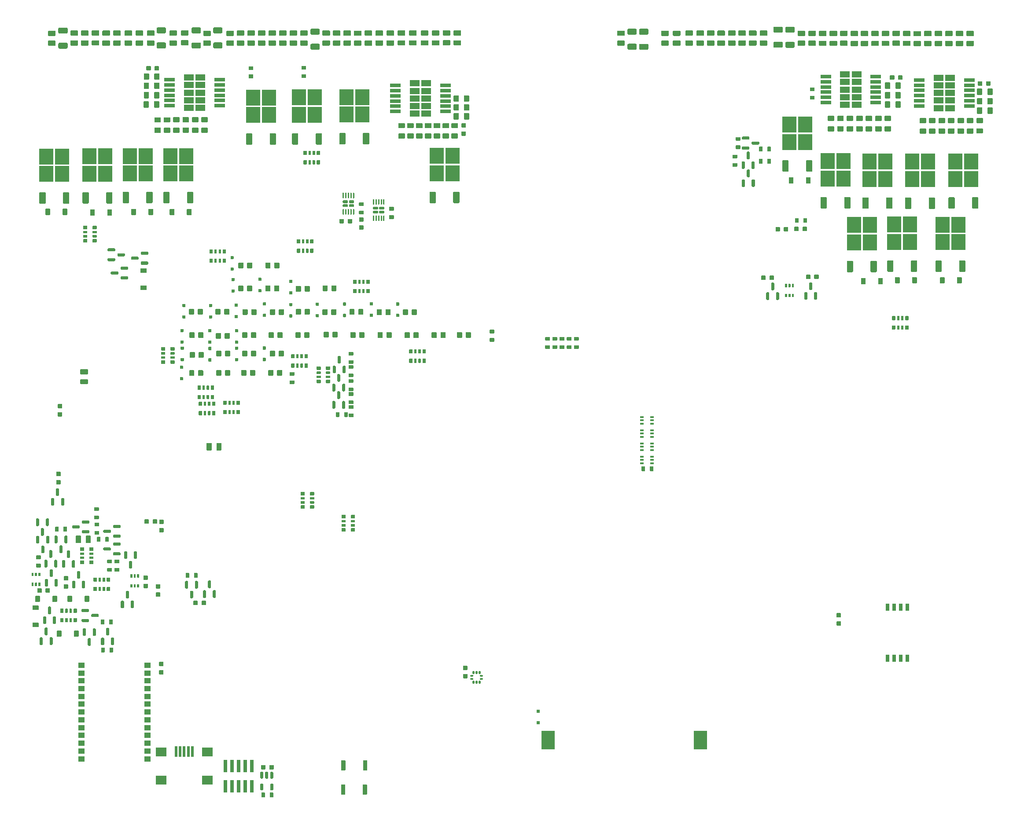
<source format=gtp>
G04 #@! TF.GenerationSoftware,KiCad,Pcbnew,(6.0.9)*
G04 #@! TF.CreationDate,2022-12-04T22:44:37+02:00*
G04 #@! TF.ProjectId,alphax_8ch,616c7068-6178-45f3-9863-682e6b696361,a*
G04 #@! TF.SameCoordinates,PX141f5e0PYa2cace0*
G04 #@! TF.FileFunction,Paste,Top*
G04 #@! TF.FilePolarity,Positive*
%FSLAX46Y46*%
G04 Gerber Fmt 4.6, Leading zero omitted, Abs format (unit mm)*
G04 Created by KiCad (PCBNEW (6.0.9)) date 2022-12-04 22:44:37*
%MOMM*%
%LPD*%
G01*
G04 APERTURE LIST*
%ADD10R,0.650000X0.400000*%
%ADD11R,1.950000X1.160000*%
%ADD12R,2.000000X0.650000*%
%ADD13R,2.750000X3.050000*%
%ADD14O,0.000001X0.000001*%
%ADD15R,0.500000X2.000000*%
%ADD16R,2.000000X1.700000*%
%ADD17R,1.300000X1.000000*%
%ADD18R,2.600000X3.600000*%
%ADD19R,0.690000X1.350000*%
%ADD20R,0.740000X2.400000*%
G04 APERTURE END LIST*
G04 #@! TO.C,D53*
G36*
G01*
X150270000Y119605000D02*
X150270000Y118585000D01*
G75*
G02*
X150180000Y118495000I-90000J0D01*
G01*
X149460000Y118495000D01*
G75*
G02*
X149370000Y118585000I0J90000D01*
G01*
X149370000Y119605000D01*
G75*
G02*
X149460000Y119695000I90000J0D01*
G01*
X150180000Y119695000D01*
G75*
G02*
X150270000Y119605000I0J-90000D01*
G01*
G37*
G36*
G01*
X146970000Y119605000D02*
X146970000Y118585000D01*
G75*
G02*
X146880000Y118495000I-90000J0D01*
G01*
X146160000Y118495000D01*
G75*
G02*
X146070000Y118585000I0J90000D01*
G01*
X146070000Y119605000D01*
G75*
G02*
X146160000Y119695000I90000J0D01*
G01*
X146880000Y119695000D01*
G75*
G02*
X146970000Y119605000I0J-90000D01*
G01*
G37*
G04 #@! TD*
G04 #@! TO.C,R8*
G36*
G01*
X159325000Y144929999D02*
X158075000Y144929999D01*
G75*
G02*
X157975000Y145029999I0J100000D01*
G01*
X157975000Y145829999D01*
G75*
G02*
X158075000Y145929999I100000J0D01*
G01*
X159325000Y145929999D01*
G75*
G02*
X159425000Y145829999I0J-100000D01*
G01*
X159425000Y145029999D01*
G75*
G02*
X159325000Y144929999I-100000J0D01*
G01*
G37*
G36*
G01*
X159325000Y146830021D02*
X158075000Y146830021D01*
G75*
G02*
X157975000Y146930021I0J100000D01*
G01*
X157975000Y147730021D01*
G75*
G02*
X158075000Y147830021I100000J0D01*
G01*
X159325000Y147830021D01*
G75*
G02*
X159425000Y147730021I0J-100000D01*
G01*
X159425000Y146930021D01*
G75*
G02*
X159325000Y146830021I-100000J0D01*
G01*
G37*
G04 #@! TD*
G04 #@! TO.C,D70*
G36*
G01*
X70532503Y92841498D02*
X70532503Y93321498D01*
G75*
G02*
X70592503Y93381498I60000J0D01*
G01*
X71072503Y93381498D01*
G75*
G02*
X71132503Y93321498I0J-60000D01*
G01*
X71132503Y92841498D01*
G75*
G02*
X71072503Y92781498I-60000J0D01*
G01*
X70592503Y92781498D01*
G75*
G02*
X70532503Y92841498I0J60000D01*
G01*
G37*
G36*
G01*
X70532503Y95041498D02*
X70532503Y95521498D01*
G75*
G02*
X70592503Y95581498I60000J0D01*
G01*
X71072503Y95581498D01*
G75*
G02*
X71132503Y95521498I0J-60000D01*
G01*
X71132503Y95041498D01*
G75*
G02*
X71072503Y94981498I-60000J0D01*
G01*
X70592503Y94981498D01*
G75*
G02*
X70532503Y95041498I0J60000D01*
G01*
G37*
G04 #@! TD*
G04 #@! TO.C,C18*
G36*
G01*
X184865001Y138054993D02*
X184865001Y137374993D01*
G75*
G02*
X184780001Y137289993I-85000J0D01*
G01*
X184100001Y137289993D01*
G75*
G02*
X184015001Y137374993I0J85000D01*
G01*
X184015001Y138054993D01*
G75*
G02*
X184100001Y138139993I85000J0D01*
G01*
X184780001Y138139993D01*
G75*
G02*
X184865001Y138054993I0J-85000D01*
G01*
G37*
G36*
G01*
X183284999Y138054993D02*
X183284999Y137374993D01*
G75*
G02*
X183199999Y137289993I-85000J0D01*
G01*
X182519999Y137289993D01*
G75*
G02*
X182434999Y137374993I0J85000D01*
G01*
X182434999Y138054993D01*
G75*
G02*
X182519999Y138139993I85000J0D01*
G01*
X183199999Y138139993D01*
G75*
G02*
X183284999Y138054993I0J-85000D01*
G01*
G37*
G04 #@! TD*
G04 #@! TO.C,R29*
G36*
G01*
X12610000Y53200010D02*
X13390000Y53200010D01*
G75*
G02*
X13460000Y53130010I0J-70000D01*
G01*
X13460000Y52570010D01*
G75*
G02*
X13390000Y52500010I-70000J0D01*
G01*
X12610000Y52500010D01*
G75*
G02*
X12540000Y52570010I0J70000D01*
G01*
X12540000Y53130010D01*
G75*
G02*
X12610000Y53200010I70000J0D01*
G01*
G37*
G36*
G01*
X12610000Y51600010D02*
X13390000Y51600010D01*
G75*
G02*
X13460000Y51530010I0J-70000D01*
G01*
X13460000Y50970010D01*
G75*
G02*
X13390000Y50900010I-70000J0D01*
G01*
X12610000Y50900010D01*
G75*
G02*
X12540000Y50970010I0J70000D01*
G01*
X12540000Y51530010D01*
G75*
G02*
X12610000Y51600010I70000J0D01*
G01*
G37*
G04 #@! TD*
G04 #@! TO.C,C19*
G36*
G01*
X167955001Y139184993D02*
X167955001Y138504993D01*
G75*
G02*
X167870001Y138419993I-85000J0D01*
G01*
X167190001Y138419993D01*
G75*
G02*
X167105001Y138504993I0J85000D01*
G01*
X167105001Y139184993D01*
G75*
G02*
X167190001Y139269993I85000J0D01*
G01*
X167870001Y139269993D01*
G75*
G02*
X167955001Y139184993I0J-85000D01*
G01*
G37*
G36*
G01*
X166374999Y139184993D02*
X166374999Y138504993D01*
G75*
G02*
X166289999Y138419993I-85000J0D01*
G01*
X165609999Y138419993D01*
G75*
G02*
X165524999Y138504993I0J85000D01*
G01*
X165524999Y139184993D01*
G75*
G02*
X165609999Y139269993I85000J0D01*
G01*
X166289999Y139269993D01*
G75*
G02*
X166374999Y139184993I0J-85000D01*
G01*
G37*
G04 #@! TD*
G04 #@! TO.C,R90*
G36*
G01*
X150190000Y136950000D02*
X150970000Y136950000D01*
G75*
G02*
X151040000Y136880000I0J-70000D01*
G01*
X151040000Y136320000D01*
G75*
G02*
X150970000Y136250000I-70000J0D01*
G01*
X150190000Y136250000D01*
G75*
G02*
X150120000Y136320000I0J70000D01*
G01*
X150120000Y136880000D01*
G75*
G02*
X150190000Y136950000I70000J0D01*
G01*
G37*
G36*
G01*
X150190000Y135350000D02*
X150970000Y135350000D01*
G75*
G02*
X151040000Y135280000I0J-70000D01*
G01*
X151040000Y134720000D01*
G75*
G02*
X150970000Y134650000I-70000J0D01*
G01*
X150190000Y134650000D01*
G75*
G02*
X150120000Y134720000I0J70000D01*
G01*
X150120000Y135280000D01*
G75*
G02*
X150190000Y135350000I70000J0D01*
G01*
G37*
G04 #@! TD*
G04 #@! TO.C,R131*
G36*
G01*
X34800908Y144970759D02*
X33550908Y144970759D01*
G75*
G02*
X33450908Y145070759I0J100000D01*
G01*
X33450908Y145870759D01*
G75*
G02*
X33550908Y145970759I100000J0D01*
G01*
X34800908Y145970759D01*
G75*
G02*
X34900908Y145870759I0J-100000D01*
G01*
X34900908Y145070759D01*
G75*
G02*
X34800908Y144970759I-100000J0D01*
G01*
G37*
G36*
G01*
X34800908Y146870781D02*
X33550908Y146870781D01*
G75*
G02*
X33450908Y146970781I0J100000D01*
G01*
X33450908Y147770781D01*
G75*
G02*
X33550908Y147870781I100000J0D01*
G01*
X34800908Y147870781D01*
G75*
G02*
X34900908Y147770781I0J-100000D01*
G01*
X34900908Y146970781D01*
G75*
G02*
X34800908Y146870781I-100000J0D01*
G01*
G37*
G04 #@! TD*
G04 #@! TO.C,C26*
G36*
G01*
X31385000Y131240000D02*
X32435000Y131240000D01*
G75*
G02*
X32535000Y131140000I0J-100000D01*
G01*
X32535000Y130340000D01*
G75*
G02*
X32435000Y130240000I-100000J0D01*
G01*
X31385000Y130240000D01*
G75*
G02*
X31285000Y130340000I0J100000D01*
G01*
X31285000Y131140000D01*
G75*
G02*
X31385000Y131240000I100000J0D01*
G01*
G37*
G36*
G01*
X31385000Y129240000D02*
X32435000Y129240000D01*
G75*
G02*
X32535000Y129140000I0J-100000D01*
G01*
X32535000Y128340000D01*
G75*
G02*
X32435000Y128240000I-100000J0D01*
G01*
X31385000Y128240000D01*
G75*
G02*
X31285000Y128340000I0J100000D01*
G01*
X31285000Y129140000D01*
G75*
G02*
X31385000Y129240000I100000J0D01*
G01*
G37*
G04 #@! TD*
G04 #@! TO.C,R2*
G36*
G01*
X32600000Y73955000D02*
X32600000Y74625000D01*
G75*
G02*
X32665000Y74690000I65000J0D01*
G01*
X33185000Y74690000D01*
G75*
G02*
X33250000Y74625000I0J-65000D01*
G01*
X33250000Y73955000D01*
G75*
G02*
X33185000Y73890000I-65000J0D01*
G01*
X32665000Y73890000D01*
G75*
G02*
X32600000Y73955000I0J65000D01*
G01*
G37*
G36*
G01*
X33575000Y73935000D02*
X33575000Y74645000D01*
G75*
G02*
X33620000Y74690000I45000J0D01*
G01*
X33980000Y74690000D01*
G75*
G02*
X34025000Y74645000I0J-45000D01*
G01*
X34025000Y73935000D01*
G75*
G02*
X33980000Y73890000I-45000J0D01*
G01*
X33620000Y73890000D01*
G75*
G02*
X33575000Y73935000I0J45000D01*
G01*
G37*
G36*
G01*
X34375000Y73935000D02*
X34375000Y74645000D01*
G75*
G02*
X34420000Y74690000I45000J0D01*
G01*
X34780000Y74690000D01*
G75*
G02*
X34825000Y74645000I0J-45000D01*
G01*
X34825000Y73935000D01*
G75*
G02*
X34780000Y73890000I-45000J0D01*
G01*
X34420000Y73890000D01*
G75*
G02*
X34375000Y73935000I0J45000D01*
G01*
G37*
G36*
G01*
X35150000Y73955000D02*
X35150000Y74625000D01*
G75*
G02*
X35215000Y74690000I65000J0D01*
G01*
X35735000Y74690000D01*
G75*
G02*
X35800000Y74625000I0J-65000D01*
G01*
X35800000Y73955000D01*
G75*
G02*
X35735000Y73890000I-65000J0D01*
G01*
X35215000Y73890000D01*
G75*
G02*
X35150000Y73955000I0J65000D01*
G01*
G37*
G36*
G01*
X35150000Y75755000D02*
X35150000Y76425000D01*
G75*
G02*
X35215000Y76490000I65000J0D01*
G01*
X35735000Y76490000D01*
G75*
G02*
X35800000Y76425000I0J-65000D01*
G01*
X35800000Y75755000D01*
G75*
G02*
X35735000Y75690000I-65000J0D01*
G01*
X35215000Y75690000D01*
G75*
G02*
X35150000Y75755000I0J65000D01*
G01*
G37*
G36*
G01*
X34375000Y75735000D02*
X34375000Y76445000D01*
G75*
G02*
X34420000Y76490000I45000J0D01*
G01*
X34780000Y76490000D01*
G75*
G02*
X34825000Y76445000I0J-45000D01*
G01*
X34825000Y75735000D01*
G75*
G02*
X34780000Y75690000I-45000J0D01*
G01*
X34420000Y75690000D01*
G75*
G02*
X34375000Y75735000I0J45000D01*
G01*
G37*
G36*
G01*
X33575000Y75735000D02*
X33575000Y76445000D01*
G75*
G02*
X33620000Y76490000I45000J0D01*
G01*
X33980000Y76490000D01*
G75*
G02*
X34025000Y76445000I0J-45000D01*
G01*
X34025000Y75735000D01*
G75*
G02*
X33980000Y75690000I-45000J0D01*
G01*
X33620000Y75690000D01*
G75*
G02*
X33575000Y75735000I0J45000D01*
G01*
G37*
G36*
G01*
X32600000Y75755000D02*
X32600000Y76425000D01*
G75*
G02*
X32665000Y76490000I65000J0D01*
G01*
X33185000Y76490000D01*
G75*
G02*
X33250000Y76425000I0J-65000D01*
G01*
X33250000Y75755000D01*
G75*
G02*
X33185000Y75690000I-65000J0D01*
G01*
X32665000Y75690000D01*
G75*
G02*
X32600000Y75755000I0J65000D01*
G01*
G37*
G04 #@! TD*
G04 #@! TO.C,C44*
G36*
G01*
X22030000Y136755000D02*
X22030000Y137805000D01*
G75*
G02*
X22130000Y137905000I100000J0D01*
G01*
X22930000Y137905000D01*
G75*
G02*
X23030000Y137805000I0J-100000D01*
G01*
X23030000Y136755000D01*
G75*
G02*
X22930000Y136655000I-100000J0D01*
G01*
X22130000Y136655000D01*
G75*
G02*
X22030000Y136755000I0J100000D01*
G01*
G37*
G36*
G01*
X24030000Y136755000D02*
X24030000Y137805000D01*
G75*
G02*
X24130000Y137905000I100000J0D01*
G01*
X24930000Y137905000D01*
G75*
G02*
X25030000Y137805000I0J-100000D01*
G01*
X25030000Y136755000D01*
G75*
G02*
X24930000Y136655000I-100000J0D01*
G01*
X24130000Y136655000D01*
G75*
G02*
X24030000Y136755000I0J100000D01*
G01*
G37*
G04 #@! TD*
G04 #@! TO.C,D36*
G36*
G01*
X48649999Y82499998D02*
X48649999Y81599998D01*
G75*
G02*
X48549999Y81499998I-100000J0D01*
G01*
X47749999Y81499998D01*
G75*
G02*
X47649999Y81599998I0J100000D01*
G01*
X47649999Y82499998D01*
G75*
G02*
X47749999Y82599998I100000J0D01*
G01*
X48549999Y82599998D01*
G75*
G02*
X48649999Y82499998I0J-100000D01*
G01*
G37*
G36*
G01*
X46949999Y82499998D02*
X46949999Y81599998D01*
G75*
G02*
X46849999Y81499998I-100000J0D01*
G01*
X46049999Y81499998D01*
G75*
G02*
X45949999Y81599998I0J100000D01*
G01*
X45949999Y82499998D01*
G75*
G02*
X46049999Y82599998I100000J0D01*
G01*
X46849999Y82599998D01*
G75*
G02*
X46949999Y82499998I0J-100000D01*
G01*
G37*
G04 #@! TD*
G04 #@! TO.C,C49*
G36*
G01*
X167580000Y134195000D02*
X167580000Y133145000D01*
G75*
G02*
X167480000Y133045000I-100000J0D01*
G01*
X166680000Y133045000D01*
G75*
G02*
X166580000Y133145000I0J100000D01*
G01*
X166580000Y134195000D01*
G75*
G02*
X166680000Y134295000I100000J0D01*
G01*
X167480000Y134295000D01*
G75*
G02*
X167580000Y134195000I0J-100000D01*
G01*
G37*
G36*
G01*
X165580000Y134195000D02*
X165580000Y133145000D01*
G75*
G02*
X165480000Y133045000I-100000J0D01*
G01*
X164680000Y133045000D01*
G75*
G02*
X164580000Y133145000I0J100000D01*
G01*
X164580000Y134195000D01*
G75*
G02*
X164680000Y134295000I100000J0D01*
G01*
X165480000Y134295000D01*
G75*
G02*
X165580000Y134195000I0J-100000D01*
G01*
G37*
G04 #@! TD*
G04 #@! TO.C,R4*
G36*
G01*
X50380000Y83105000D02*
X50380000Y83775000D01*
G75*
G02*
X50445000Y83840000I65000J0D01*
G01*
X50965000Y83840000D01*
G75*
G02*
X51030000Y83775000I0J-65000D01*
G01*
X51030000Y83105000D01*
G75*
G02*
X50965000Y83040000I-65000J0D01*
G01*
X50445000Y83040000D01*
G75*
G02*
X50380000Y83105000I0J65000D01*
G01*
G37*
G36*
G01*
X51355000Y83085000D02*
X51355000Y83795000D01*
G75*
G02*
X51400000Y83840000I45000J0D01*
G01*
X51760000Y83840000D01*
G75*
G02*
X51805000Y83795000I0J-45000D01*
G01*
X51805000Y83085000D01*
G75*
G02*
X51760000Y83040000I-45000J0D01*
G01*
X51400000Y83040000D01*
G75*
G02*
X51355000Y83085000I0J45000D01*
G01*
G37*
G36*
G01*
X52155000Y83085000D02*
X52155000Y83795000D01*
G75*
G02*
X52200000Y83840000I45000J0D01*
G01*
X52560000Y83840000D01*
G75*
G02*
X52605000Y83795000I0J-45000D01*
G01*
X52605000Y83085000D01*
G75*
G02*
X52560000Y83040000I-45000J0D01*
G01*
X52200000Y83040000D01*
G75*
G02*
X52155000Y83085000I0J45000D01*
G01*
G37*
G36*
G01*
X52930000Y83105000D02*
X52930000Y83775000D01*
G75*
G02*
X52995000Y83840000I65000J0D01*
G01*
X53515000Y83840000D01*
G75*
G02*
X53580000Y83775000I0J-65000D01*
G01*
X53580000Y83105000D01*
G75*
G02*
X53515000Y83040000I-65000J0D01*
G01*
X52995000Y83040000D01*
G75*
G02*
X52930000Y83105000I0J65000D01*
G01*
G37*
G36*
G01*
X52930000Y84905000D02*
X52930000Y85575000D01*
G75*
G02*
X52995000Y85640000I65000J0D01*
G01*
X53515000Y85640000D01*
G75*
G02*
X53580000Y85575000I0J-65000D01*
G01*
X53580000Y84905000D01*
G75*
G02*
X53515000Y84840000I-65000J0D01*
G01*
X52995000Y84840000D01*
G75*
G02*
X52930000Y84905000I0J65000D01*
G01*
G37*
G36*
G01*
X52155000Y84885000D02*
X52155000Y85595000D01*
G75*
G02*
X52200000Y85640000I45000J0D01*
G01*
X52560000Y85640000D01*
G75*
G02*
X52605000Y85595000I0J-45000D01*
G01*
X52605000Y84885000D01*
G75*
G02*
X52560000Y84840000I-45000J0D01*
G01*
X52200000Y84840000D01*
G75*
G02*
X52155000Y84885000I0J45000D01*
G01*
G37*
G36*
G01*
X51355000Y84885000D02*
X51355000Y85595000D01*
G75*
G02*
X51400000Y85640000I45000J0D01*
G01*
X51760000Y85640000D01*
G75*
G02*
X51805000Y85595000I0J-45000D01*
G01*
X51805000Y84885000D01*
G75*
G02*
X51760000Y84840000I-45000J0D01*
G01*
X51400000Y84840000D01*
G75*
G02*
X51355000Y84885000I0J45000D01*
G01*
G37*
G36*
G01*
X50380000Y84905000D02*
X50380000Y85575000D01*
G75*
G02*
X50445000Y85640000I65000J0D01*
G01*
X50965000Y85640000D01*
G75*
G02*
X51030000Y85575000I0J-65000D01*
G01*
X51030000Y84905000D01*
G75*
G02*
X50965000Y84840000I-65000J0D01*
G01*
X50445000Y84840000D01*
G75*
G02*
X50380000Y84905000I0J65000D01*
G01*
G37*
G04 #@! TD*
G04 #@! TO.C,D30*
G36*
G01*
X38700001Y101771501D02*
X38700001Y102251501D01*
G75*
G02*
X38760001Y102311501I60000J0D01*
G01*
X39240001Y102311501D01*
G75*
G02*
X39300001Y102251501I0J-60000D01*
G01*
X39300001Y101771501D01*
G75*
G02*
X39240001Y101711501I-60000J0D01*
G01*
X38760001Y101711501D01*
G75*
G02*
X38700001Y101771501I0J60000D01*
G01*
G37*
G36*
G01*
X38700001Y103971501D02*
X38700001Y104451501D01*
G75*
G02*
X38760001Y104511501I60000J0D01*
G01*
X39240001Y104511501D01*
G75*
G02*
X39300001Y104451501I0J-60000D01*
G01*
X39300001Y103971501D01*
G75*
G02*
X39240001Y103911501I-60000J0D01*
G01*
X38760001Y103911501D01*
G75*
G02*
X38700001Y103971501I0J60000D01*
G01*
G37*
G04 #@! TD*
D10*
G04 #@! TO.C,U8*
X117860000Y73560000D03*
X117860000Y72910000D03*
X117860000Y72260000D03*
X119760000Y72260000D03*
X119760000Y72910000D03*
X119760000Y73560000D03*
G04 #@! TD*
G04 #@! TO.C,C3*
G36*
G01*
X25060000Y26435001D02*
X25740000Y26435001D01*
G75*
G02*
X25825000Y26350001I0J-85000D01*
G01*
X25825000Y25670001D01*
G75*
G02*
X25740000Y25585001I-85000J0D01*
G01*
X25060000Y25585001D01*
G75*
G02*
X24975000Y25670001I0J85000D01*
G01*
X24975000Y26350001D01*
G75*
G02*
X25060000Y26435001I85000J0D01*
G01*
G37*
G36*
G01*
X25060000Y24854999D02*
X25740000Y24854999D01*
G75*
G02*
X25825000Y24769999I0J-85000D01*
G01*
X25825000Y24089999D01*
G75*
G02*
X25740000Y24004999I-85000J0D01*
G01*
X25060000Y24004999D01*
G75*
G02*
X24975000Y24089999I0J85000D01*
G01*
X24975000Y24769999D01*
G75*
G02*
X25060000Y24854999I85000J0D01*
G01*
G37*
G04 #@! TD*
G04 #@! TO.C,D46*
G36*
G01*
X44052503Y97601498D02*
X44052503Y98081498D01*
G75*
G02*
X44112503Y98141498I60000J0D01*
G01*
X44592503Y98141498D01*
G75*
G02*
X44652503Y98081498I0J-60000D01*
G01*
X44652503Y97601498D01*
G75*
G02*
X44592503Y97541498I-60000J0D01*
G01*
X44112503Y97541498D01*
G75*
G02*
X44052503Y97601498I0J60000D01*
G01*
G37*
G36*
G01*
X44052503Y99801498D02*
X44052503Y100281498D01*
G75*
G02*
X44112503Y100341498I60000J0D01*
G01*
X44592503Y100341498D01*
G75*
G02*
X44652503Y100281498I0J-60000D01*
G01*
X44652503Y99801498D01*
G75*
G02*
X44592503Y99741498I-60000J0D01*
G01*
X44112503Y99741498D01*
G75*
G02*
X44052503Y99801498I0J60000D01*
G01*
G37*
G04 #@! TD*
G04 #@! TO.C,R87*
G36*
G01*
X61470000Y80820000D02*
X62250000Y80820000D01*
G75*
G02*
X62320000Y80750000I0J-70000D01*
G01*
X62320000Y80190000D01*
G75*
G02*
X62250000Y80120000I-70000J0D01*
G01*
X61470000Y80120000D01*
G75*
G02*
X61400000Y80190000I0J70000D01*
G01*
X61400000Y80750000D01*
G75*
G02*
X61470000Y80820000I70000J0D01*
G01*
G37*
G36*
G01*
X61470000Y79220000D02*
X62250000Y79220000D01*
G75*
G02*
X62320000Y79150000I0J-70000D01*
G01*
X62320000Y78590000D01*
G75*
G02*
X62250000Y78520000I-70000J0D01*
G01*
X61470000Y78520000D01*
G75*
G02*
X61400000Y78590000I0J70000D01*
G01*
X61400000Y79150000D01*
G75*
G02*
X61470000Y79220000I70000J0D01*
G01*
G37*
G04 #@! TD*
G04 #@! TO.C,R93*
G36*
G01*
X27043000Y147910001D02*
X28293000Y147910001D01*
G75*
G02*
X28393000Y147810001I0J-100000D01*
G01*
X28393000Y147010001D01*
G75*
G02*
X28293000Y146910001I-100000J0D01*
G01*
X27043000Y146910001D01*
G75*
G02*
X26943000Y147010001I0J100000D01*
G01*
X26943000Y147810001D01*
G75*
G02*
X27043000Y147910001I100000J0D01*
G01*
G37*
G36*
G01*
X27043000Y146009979D02*
X28293000Y146009979D01*
G75*
G02*
X28393000Y145909979I0J-100000D01*
G01*
X28393000Y145109979D01*
G75*
G02*
X28293000Y145009979I-100000J0D01*
G01*
X27043000Y145009979D01*
G75*
G02*
X26943000Y145109979I0J100000D01*
G01*
X26943000Y145909979D01*
G75*
G02*
X27043000Y146009979I100000J0D01*
G01*
G37*
G04 #@! TD*
G04 #@! TO.C,R95*
G36*
G01*
X101460000Y86640000D02*
X100680000Y86640000D01*
G75*
G02*
X100610000Y86710000I0J70000D01*
G01*
X100610000Y87270000D01*
G75*
G02*
X100680000Y87340000I70000J0D01*
G01*
X101460000Y87340000D01*
G75*
G02*
X101530000Y87270000I0J-70000D01*
G01*
X101530000Y86710000D01*
G75*
G02*
X101460000Y86640000I-70000J0D01*
G01*
G37*
G36*
G01*
X101460000Y88240000D02*
X100680000Y88240000D01*
G75*
G02*
X100610000Y88310000I0J70000D01*
G01*
X100610000Y88870000D01*
G75*
G02*
X100680000Y88940000I70000J0D01*
G01*
X101460000Y88940000D01*
G75*
G02*
X101530000Y88870000I0J-70000D01*
G01*
X101530000Y88310000D01*
G75*
G02*
X101460000Y88240000I-70000J0D01*
G01*
G37*
G04 #@! TD*
G04 #@! TO.C,D34*
G36*
G01*
X38649999Y82489998D02*
X38649999Y81589998D01*
G75*
G02*
X38549999Y81489998I-100000J0D01*
G01*
X37749999Y81489998D01*
G75*
G02*
X37649999Y81589998I0J100000D01*
G01*
X37649999Y82489998D01*
G75*
G02*
X37749999Y82589998I100000J0D01*
G01*
X38549999Y82589998D01*
G75*
G02*
X38649999Y82489998I0J-100000D01*
G01*
G37*
G36*
G01*
X36949999Y82489998D02*
X36949999Y81589998D01*
G75*
G02*
X36849999Y81489998I-100000J0D01*
G01*
X36049999Y81489998D01*
G75*
G02*
X35949999Y81589998I0J100000D01*
G01*
X35949999Y82489998D01*
G75*
G02*
X36049999Y82589998I100000J0D01*
G01*
X36849999Y82589998D01*
G75*
G02*
X36949999Y82489998I0J-100000D01*
G01*
G37*
G04 #@! TD*
G04 #@! TO.C,R59*
G36*
G01*
X79635000Y147945022D02*
X80885000Y147945022D01*
G75*
G02*
X80985000Y147845022I0J-100000D01*
G01*
X80985000Y147045022D01*
G75*
G02*
X80885000Y146945022I-100000J0D01*
G01*
X79635000Y146945022D01*
G75*
G02*
X79535000Y147045022I0J100000D01*
G01*
X79535000Y147845022D01*
G75*
G02*
X79635000Y147945022I100000J0D01*
G01*
G37*
G36*
G01*
X79635000Y146045000D02*
X80885000Y146045000D01*
G75*
G02*
X80985000Y145945000I0J-100000D01*
G01*
X80985000Y145145000D01*
G75*
G02*
X80885000Y145045000I-100000J0D01*
G01*
X79635000Y145045000D01*
G75*
G02*
X79535000Y145145000I0J100000D01*
G01*
X79535000Y145945000D01*
G75*
G02*
X79635000Y146045000I100000J0D01*
G01*
G37*
G04 #@! TD*
G04 #@! TO.C,R9*
G36*
G01*
X155275000Y144949999D02*
X154025000Y144949999D01*
G75*
G02*
X153925000Y145049999I0J100000D01*
G01*
X153925000Y145849999D01*
G75*
G02*
X154025000Y145949999I100000J0D01*
G01*
X155275000Y145949999D01*
G75*
G02*
X155375000Y145849999I0J-100000D01*
G01*
X155375000Y145049999D01*
G75*
G02*
X155275000Y144949999I-100000J0D01*
G01*
G37*
G36*
G01*
X155275000Y146850021D02*
X154025000Y146850021D01*
G75*
G02*
X153925000Y146950021I0J100000D01*
G01*
X153925000Y147750021D01*
G75*
G02*
X154025000Y147850021I100000J0D01*
G01*
X155275000Y147850021D01*
G75*
G02*
X155375000Y147750021I0J-100000D01*
G01*
X155375000Y146950021D01*
G75*
G02*
X155275000Y146850021I-100000J0D01*
G01*
G37*
G04 #@! TD*
G04 #@! TO.C,R68*
G36*
G01*
X53439000Y145009999D02*
X52189000Y145009999D01*
G75*
G02*
X52089000Y145109999I0J100000D01*
G01*
X52089000Y145909999D01*
G75*
G02*
X52189000Y146009999I100000J0D01*
G01*
X53439000Y146009999D01*
G75*
G02*
X53539000Y145909999I0J-100000D01*
G01*
X53539000Y145109999D01*
G75*
G02*
X53439000Y145009999I-100000J0D01*
G01*
G37*
G36*
G01*
X53439000Y146910021D02*
X52189000Y146910021D01*
G75*
G02*
X52089000Y147010021I0J100000D01*
G01*
X52089000Y147810021D01*
G75*
G02*
X52189000Y147910021I100000J0D01*
G01*
X53439000Y147910021D01*
G75*
G02*
X53539000Y147810021I0J-100000D01*
G01*
X53539000Y147010021D01*
G75*
G02*
X53439000Y146910021I-100000J0D01*
G01*
G37*
G04 #@! TD*
G04 #@! TO.C,R100*
G36*
G01*
X149125000Y144959999D02*
X147875000Y144959999D01*
G75*
G02*
X147775000Y145059999I0J100000D01*
G01*
X147775000Y145859999D01*
G75*
G02*
X147875000Y145959999I100000J0D01*
G01*
X149125000Y145959999D01*
G75*
G02*
X149225000Y145859999I0J-100000D01*
G01*
X149225000Y145059999D01*
G75*
G02*
X149125000Y144959999I-100000J0D01*
G01*
G37*
G36*
G01*
X149125000Y146860021D02*
X147875000Y146860021D01*
G75*
G02*
X147775000Y146960021I0J100000D01*
G01*
X147775000Y147760021D01*
G75*
G02*
X147875000Y147860021I100000J0D01*
G01*
X149125000Y147860021D01*
G75*
G02*
X149225000Y147760021I0J-100000D01*
G01*
X149225000Y146960021D01*
G75*
G02*
X149125000Y146860021I-100000J0D01*
G01*
G37*
G04 #@! TD*
D11*
G04 #@! TO.C,U10*
X159102400Y135092022D03*
X159102400Y139472022D03*
X156852400Y133632022D03*
X156852400Y136552022D03*
X156852400Y139472022D03*
X159102400Y133632022D03*
X156852400Y138012022D03*
X159102400Y136552022D03*
X159102400Y138012022D03*
X156852400Y135092022D03*
D12*
X162777400Y134052022D03*
X162777400Y135052022D03*
X162777400Y136052022D03*
X162777400Y137052022D03*
X162777400Y138052022D03*
X162777400Y139052022D03*
X153177400Y139052022D03*
X153177400Y138052022D03*
X153177400Y137052022D03*
X153177400Y136052022D03*
X153177400Y135052022D03*
X153177400Y134052022D03*
G04 #@! TD*
G04 #@! TO.C,R82*
G36*
G01*
X3725000Y147870001D02*
X4975000Y147870001D01*
G75*
G02*
X5075000Y147770001I0J-100000D01*
G01*
X5075000Y146970001D01*
G75*
G02*
X4975000Y146870001I-100000J0D01*
G01*
X3725000Y146870001D01*
G75*
G02*
X3625000Y146970001I0J100000D01*
G01*
X3625000Y147770001D01*
G75*
G02*
X3725000Y147870001I100000J0D01*
G01*
G37*
G36*
G01*
X3725000Y145969979D02*
X4975000Y145969979D01*
G75*
G02*
X5075000Y145869979I0J-100000D01*
G01*
X5075000Y145069979D01*
G75*
G02*
X4975000Y144969979I-100000J0D01*
G01*
X3725000Y144969979D01*
G75*
G02*
X3625000Y145069979I0J100000D01*
G01*
X3625000Y145869979D01*
G75*
G02*
X3725000Y145969979I100000J0D01*
G01*
G37*
G04 #@! TD*
G04 #@! TO.C,D49*
G36*
G01*
X15064500Y105550500D02*
X15064500Y105850500D01*
G75*
G02*
X15214500Y106000500I150000J0D01*
G01*
X16389500Y106000500D01*
G75*
G02*
X16539500Y105850500I0J-150000D01*
G01*
X16539500Y105550500D01*
G75*
G02*
X16389500Y105400500I-150000J0D01*
G01*
X15214500Y105400500D01*
G75*
G02*
X15064500Y105550500I0J150000D01*
G01*
G37*
G36*
G01*
X16939500Y104600500D02*
X16939500Y104900500D01*
G75*
G02*
X17089500Y105050500I150000J0D01*
G01*
X18264500Y105050500D01*
G75*
G02*
X18414500Y104900500I0J-150000D01*
G01*
X18414500Y104600500D01*
G75*
G02*
X18264500Y104450500I-150000J0D01*
G01*
X17089500Y104450500D01*
G75*
G02*
X16939500Y104600500I0J150000D01*
G01*
G37*
G36*
G01*
X15064500Y103650500D02*
X15064500Y103950500D01*
G75*
G02*
X15214500Y104100500I150000J0D01*
G01*
X16389500Y104100500D01*
G75*
G02*
X16539500Y103950500I0J-150000D01*
G01*
X16539500Y103650500D01*
G75*
G02*
X16389500Y103500500I-150000J0D01*
G01*
X15214500Y103500500D01*
G75*
G02*
X15064500Y103650500I0J150000D01*
G01*
G37*
G04 #@! TD*
G04 #@! TO.C,F4*
G36*
G01*
X145410000Y147715010D02*
X145410000Y148405010D01*
G75*
G02*
X145640000Y148635010I230000J0D01*
G01*
X146980000Y148635010D01*
G75*
G02*
X147210000Y148405010I0J-230000D01*
G01*
X147210000Y147715010D01*
G75*
G02*
X146980000Y147485010I-230000J0D01*
G01*
X145640000Y147485010D01*
G75*
G02*
X145410000Y147715010I0J230000D01*
G01*
G37*
G36*
G01*
X145410000Y144814990D02*
X145410000Y145504990D01*
G75*
G02*
X145640000Y145734990I230000J0D01*
G01*
X146980000Y145734990D01*
G75*
G02*
X147210000Y145504990I0J-230000D01*
G01*
X147210000Y144814990D01*
G75*
G02*
X146980000Y144584990I-230000J0D01*
G01*
X145640000Y144584990D01*
G75*
G02*
X145410000Y144814990I0J230000D01*
G01*
G37*
G04 #@! TD*
G04 #@! TO.C,Q13*
G36*
G01*
X137460000Y121275000D02*
X137160000Y121275000D01*
G75*
G02*
X137010000Y121425000I0J150000D01*
G01*
X137010000Y122600000D01*
G75*
G02*
X137160000Y122750000I150000J0D01*
G01*
X137460000Y122750000D01*
G75*
G02*
X137610000Y122600000I0J-150000D01*
G01*
X137610000Y121425000D01*
G75*
G02*
X137460000Y121275000I-150000J0D01*
G01*
G37*
G36*
G01*
X138410000Y123150000D02*
X138110000Y123150000D01*
G75*
G02*
X137960000Y123300000I0J150000D01*
G01*
X137960000Y124475000D01*
G75*
G02*
X138110000Y124625000I150000J0D01*
G01*
X138410000Y124625000D01*
G75*
G02*
X138560000Y124475000I0J-150000D01*
G01*
X138560000Y123300000D01*
G75*
G02*
X138410000Y123150000I-150000J0D01*
G01*
G37*
G36*
G01*
X139360000Y121275000D02*
X139060000Y121275000D01*
G75*
G02*
X138910000Y121425000I0J150000D01*
G01*
X138910000Y122600000D01*
G75*
G02*
X139060000Y122750000I150000J0D01*
G01*
X139360000Y122750000D01*
G75*
G02*
X139510000Y122600000I0J-150000D01*
G01*
X139510000Y121425000D01*
G75*
G02*
X139360000Y121275000I-150000J0D01*
G01*
G37*
G04 #@! TD*
G04 #@! TO.C,R91*
G36*
G01*
X41247000Y145009999D02*
X39997000Y145009999D01*
G75*
G02*
X39897000Y145109999I0J100000D01*
G01*
X39897000Y145909999D01*
G75*
G02*
X39997000Y146009999I100000J0D01*
G01*
X41247000Y146009999D01*
G75*
G02*
X41347000Y145909999I0J-100000D01*
G01*
X41347000Y145109999D01*
G75*
G02*
X41247000Y145009999I-100000J0D01*
G01*
G37*
G36*
G01*
X41247000Y146910021D02*
X39997000Y146910021D01*
G75*
G02*
X39897000Y147010021I0J100000D01*
G01*
X39897000Y147810021D01*
G75*
G02*
X39997000Y147910021I100000J0D01*
G01*
X41247000Y147910021D01*
G75*
G02*
X41347000Y147810021I0J-100000D01*
G01*
X41347000Y147010021D01*
G75*
G02*
X41247000Y146910021I-100000J0D01*
G01*
G37*
G04 #@! TD*
G04 #@! TO.C,C43*
G36*
G01*
X24990000Y134215000D02*
X24990000Y133165000D01*
G75*
G02*
X24890000Y133065000I-100000J0D01*
G01*
X24090000Y133065000D01*
G75*
G02*
X23990000Y133165000I0J100000D01*
G01*
X23990000Y134215000D01*
G75*
G02*
X24090000Y134315000I100000J0D01*
G01*
X24890000Y134315000D01*
G75*
G02*
X24990000Y134215000I0J-100000D01*
G01*
G37*
G36*
G01*
X22990000Y134215000D02*
X22990000Y133165000D01*
G75*
G02*
X22890000Y133065000I-100000J0D01*
G01*
X22090000Y133065000D01*
G75*
G02*
X21990000Y133165000I0J100000D01*
G01*
X21990000Y134215000D01*
G75*
G02*
X22090000Y134315000I100000J0D01*
G01*
X22890000Y134315000D01*
G75*
G02*
X22990000Y134215000I0J-100000D01*
G01*
G37*
G04 #@! TD*
G04 #@! TO.C,D1*
G36*
G01*
X38900001Y97570002D02*
X38900001Y98050002D01*
G75*
G02*
X38960001Y98110002I60000J0D01*
G01*
X39440001Y98110002D01*
G75*
G02*
X39500001Y98050002I0J-60000D01*
G01*
X39500001Y97570002D01*
G75*
G02*
X39440001Y97510002I-60000J0D01*
G01*
X38960001Y97510002D01*
G75*
G02*
X38900001Y97570002I0J60000D01*
G01*
G37*
G36*
G01*
X38900001Y99770002D02*
X38900001Y100250002D01*
G75*
G02*
X38960001Y100310002I60000J0D01*
G01*
X39440001Y100310002D01*
G75*
G02*
X39500001Y100250002I0J-60000D01*
G01*
X39500001Y99770002D01*
G75*
G02*
X39440001Y99710002I-60000J0D01*
G01*
X38960001Y99710002D01*
G75*
G02*
X38900001Y99770002I0J60000D01*
G01*
G37*
G04 #@! TD*
G04 #@! TO.C,D15*
G36*
G01*
X38499999Y94239998D02*
X38499999Y93339998D01*
G75*
G02*
X38399999Y93239998I-100000J0D01*
G01*
X37599999Y93239998D01*
G75*
G02*
X37499999Y93339998I0J100000D01*
G01*
X37499999Y94239998D01*
G75*
G02*
X37599999Y94339998I100000J0D01*
G01*
X38399999Y94339998D01*
G75*
G02*
X38499999Y94239998I0J-100000D01*
G01*
G37*
G36*
G01*
X36799999Y94239998D02*
X36799999Y93339998D01*
G75*
G02*
X36699999Y93239998I-100000J0D01*
G01*
X35899999Y93239998D01*
G75*
G02*
X35799999Y93339998I0J100000D01*
G01*
X35799999Y94239998D01*
G75*
G02*
X35899999Y94339998I100000J0D01*
G01*
X36699999Y94339998D01*
G75*
G02*
X36799999Y94239998I0J-100000D01*
G01*
G37*
G04 #@! TD*
G04 #@! TO.C,C59*
G36*
G01*
X145965001Y110000010D02*
X145965001Y109320010D01*
G75*
G02*
X145880001Y109235010I-85000J0D01*
G01*
X145200001Y109235010D01*
G75*
G02*
X145115001Y109320010I0J85000D01*
G01*
X145115001Y110000010D01*
G75*
G02*
X145200001Y110085010I85000J0D01*
G01*
X145880001Y110085010D01*
G75*
G02*
X145965001Y110000010I0J-85000D01*
G01*
G37*
G36*
G01*
X144384999Y110000010D02*
X144384999Y109320010D01*
G75*
G02*
X144299999Y109235010I-85000J0D01*
G01*
X143619999Y109235010D01*
G75*
G02*
X143534999Y109320010I0J85000D01*
G01*
X143534999Y110000010D01*
G75*
G02*
X143619999Y110085010I85000J0D01*
G01*
X144299999Y110085010D01*
G75*
G02*
X144384999Y110000010I0J-85000D01*
G01*
G37*
G04 #@! TD*
G04 #@! TO.C,C1*
G36*
G01*
X63510000Y111985001D02*
X64190000Y111985001D01*
G75*
G02*
X64275000Y111900001I0J-85000D01*
G01*
X64275000Y111220001D01*
G75*
G02*
X64190000Y111135001I-85000J0D01*
G01*
X63510000Y111135001D01*
G75*
G02*
X63425000Y111220001I0J85000D01*
G01*
X63425000Y111900001D01*
G75*
G02*
X63510000Y111985001I85000J0D01*
G01*
G37*
G36*
G01*
X63510000Y110404999D02*
X64190000Y110404999D01*
G75*
G02*
X64275000Y110319999I0J-85000D01*
G01*
X64275000Y109639999D01*
G75*
G02*
X64190000Y109554999I-85000J0D01*
G01*
X63510000Y109554999D01*
G75*
G02*
X63425000Y109639999I0J85000D01*
G01*
X63425000Y110319999D01*
G75*
G02*
X63510000Y110404999I85000J0D01*
G01*
G37*
G04 #@! TD*
D13*
G04 #@! TO.C,Q29*
X161640000Y107140000D03*
X158590000Y107140000D03*
X158590000Y110490000D03*
X161640000Y110490000D03*
G36*
G01*
X158315000Y101415000D02*
X157355000Y101415000D01*
G75*
G02*
X157235000Y101535000I0J120000D01*
G01*
X157235000Y103495000D01*
G75*
G02*
X157355000Y103615000I120000J0D01*
G01*
X158315000Y103615000D01*
G75*
G02*
X158435000Y103495000I0J-120000D01*
G01*
X158435000Y101535000D01*
G75*
G02*
X158315000Y101415000I-120000J0D01*
G01*
G37*
G36*
G01*
X162875000Y101415000D02*
X161915000Y101415000D01*
G75*
G02*
X161795000Y101535000I0J120000D01*
G01*
X161795000Y103495000D01*
G75*
G02*
X161915000Y103615000I120000J0D01*
G01*
X162875000Y103615000D01*
G75*
G02*
X162995000Y103495000I0J-120000D01*
G01*
X162995000Y101535000D01*
G75*
G02*
X162875000Y101415000I-120000J0D01*
G01*
G37*
G04 #@! TD*
G04 #@! TO.C,R112*
G36*
G01*
X11175000Y79841999D02*
X9925000Y79841999D01*
G75*
G02*
X9825000Y79941999I0J100000D01*
G01*
X9825000Y80741999D01*
G75*
G02*
X9925000Y80841999I100000J0D01*
G01*
X11175000Y80841999D01*
G75*
G02*
X11275000Y80741999I0J-100000D01*
G01*
X11275000Y79941999D01*
G75*
G02*
X11175000Y79841999I-100000J0D01*
G01*
G37*
G36*
G01*
X11175000Y81742021D02*
X9925000Y81742021D01*
G75*
G02*
X9825000Y81842021I0J100000D01*
G01*
X9825000Y82642021D01*
G75*
G02*
X9925000Y82742021I100000J0D01*
G01*
X11175000Y82742021D01*
G75*
G02*
X11275000Y82642021I0J-100000D01*
G01*
X11275000Y81842021D01*
G75*
G02*
X11175000Y81742021I-100000J0D01*
G01*
G37*
G04 #@! TD*
G04 #@! TO.C,S1*
G36*
G01*
X64950001Y2770000D02*
X64950001Y930000D01*
G75*
G02*
X64870001Y850000I-80000J0D01*
G01*
X64230001Y850000D01*
G75*
G02*
X64150001Y930000I0J80000D01*
G01*
X64150001Y2770000D01*
G75*
G02*
X64230001Y2850000I80000J0D01*
G01*
X64870001Y2850000D01*
G75*
G02*
X64950001Y2770000I0J-80000D01*
G01*
G37*
G36*
G01*
X60750000Y2770000D02*
X60750000Y930000D01*
G75*
G02*
X60670000Y850000I-80000J0D01*
G01*
X60030000Y850000D01*
G75*
G02*
X59950000Y930000I0J80000D01*
G01*
X59950000Y2770000D01*
G75*
G02*
X60030000Y2850000I80000J0D01*
G01*
X60670000Y2850000D01*
G75*
G02*
X60750000Y2770000I0J-80000D01*
G01*
G37*
G04 #@! TD*
G04 #@! TO.C,C32*
G36*
G01*
X22020000Y134955000D02*
X22020000Y136005000D01*
G75*
G02*
X22120000Y136105000I100000J0D01*
G01*
X22920000Y136105000D01*
G75*
G02*
X23020000Y136005000I0J-100000D01*
G01*
X23020000Y134955000D01*
G75*
G02*
X22920000Y134855000I-100000J0D01*
G01*
X22120000Y134855000D01*
G75*
G02*
X22020000Y134955000I0J100000D01*
G01*
G37*
G36*
G01*
X24020000Y134955000D02*
X24020000Y136005000D01*
G75*
G02*
X24120000Y136105000I100000J0D01*
G01*
X24920000Y136105000D01*
G75*
G02*
X25020000Y136005000I0J-100000D01*
G01*
X25020000Y134955000D01*
G75*
G02*
X24920000Y134855000I-100000J0D01*
G01*
X24120000Y134855000D01*
G75*
G02*
X24020000Y134955000I0J100000D01*
G01*
G37*
G04 #@! TD*
G04 #@! TO.C,D6*
G36*
G01*
X35020000Y90410000D02*
X35020000Y89930000D01*
G75*
G02*
X34960000Y89870000I-60000J0D01*
G01*
X34480000Y89870000D01*
G75*
G02*
X34420000Y89930000I0J60000D01*
G01*
X34420000Y90410000D01*
G75*
G02*
X34480000Y90470000I60000J0D01*
G01*
X34960000Y90470000D01*
G75*
G02*
X35020000Y90410000I0J-60000D01*
G01*
G37*
G36*
G01*
X35020000Y88210000D02*
X35020000Y87730000D01*
G75*
G02*
X34960000Y87670000I-60000J0D01*
G01*
X34480000Y87670000D01*
G75*
G02*
X34420000Y87730000I0J60000D01*
G01*
X34420000Y88210000D01*
G75*
G02*
X34480000Y88270000I60000J0D01*
G01*
X34960000Y88270000D01*
G75*
G02*
X35020000Y88210000I0J-60000D01*
G01*
G37*
G04 #@! TD*
D10*
G04 #@! TO.C,U14*
X117860000Y68470000D03*
X117860000Y67820000D03*
X117860000Y67170000D03*
X119760000Y67170000D03*
X119760000Y67820000D03*
X119760000Y68470000D03*
G04 #@! TD*
G04 #@! TO.C,C4*
G36*
G01*
X47015001Y6490000D02*
X47015001Y5810000D01*
G75*
G02*
X46930001Y5725000I-85000J0D01*
G01*
X46250001Y5725000D01*
G75*
G02*
X46165001Y5810000I0J85000D01*
G01*
X46165001Y6490000D01*
G75*
G02*
X46250001Y6575000I85000J0D01*
G01*
X46930001Y6575000D01*
G75*
G02*
X47015001Y6490000I0J-85000D01*
G01*
G37*
G36*
G01*
X45434999Y6490000D02*
X45434999Y5810000D01*
G75*
G02*
X45349999Y5725000I-85000J0D01*
G01*
X44669999Y5725000D01*
G75*
G02*
X44584999Y5810000I0J85000D01*
G01*
X44584999Y6490000D01*
G75*
G02*
X44669999Y6575000I85000J0D01*
G01*
X45349999Y6575000D01*
G75*
G02*
X45434999Y6490000I0J-85000D01*
G01*
G37*
G04 #@! TD*
G04 #@! TO.C,Q1*
G36*
G01*
X2450000Y29675010D02*
X2150000Y29675010D01*
G75*
G02*
X2000000Y29825010I0J150000D01*
G01*
X2000000Y31000010D01*
G75*
G02*
X2150000Y31150010I150000J0D01*
G01*
X2450000Y31150010D01*
G75*
G02*
X2600000Y31000010I0J-150000D01*
G01*
X2600000Y29825010D01*
G75*
G02*
X2450000Y29675010I-150000J0D01*
G01*
G37*
G36*
G01*
X3400000Y31550010D02*
X3100000Y31550010D01*
G75*
G02*
X2950000Y31700010I0J150000D01*
G01*
X2950000Y32875010D01*
G75*
G02*
X3100000Y33025010I150000J0D01*
G01*
X3400000Y33025010D01*
G75*
G02*
X3550000Y32875010I0J-150000D01*
G01*
X3550000Y31700010D01*
G75*
G02*
X3400000Y31550010I-150000J0D01*
G01*
G37*
G36*
G01*
X4350000Y29675010D02*
X4050000Y29675010D01*
G75*
G02*
X3900000Y29825010I0J150000D01*
G01*
X3900000Y31000010D01*
G75*
G02*
X4050000Y31150010I150000J0D01*
G01*
X4350000Y31150010D01*
G75*
G02*
X4500000Y31000010I0J-150000D01*
G01*
X4500000Y29825010D01*
G75*
G02*
X4350000Y29675010I-150000J0D01*
G01*
G37*
G04 #@! TD*
G04 #@! TO.C,R50*
G36*
G01*
X32350000Y77055000D02*
X32350000Y77725000D01*
G75*
G02*
X32415000Y77790000I65000J0D01*
G01*
X32935000Y77790000D01*
G75*
G02*
X33000000Y77725000I0J-65000D01*
G01*
X33000000Y77055000D01*
G75*
G02*
X32935000Y76990000I-65000J0D01*
G01*
X32415000Y76990000D01*
G75*
G02*
X32350000Y77055000I0J65000D01*
G01*
G37*
G36*
G01*
X33325000Y77035000D02*
X33325000Y77745000D01*
G75*
G02*
X33370000Y77790000I45000J0D01*
G01*
X33730000Y77790000D01*
G75*
G02*
X33775000Y77745000I0J-45000D01*
G01*
X33775000Y77035000D01*
G75*
G02*
X33730000Y76990000I-45000J0D01*
G01*
X33370000Y76990000D01*
G75*
G02*
X33325000Y77035000I0J45000D01*
G01*
G37*
G36*
G01*
X34125000Y77035000D02*
X34125000Y77745000D01*
G75*
G02*
X34170000Y77790000I45000J0D01*
G01*
X34530000Y77790000D01*
G75*
G02*
X34575000Y77745000I0J-45000D01*
G01*
X34575000Y77035000D01*
G75*
G02*
X34530000Y76990000I-45000J0D01*
G01*
X34170000Y76990000D01*
G75*
G02*
X34125000Y77035000I0J45000D01*
G01*
G37*
G36*
G01*
X34900000Y77055000D02*
X34900000Y77725000D01*
G75*
G02*
X34965000Y77790000I65000J0D01*
G01*
X35485000Y77790000D01*
G75*
G02*
X35550000Y77725000I0J-65000D01*
G01*
X35550000Y77055000D01*
G75*
G02*
X35485000Y76990000I-65000J0D01*
G01*
X34965000Y76990000D01*
G75*
G02*
X34900000Y77055000I0J65000D01*
G01*
G37*
G36*
G01*
X34900000Y78855000D02*
X34900000Y79525000D01*
G75*
G02*
X34965000Y79590000I65000J0D01*
G01*
X35485000Y79590000D01*
G75*
G02*
X35550000Y79525000I0J-65000D01*
G01*
X35550000Y78855000D01*
G75*
G02*
X35485000Y78790000I-65000J0D01*
G01*
X34965000Y78790000D01*
G75*
G02*
X34900000Y78855000I0J65000D01*
G01*
G37*
G36*
G01*
X34125000Y78835000D02*
X34125000Y79545000D01*
G75*
G02*
X34170000Y79590000I45000J0D01*
G01*
X34530000Y79590000D01*
G75*
G02*
X34575000Y79545000I0J-45000D01*
G01*
X34575000Y78835000D01*
G75*
G02*
X34530000Y78790000I-45000J0D01*
G01*
X34170000Y78790000D01*
G75*
G02*
X34125000Y78835000I0J45000D01*
G01*
G37*
G36*
G01*
X33325000Y78835000D02*
X33325000Y79545000D01*
G75*
G02*
X33370000Y79590000I45000J0D01*
G01*
X33730000Y79590000D01*
G75*
G02*
X33775000Y79545000I0J-45000D01*
G01*
X33775000Y78835000D01*
G75*
G02*
X33730000Y78790000I-45000J0D01*
G01*
X33370000Y78790000D01*
G75*
G02*
X33325000Y78835000I0J45000D01*
G01*
G37*
G36*
G01*
X32350000Y78855000D02*
X32350000Y79525000D01*
G75*
G02*
X32415000Y79590000I65000J0D01*
G01*
X32935000Y79590000D01*
G75*
G02*
X33000000Y79525000I0J-65000D01*
G01*
X33000000Y78855000D01*
G75*
G02*
X32935000Y78790000I-65000J0D01*
G01*
X32415000Y78790000D01*
G75*
G02*
X32350000Y78855000I0J65000D01*
G01*
G37*
G04 #@! TD*
G04 #@! TO.C,C63*
G36*
G01*
X149384999Y100170010D02*
X149384999Y100850010D01*
G75*
G02*
X149469999Y100935010I85000J0D01*
G01*
X150149999Y100935010D01*
G75*
G02*
X150234999Y100850010I0J-85000D01*
G01*
X150234999Y100170010D01*
G75*
G02*
X150149999Y100085010I-85000J0D01*
G01*
X149469999Y100085010D01*
G75*
G02*
X149384999Y100170010I0J85000D01*
G01*
G37*
G36*
G01*
X150965001Y100170010D02*
X150965001Y100850010D01*
G75*
G02*
X151050001Y100935010I85000J0D01*
G01*
X151730001Y100935010D01*
G75*
G02*
X151815001Y100850010I0J-85000D01*
G01*
X151815001Y100170010D01*
G75*
G02*
X151730001Y100085010I-85000J0D01*
G01*
X151050001Y100085010D01*
G75*
G02*
X150965001Y100170010I0J85000D01*
G01*
G37*
G04 #@! TD*
G04 #@! TO.C,U5*
G36*
G01*
X20780000Y43285000D02*
X21100000Y43285000D01*
G75*
G02*
X21140000Y43245000I0J-40000D01*
G01*
X21140000Y42675000D01*
G75*
G02*
X21100000Y42635000I-40000J0D01*
G01*
X20780000Y42635000D01*
G75*
G02*
X20740000Y42675000I0J40000D01*
G01*
X20740000Y43245000D01*
G75*
G02*
X20780000Y43285000I40000J0D01*
G01*
G37*
G36*
G01*
X20130000Y43285000D02*
X20450000Y43285000D01*
G75*
G02*
X20490000Y43245000I0J-40000D01*
G01*
X20490000Y42675000D01*
G75*
G02*
X20450000Y42635000I-40000J0D01*
G01*
X20130000Y42635000D01*
G75*
G02*
X20090000Y42675000I0J40000D01*
G01*
X20090000Y43245000D01*
G75*
G02*
X20130000Y43285000I40000J0D01*
G01*
G37*
G36*
G01*
X19480000Y43285000D02*
X19800000Y43285000D01*
G75*
G02*
X19840000Y43245000I0J-40000D01*
G01*
X19840000Y42675000D01*
G75*
G02*
X19800000Y42635000I-40000J0D01*
G01*
X19480000Y42635000D01*
G75*
G02*
X19440000Y42675000I0J40000D01*
G01*
X19440000Y43245000D01*
G75*
G02*
X19480000Y43285000I40000J0D01*
G01*
G37*
G36*
G01*
X19480000Y41385000D02*
X19800000Y41385000D01*
G75*
G02*
X19840000Y41345000I0J-40000D01*
G01*
X19840000Y40775000D01*
G75*
G02*
X19800000Y40735000I-40000J0D01*
G01*
X19480000Y40735000D01*
G75*
G02*
X19440000Y40775000I0J40000D01*
G01*
X19440000Y41345000D01*
G75*
G02*
X19480000Y41385000I40000J0D01*
G01*
G37*
G36*
G01*
X20130000Y41385000D02*
X20450000Y41385000D01*
G75*
G02*
X20490000Y41345000I0J-40000D01*
G01*
X20490000Y40775000D01*
G75*
G02*
X20450000Y40735000I-40000J0D01*
G01*
X20130000Y40735000D01*
G75*
G02*
X20090000Y40775000I0J40000D01*
G01*
X20090000Y41345000D01*
G75*
G02*
X20130000Y41385000I40000J0D01*
G01*
G37*
G36*
G01*
X20780000Y41385000D02*
X21100000Y41385000D01*
G75*
G02*
X21140000Y41345000I0J-40000D01*
G01*
X21140000Y40775000D01*
G75*
G02*
X21100000Y40735000I-40000J0D01*
G01*
X20780000Y40735000D01*
G75*
G02*
X20740000Y40775000I0J40000D01*
G01*
X20740000Y41345000D01*
G75*
G02*
X20780000Y41385000I40000J0D01*
G01*
G37*
G04 #@! TD*
D13*
G04 #@! TO.C,Q39*
X60975000Y131735000D03*
X60975000Y135085000D03*
X64025000Y131735000D03*
X64025000Y135085000D03*
G36*
G01*
X60700000Y126010000D02*
X59740000Y126010000D01*
G75*
G02*
X59620000Y126130000I0J120000D01*
G01*
X59620000Y128090000D01*
G75*
G02*
X59740000Y128210000I120000J0D01*
G01*
X60700000Y128210000D01*
G75*
G02*
X60820000Y128090000I0J-120000D01*
G01*
X60820000Y126130000D01*
G75*
G02*
X60700000Y126010000I-120000J0D01*
G01*
G37*
G36*
G01*
X65260000Y126010000D02*
X64300000Y126010000D01*
G75*
G02*
X64180000Y126130000I0J120000D01*
G01*
X64180000Y128090000D01*
G75*
G02*
X64300000Y128210000I120000J0D01*
G01*
X65260000Y128210000D01*
G75*
G02*
X65380000Y128090000I0J-120000D01*
G01*
X65380000Y126130000D01*
G75*
G02*
X65260000Y126010000I-120000J0D01*
G01*
G37*
G04 #@! TD*
D14*
G04 #@! TO.C,M16*
X87097501Y3859810D03*
X94077499Y5134844D03*
X86327507Y18684827D03*
G04 #@! TD*
G04 #@! TO.C,D28*
G36*
G01*
X5350000Y39060010D02*
X5350000Y38040010D01*
G75*
G02*
X5260000Y37950010I-90000J0D01*
G01*
X4540000Y37950010D01*
G75*
G02*
X4450000Y38040010I0J90000D01*
G01*
X4450000Y39060010D01*
G75*
G02*
X4540000Y39150010I90000J0D01*
G01*
X5260000Y39150010D01*
G75*
G02*
X5350000Y39060010I0J-90000D01*
G01*
G37*
G36*
G01*
X2050000Y39060010D02*
X2050000Y38040010D01*
G75*
G02*
X1960000Y37950010I-90000J0D01*
G01*
X1240000Y37950010D01*
G75*
G02*
X1150000Y38040010I0J90000D01*
G01*
X1150000Y39060010D01*
G75*
G02*
X1240000Y39150010I90000J0D01*
G01*
X1960000Y39150010D01*
G75*
G02*
X2050000Y39060010I0J-90000D01*
G01*
G37*
G04 #@! TD*
G04 #@! TO.C,C50*
G36*
G01*
X22040000Y138535000D02*
X22040000Y139585000D01*
G75*
G02*
X22140000Y139685000I100000J0D01*
G01*
X22940000Y139685000D01*
G75*
G02*
X23040000Y139585000I0J-100000D01*
G01*
X23040000Y138535000D01*
G75*
G02*
X22940000Y138435000I-100000J0D01*
G01*
X22140000Y138435000D01*
G75*
G02*
X22040000Y138535000I0J100000D01*
G01*
G37*
G36*
G01*
X24040000Y138535000D02*
X24040000Y139585000D01*
G75*
G02*
X24140000Y139685000I100000J0D01*
G01*
X24940000Y139685000D01*
G75*
G02*
X25040000Y139585000I0J-100000D01*
G01*
X25040000Y138535000D01*
G75*
G02*
X24940000Y138435000I-100000J0D01*
G01*
X24140000Y138435000D01*
G75*
G02*
X24040000Y138535000I0J100000D01*
G01*
G37*
G04 #@! TD*
G04 #@! TO.C,D12*
G36*
G01*
X53945001Y98660002D02*
X53945001Y97760002D01*
G75*
G02*
X53845001Y97660002I-100000J0D01*
G01*
X53045001Y97660002D01*
G75*
G02*
X52945001Y97760002I0J100000D01*
G01*
X52945001Y98660002D01*
G75*
G02*
X53045001Y98760002I100000J0D01*
G01*
X53845001Y98760002D01*
G75*
G02*
X53945001Y98660002I0J-100000D01*
G01*
G37*
G36*
G01*
X52245001Y98660002D02*
X52245001Y97760002D01*
G75*
G02*
X52145001Y97660002I-100000J0D01*
G01*
X51345001Y97660002D01*
G75*
G02*
X51245001Y97760002I0J100000D01*
G01*
X51245001Y98660002D01*
G75*
G02*
X51345001Y98760002I100000J0D01*
G01*
X52145001Y98760002D01*
G75*
G02*
X52245001Y98660002I0J-100000D01*
G01*
G37*
G04 #@! TD*
G04 #@! TO.C,D62*
G36*
G01*
X23820000Y113505000D02*
X23820000Y112485000D01*
G75*
G02*
X23730000Y112395000I-90000J0D01*
G01*
X23010000Y112395000D01*
G75*
G02*
X22920000Y112485000I0J90000D01*
G01*
X22920000Y113505000D01*
G75*
G02*
X23010000Y113595000I90000J0D01*
G01*
X23730000Y113595000D01*
G75*
G02*
X23820000Y113505000I0J-90000D01*
G01*
G37*
G36*
G01*
X20520000Y113505000D02*
X20520000Y112485000D01*
G75*
G02*
X20430000Y112395000I-90000J0D01*
G01*
X19710000Y112395000D01*
G75*
G02*
X19620000Y112485000I0J90000D01*
G01*
X19620000Y113505000D01*
G75*
G02*
X19710000Y113595000I90000J0D01*
G01*
X20430000Y113595000D01*
G75*
G02*
X20520000Y113505000I0J-90000D01*
G01*
G37*
G04 #@! TD*
G04 #@! TO.C,R38*
G36*
G01*
X13818000Y28324000D02*
X13818000Y29104000D01*
G75*
G02*
X13888000Y29174000I70000J0D01*
G01*
X14448000Y29174000D01*
G75*
G02*
X14518000Y29104000I0J-70000D01*
G01*
X14518000Y28324000D01*
G75*
G02*
X14448000Y28254000I-70000J0D01*
G01*
X13888000Y28254000D01*
G75*
G02*
X13818000Y28324000I0J70000D01*
G01*
G37*
G36*
G01*
X15418000Y28324000D02*
X15418000Y29104000D01*
G75*
G02*
X15488000Y29174000I70000J0D01*
G01*
X16048000Y29174000D01*
G75*
G02*
X16118000Y29104000I0J-70000D01*
G01*
X16118000Y28324000D01*
G75*
G02*
X16048000Y28254000I-70000J0D01*
G01*
X15488000Y28254000D01*
G75*
G02*
X15418000Y28324000I0J70000D01*
G01*
G37*
G04 #@! TD*
G04 #@! TO.C,D22*
G36*
G01*
X29587498Y83331499D02*
X29587498Y82851499D01*
G75*
G02*
X29527498Y82791499I-60000J0D01*
G01*
X29047498Y82791499D01*
G75*
G02*
X28987498Y82851499I0J60000D01*
G01*
X28987498Y83331499D01*
G75*
G02*
X29047498Y83391499I60000J0D01*
G01*
X29527498Y83391499D01*
G75*
G02*
X29587498Y83331499I0J-60000D01*
G01*
G37*
G36*
G01*
X29587498Y81131499D02*
X29587498Y80651499D01*
G75*
G02*
X29527498Y80591499I-60000J0D01*
G01*
X29047498Y80591499D01*
G75*
G02*
X28987498Y80651499I0J60000D01*
G01*
X28987498Y81131499D01*
G75*
G02*
X29047498Y81191499I60000J0D01*
G01*
X29527498Y81191499D01*
G75*
G02*
X29587498Y81131499I0J-60000D01*
G01*
G37*
G04 #@! TD*
D10*
G04 #@! TO.C,U9*
X117860000Y71000000D03*
X117860000Y70350000D03*
X117860000Y69700000D03*
X119760000Y69700000D03*
X119760000Y70350000D03*
X119760000Y71000000D03*
G04 #@! TD*
G04 #@! TO.C,C25*
G36*
G01*
X162775000Y131500000D02*
X163825000Y131500000D01*
G75*
G02*
X163925000Y131400000I0J-100000D01*
G01*
X163925000Y130600000D01*
G75*
G02*
X163825000Y130500000I-100000J0D01*
G01*
X162775000Y130500000D01*
G75*
G02*
X162675000Y130600000I0J100000D01*
G01*
X162675000Y131400000D01*
G75*
G02*
X162775000Y131500000I100000J0D01*
G01*
G37*
G36*
G01*
X162775000Y129500000D02*
X163825000Y129500000D01*
G75*
G02*
X163925000Y129400000I0J-100000D01*
G01*
X163925000Y128600000D01*
G75*
G02*
X163825000Y128500000I-100000J0D01*
G01*
X162775000Y128500000D01*
G75*
G02*
X162675000Y128600000I0J100000D01*
G01*
X162675000Y129400000D01*
G75*
G02*
X162775000Y129500000I100000J0D01*
G01*
G37*
G04 #@! TD*
G04 #@! TO.C,R121*
G36*
G01*
X105610000Y86640000D02*
X104830000Y86640000D01*
G75*
G02*
X104760000Y86710000I0J70000D01*
G01*
X104760000Y87270000D01*
G75*
G02*
X104830000Y87340000I70000J0D01*
G01*
X105610000Y87340000D01*
G75*
G02*
X105680000Y87270000I0J-70000D01*
G01*
X105680000Y86710000D01*
G75*
G02*
X105610000Y86640000I-70000J0D01*
G01*
G37*
G36*
G01*
X105610000Y88240000D02*
X104830000Y88240000D01*
G75*
G02*
X104760000Y88310000I0J70000D01*
G01*
X104760000Y88870000D01*
G75*
G02*
X104830000Y88940000I70000J0D01*
G01*
X105610000Y88940000D01*
G75*
G02*
X105680000Y88870000I0J-70000D01*
G01*
X105680000Y88310000D01*
G75*
G02*
X105610000Y88240000I-70000J0D01*
G01*
G37*
G04 #@! TD*
G04 #@! TO.C,R32*
G36*
G01*
X140340000Y122370000D02*
X140340000Y123150000D01*
G75*
G02*
X140410000Y123220000I70000J0D01*
G01*
X140970000Y123220000D01*
G75*
G02*
X141040000Y123150000I0J-70000D01*
G01*
X141040000Y122370000D01*
G75*
G02*
X140970000Y122300000I-70000J0D01*
G01*
X140410000Y122300000D01*
G75*
G02*
X140340000Y122370000I0J70000D01*
G01*
G37*
G36*
G01*
X141940000Y122370000D02*
X141940000Y123150000D01*
G75*
G02*
X142010000Y123220000I70000J0D01*
G01*
X142570000Y123220000D01*
G75*
G02*
X142640000Y123150000I0J-70000D01*
G01*
X142640000Y122370000D01*
G75*
G02*
X142570000Y122300000I-70000J0D01*
G01*
X142010000Y122300000D01*
G75*
G02*
X141940000Y122370000I0J70000D01*
G01*
G37*
G04 #@! TD*
G04 #@! TO.C,F10*
G36*
G01*
X54070000Y147345010D02*
X54070000Y148035010D01*
G75*
G02*
X54300000Y148265010I230000J0D01*
G01*
X55640000Y148265010D01*
G75*
G02*
X55870000Y148035010I0J-230000D01*
G01*
X55870000Y147345010D01*
G75*
G02*
X55640000Y147115010I-230000J0D01*
G01*
X54300000Y147115010D01*
G75*
G02*
X54070000Y147345010I0J230000D01*
G01*
G37*
G36*
G01*
X54070000Y144444990D02*
X54070000Y145134990D01*
G75*
G02*
X54300000Y145364990I230000J0D01*
G01*
X55640000Y145364990D01*
G75*
G02*
X55870000Y145134990I0J-230000D01*
G01*
X55870000Y144444990D01*
G75*
G02*
X55640000Y144214990I-230000J0D01*
G01*
X54300000Y144214990D01*
G75*
G02*
X54070000Y144444990I0J230000D01*
G01*
G37*
G04 #@! TD*
G04 #@! TO.C,D11*
G36*
G01*
X42900000Y103160000D02*
X42900000Y102260000D01*
G75*
G02*
X42800000Y102160000I-100000J0D01*
G01*
X42000000Y102160000D01*
G75*
G02*
X41900000Y102260000I0J100000D01*
G01*
X41900000Y103160000D01*
G75*
G02*
X42000000Y103260000I100000J0D01*
G01*
X42800000Y103260000D01*
G75*
G02*
X42900000Y103160000I0J-100000D01*
G01*
G37*
G36*
G01*
X41200000Y103160000D02*
X41200000Y102260000D01*
G75*
G02*
X41100000Y102160000I-100000J0D01*
G01*
X40300000Y102160000D01*
G75*
G02*
X40200000Y102260000I0J100000D01*
G01*
X40200000Y103160000D01*
G75*
G02*
X40300000Y103260000I100000J0D01*
G01*
X41100000Y103260000D01*
G75*
G02*
X41200000Y103160000I0J-100000D01*
G01*
G37*
G04 #@! TD*
G04 #@! TO.C,D42*
G36*
G01*
X50000000Y92750000D02*
X50000000Y93230000D01*
G75*
G02*
X50060000Y93290000I60000J0D01*
G01*
X50540000Y93290000D01*
G75*
G02*
X50600000Y93230000I0J-60000D01*
G01*
X50600000Y92750000D01*
G75*
G02*
X50540000Y92690000I-60000J0D01*
G01*
X50060000Y92690000D01*
G75*
G02*
X50000000Y92750000I0J60000D01*
G01*
G37*
G36*
G01*
X50000000Y94950000D02*
X50000000Y95430000D01*
G75*
G02*
X50060000Y95490000I60000J0D01*
G01*
X50540000Y95490000D01*
G75*
G02*
X50600000Y95430000I0J-60000D01*
G01*
X50600000Y94950000D01*
G75*
G02*
X50540000Y94890000I-60000J0D01*
G01*
X50060000Y94890000D01*
G75*
G02*
X50000000Y94950000I0J60000D01*
G01*
G37*
G04 #@! TD*
G04 #@! TO.C,C23*
G36*
G01*
X33175000Y131240000D02*
X34225000Y131240000D01*
G75*
G02*
X34325000Y131140000I0J-100000D01*
G01*
X34325000Y130340000D01*
G75*
G02*
X34225000Y130240000I-100000J0D01*
G01*
X33175000Y130240000D01*
G75*
G02*
X33075000Y130340000I0J100000D01*
G01*
X33075000Y131140000D01*
G75*
G02*
X33175000Y131240000I100000J0D01*
G01*
G37*
G36*
G01*
X33175000Y129240000D02*
X34225000Y129240000D01*
G75*
G02*
X34325000Y129140000I0J-100000D01*
G01*
X34325000Y128340000D01*
G75*
G02*
X34225000Y128240000I-100000J0D01*
G01*
X33175000Y128240000D01*
G75*
G02*
X33075000Y128340000I0J100000D01*
G01*
X33075000Y129140000D01*
G75*
G02*
X33175000Y129240000I100000J0D01*
G01*
G37*
G04 #@! TD*
G04 #@! TO.C,C7*
G36*
G01*
X81285000Y130110000D02*
X82335000Y130110000D01*
G75*
G02*
X82435000Y130010000I0J-100000D01*
G01*
X82435000Y129210000D01*
G75*
G02*
X82335000Y129110000I-100000J0D01*
G01*
X81285000Y129110000D01*
G75*
G02*
X81185000Y129210000I0J100000D01*
G01*
X81185000Y130010000D01*
G75*
G02*
X81285000Y130110000I100000J0D01*
G01*
G37*
G36*
G01*
X81285000Y128110000D02*
X82335000Y128110000D01*
G75*
G02*
X82435000Y128010000I0J-100000D01*
G01*
X82435000Y127210000D01*
G75*
G02*
X82335000Y127110000I-100000J0D01*
G01*
X81285000Y127110000D01*
G75*
G02*
X81185000Y127210000I0J100000D01*
G01*
X81185000Y128010000D01*
G75*
G02*
X81285000Y128110000I100000J0D01*
G01*
G37*
G04 #@! TD*
G04 #@! TO.C,R11*
G36*
G01*
X157285000Y144979999D02*
X156035000Y144979999D01*
G75*
G02*
X155935000Y145079999I0J100000D01*
G01*
X155935000Y145879999D01*
G75*
G02*
X156035000Y145979999I100000J0D01*
G01*
X157285000Y145979999D01*
G75*
G02*
X157385000Y145879999I0J-100000D01*
G01*
X157385000Y145079999D01*
G75*
G02*
X157285000Y144979999I-100000J0D01*
G01*
G37*
G36*
G01*
X157285000Y146880021D02*
X156035000Y146880021D01*
G75*
G02*
X155935000Y146980021I0J100000D01*
G01*
X155935000Y147780021D01*
G75*
G02*
X156035000Y147880021I100000J0D01*
G01*
X157285000Y147880021D01*
G75*
G02*
X157385000Y147780021I0J-100000D01*
G01*
X157385000Y146980021D01*
G75*
G02*
X157285000Y146880021I-100000J0D01*
G01*
G37*
G04 #@! TD*
G04 #@! TO.C,R6*
G36*
G01*
X179545000Y144919999D02*
X178295000Y144919999D01*
G75*
G02*
X178195000Y145019999I0J100000D01*
G01*
X178195000Y145819999D01*
G75*
G02*
X178295000Y145919999I100000J0D01*
G01*
X179545000Y145919999D01*
G75*
G02*
X179645000Y145819999I0J-100000D01*
G01*
X179645000Y145019999D01*
G75*
G02*
X179545000Y144919999I-100000J0D01*
G01*
G37*
G36*
G01*
X179545000Y146820021D02*
X178295000Y146820021D01*
G75*
G02*
X178195000Y146920021I0J100000D01*
G01*
X178195000Y147720021D01*
G75*
G02*
X178295000Y147820021I100000J0D01*
G01*
X179545000Y147820021D01*
G75*
G02*
X179645000Y147720021I0J-100000D01*
G01*
X179645000Y146920021D01*
G75*
G02*
X179545000Y146820021I-100000J0D01*
G01*
G37*
G04 #@! TD*
G04 #@! TO.C,Q35*
G36*
G01*
X58810000Y81945000D02*
X58510000Y81945000D01*
G75*
G02*
X58360000Y82095000I0J150000D01*
G01*
X58360000Y83270000D01*
G75*
G02*
X58510000Y83420000I150000J0D01*
G01*
X58810000Y83420000D01*
G75*
G02*
X58960000Y83270000I0J-150000D01*
G01*
X58960000Y82095000D01*
G75*
G02*
X58810000Y81945000I-150000J0D01*
G01*
G37*
G36*
G01*
X59760000Y83820000D02*
X59460000Y83820000D01*
G75*
G02*
X59310000Y83970000I0J150000D01*
G01*
X59310000Y85145000D01*
G75*
G02*
X59460000Y85295000I150000J0D01*
G01*
X59760000Y85295000D01*
G75*
G02*
X59910000Y85145000I0J-150000D01*
G01*
X59910000Y83970000D01*
G75*
G02*
X59760000Y83820000I-150000J0D01*
G01*
G37*
G36*
G01*
X60710000Y81945000D02*
X60410000Y81945000D01*
G75*
G02*
X60260000Y82095000I0J150000D01*
G01*
X60260000Y83270000D01*
G75*
G02*
X60410000Y83420000I150000J0D01*
G01*
X60710000Y83420000D01*
G75*
G02*
X60860000Y83270000I0J-150000D01*
G01*
X60860000Y82095000D01*
G75*
G02*
X60710000Y81945000I-150000J0D01*
G01*
G37*
G04 #@! TD*
G04 #@! TO.C,R60*
G36*
G01*
X67945000Y145009999D02*
X66695000Y145009999D01*
G75*
G02*
X66595000Y145109999I0J100000D01*
G01*
X66595000Y145909999D01*
G75*
G02*
X66695000Y146009999I100000J0D01*
G01*
X67945000Y146009999D01*
G75*
G02*
X68045000Y145909999I0J-100000D01*
G01*
X68045000Y145109999D01*
G75*
G02*
X67945000Y145009999I-100000J0D01*
G01*
G37*
G36*
G01*
X67945000Y146910021D02*
X66695000Y146910021D01*
G75*
G02*
X66595000Y147010021I0J100000D01*
G01*
X66595000Y147810021D01*
G75*
G02*
X66695000Y147910021I100000J0D01*
G01*
X67945000Y147910021D01*
G75*
G02*
X68045000Y147810021I0J-100000D01*
G01*
X68045000Y147010021D01*
G75*
G02*
X67945000Y146910021I-100000J0D01*
G01*
G37*
G04 #@! TD*
D15*
G04 #@! TO.C,J1*
X28200000Y9200000D03*
X29000000Y9200000D03*
X29800000Y9200000D03*
X30600000Y9200000D03*
X31400000Y9200000D03*
D16*
X25350000Y9100000D03*
X34250000Y9100000D03*
X25350000Y3650000D03*
X34250000Y3650000D03*
G04 #@! TD*
G04 #@! TO.C,R36*
G36*
G01*
X135725000Y145009999D02*
X134475000Y145009999D01*
G75*
G02*
X134375000Y145109999I0J100000D01*
G01*
X134375000Y145909999D01*
G75*
G02*
X134475000Y146009999I100000J0D01*
G01*
X135725000Y146009999D01*
G75*
G02*
X135825000Y145909999I0J-100000D01*
G01*
X135825000Y145109999D01*
G75*
G02*
X135725000Y145009999I-100000J0D01*
G01*
G37*
G36*
G01*
X135725000Y146910021D02*
X134475000Y146910021D01*
G75*
G02*
X134375000Y147010021I0J100000D01*
G01*
X134375000Y147810021D01*
G75*
G02*
X134475000Y147910021I100000J0D01*
G01*
X135725000Y147910021D01*
G75*
G02*
X135825000Y147810021I0J-100000D01*
G01*
X135825000Y147010021D01*
G75*
G02*
X135725000Y146910021I-100000J0D01*
G01*
G37*
G04 #@! TD*
G04 #@! TO.C,R114*
G36*
G01*
X4960000Y51570000D02*
X4960000Y52350000D01*
G75*
G02*
X5030000Y52420000I70000J0D01*
G01*
X5590000Y52420000D01*
G75*
G02*
X5660000Y52350000I0J-70000D01*
G01*
X5660000Y51570000D01*
G75*
G02*
X5590000Y51500000I-70000J0D01*
G01*
X5030000Y51500000D01*
G75*
G02*
X4960000Y51570000I0J70000D01*
G01*
G37*
G36*
G01*
X6560000Y51570000D02*
X6560000Y52350000D01*
G75*
G02*
X6630000Y52420000I70000J0D01*
G01*
X7190000Y52420000D01*
G75*
G02*
X7260000Y52350000I0J-70000D01*
G01*
X7260000Y51570000D01*
G75*
G02*
X7190000Y51500000I-70000J0D01*
G01*
X6630000Y51500000D01*
G75*
G02*
X6560000Y51570000I0J70000D01*
G01*
G37*
G04 #@! TD*
G04 #@! TO.C,R88*
G36*
G01*
X62250000Y81220000D02*
X61470000Y81220000D01*
G75*
G02*
X61400000Y81290000I0J70000D01*
G01*
X61400000Y81850000D01*
G75*
G02*
X61470000Y81920000I70000J0D01*
G01*
X62250000Y81920000D01*
G75*
G02*
X62320000Y81850000I0J-70000D01*
G01*
X62320000Y81290000D01*
G75*
G02*
X62250000Y81220000I-70000J0D01*
G01*
G37*
G36*
G01*
X62250000Y82820000D02*
X61470000Y82820000D01*
G75*
G02*
X61400000Y82890000I0J70000D01*
G01*
X61400000Y83450000D01*
G75*
G02*
X61470000Y83520000I70000J0D01*
G01*
X62250000Y83520000D01*
G75*
G02*
X62320000Y83450000I0J-70000D01*
G01*
X62320000Y82890000D01*
G75*
G02*
X62250000Y82820000I-70000J0D01*
G01*
G37*
G04 #@! TD*
G04 #@! TO.C,C24*
G36*
G01*
X180435000Y131078000D02*
X181485000Y131078000D01*
G75*
G02*
X181585000Y130978000I0J-100000D01*
G01*
X181585000Y130178000D01*
G75*
G02*
X181485000Y130078000I-100000J0D01*
G01*
X180435000Y130078000D01*
G75*
G02*
X180335000Y130178000I0J100000D01*
G01*
X180335000Y130978000D01*
G75*
G02*
X180435000Y131078000I100000J0D01*
G01*
G37*
G36*
G01*
X180435000Y129078000D02*
X181485000Y129078000D01*
G75*
G02*
X181585000Y128978000I0J-100000D01*
G01*
X181585000Y128178000D01*
G75*
G02*
X181485000Y128078000I-100000J0D01*
G01*
X180435000Y128078000D01*
G75*
G02*
X180335000Y128178000I0J100000D01*
G01*
X180335000Y128978000D01*
G75*
G02*
X180435000Y129078000I100000J0D01*
G01*
G37*
G04 #@! TD*
G04 #@! TO.C,R96*
G36*
G01*
X62290000Y97435000D02*
X62290000Y98105000D01*
G75*
G02*
X62355000Y98170000I65000J0D01*
G01*
X62875000Y98170000D01*
G75*
G02*
X62940000Y98105000I0J-65000D01*
G01*
X62940000Y97435000D01*
G75*
G02*
X62875000Y97370000I-65000J0D01*
G01*
X62355000Y97370000D01*
G75*
G02*
X62290000Y97435000I0J65000D01*
G01*
G37*
G36*
G01*
X63265000Y97415000D02*
X63265000Y98125000D01*
G75*
G02*
X63310000Y98170000I45000J0D01*
G01*
X63670000Y98170000D01*
G75*
G02*
X63715000Y98125000I0J-45000D01*
G01*
X63715000Y97415000D01*
G75*
G02*
X63670000Y97370000I-45000J0D01*
G01*
X63310000Y97370000D01*
G75*
G02*
X63265000Y97415000I0J45000D01*
G01*
G37*
G36*
G01*
X64065000Y97415000D02*
X64065000Y98125000D01*
G75*
G02*
X64110000Y98170000I45000J0D01*
G01*
X64470000Y98170000D01*
G75*
G02*
X64515000Y98125000I0J-45000D01*
G01*
X64515000Y97415000D01*
G75*
G02*
X64470000Y97370000I-45000J0D01*
G01*
X64110000Y97370000D01*
G75*
G02*
X64065000Y97415000I0J45000D01*
G01*
G37*
G36*
G01*
X64840000Y97435000D02*
X64840000Y98105000D01*
G75*
G02*
X64905000Y98170000I65000J0D01*
G01*
X65425000Y98170000D01*
G75*
G02*
X65490000Y98105000I0J-65000D01*
G01*
X65490000Y97435000D01*
G75*
G02*
X65425000Y97370000I-65000J0D01*
G01*
X64905000Y97370000D01*
G75*
G02*
X64840000Y97435000I0J65000D01*
G01*
G37*
G36*
G01*
X64840000Y99235000D02*
X64840000Y99905000D01*
G75*
G02*
X64905000Y99970000I65000J0D01*
G01*
X65425000Y99970000D01*
G75*
G02*
X65490000Y99905000I0J-65000D01*
G01*
X65490000Y99235000D01*
G75*
G02*
X65425000Y99170000I-65000J0D01*
G01*
X64905000Y99170000D01*
G75*
G02*
X64840000Y99235000I0J65000D01*
G01*
G37*
G36*
G01*
X64065000Y99215000D02*
X64065000Y99925000D01*
G75*
G02*
X64110000Y99970000I45000J0D01*
G01*
X64470000Y99970000D01*
G75*
G02*
X64515000Y99925000I0J-45000D01*
G01*
X64515000Y99215000D01*
G75*
G02*
X64470000Y99170000I-45000J0D01*
G01*
X64110000Y99170000D01*
G75*
G02*
X64065000Y99215000I0J45000D01*
G01*
G37*
G36*
G01*
X63265000Y99215000D02*
X63265000Y99925000D01*
G75*
G02*
X63310000Y99970000I45000J0D01*
G01*
X63670000Y99970000D01*
G75*
G02*
X63715000Y99925000I0J-45000D01*
G01*
X63715000Y99215000D01*
G75*
G02*
X63670000Y99170000I-45000J0D01*
G01*
X63310000Y99170000D01*
G75*
G02*
X63265000Y99215000I0J45000D01*
G01*
G37*
G36*
G01*
X62290000Y99235000D02*
X62290000Y99905000D01*
G75*
G02*
X62355000Y99970000I65000J0D01*
G01*
X62875000Y99970000D01*
G75*
G02*
X62940000Y99905000I0J-65000D01*
G01*
X62940000Y99235000D01*
G75*
G02*
X62875000Y99170000I-65000J0D01*
G01*
X62355000Y99170000D01*
G75*
G02*
X62290000Y99235000I0J65000D01*
G01*
G37*
G04 #@! TD*
D13*
G04 #@! TO.C,Q8*
X30180000Y123750000D03*
X30180000Y120400000D03*
X27130000Y120400000D03*
X27130000Y123750000D03*
G36*
G01*
X26855000Y114675000D02*
X25895000Y114675000D01*
G75*
G02*
X25775000Y114795000I0J120000D01*
G01*
X25775000Y116755000D01*
G75*
G02*
X25895000Y116875000I120000J0D01*
G01*
X26855000Y116875000D01*
G75*
G02*
X26975000Y116755000I0J-120000D01*
G01*
X26975000Y114795000D01*
G75*
G02*
X26855000Y114675000I-120000J0D01*
G01*
G37*
G36*
G01*
X31415000Y114675000D02*
X30455000Y114675000D01*
G75*
G02*
X30335000Y114795000I0J120000D01*
G01*
X30335000Y116755000D01*
G75*
G02*
X30455000Y116875000I120000J0D01*
G01*
X31415000Y116875000D01*
G75*
G02*
X31535000Y116755000I0J-120000D01*
G01*
X31535000Y114795000D01*
G75*
G02*
X31415000Y114675000I-120000J0D01*
G01*
G37*
G04 #@! TD*
D11*
G04 #@! TO.C,U12*
X30656300Y133023989D03*
X30656300Y135943989D03*
X32906300Y135943989D03*
X32906300Y133023989D03*
X32906300Y138863989D03*
X32906300Y137403989D03*
X30656300Y134483989D03*
X32906300Y134483989D03*
X30656300Y137403989D03*
X30656300Y138863989D03*
D12*
X26981300Y138443989D03*
X26981300Y137443989D03*
X26981300Y136443989D03*
X26981300Y135443989D03*
X26981300Y134443989D03*
X26981300Y133443989D03*
X36581300Y133443989D03*
X36581300Y134443989D03*
X36581300Y135443989D03*
X36581300Y136443989D03*
X36581300Y137443989D03*
X36581300Y138443989D03*
G04 #@! TD*
G04 #@! TO.C,R134*
G36*
G01*
X102850000Y86640000D02*
X102070000Y86640000D01*
G75*
G02*
X102000000Y86710000I0J70000D01*
G01*
X102000000Y87270000D01*
G75*
G02*
X102070000Y87340000I70000J0D01*
G01*
X102850000Y87340000D01*
G75*
G02*
X102920000Y87270000I0J-70000D01*
G01*
X102920000Y86710000D01*
G75*
G02*
X102850000Y86640000I-70000J0D01*
G01*
G37*
G36*
G01*
X102850000Y88240000D02*
X102070000Y88240000D01*
G75*
G02*
X102000000Y88310000I0J70000D01*
G01*
X102000000Y88870000D01*
G75*
G02*
X102070000Y88940000I70000J0D01*
G01*
X102850000Y88940000D01*
G75*
G02*
X102920000Y88870000I0J-70000D01*
G01*
X102920000Y88310000D01*
G75*
G02*
X102850000Y88240000I-70000J0D01*
G01*
G37*
G04 #@! TD*
G04 #@! TO.C,Q4*
G36*
G01*
X3400000Y50675010D02*
X3700000Y50675010D01*
G75*
G02*
X3850000Y50525010I0J-150000D01*
G01*
X3850000Y49350010D01*
G75*
G02*
X3700000Y49200010I-150000J0D01*
G01*
X3400000Y49200010D01*
G75*
G02*
X3250000Y49350010I0J150000D01*
G01*
X3250000Y50525010D01*
G75*
G02*
X3400000Y50675010I150000J0D01*
G01*
G37*
G36*
G01*
X2450000Y48800010D02*
X2750000Y48800010D01*
G75*
G02*
X2900000Y48650010I0J-150000D01*
G01*
X2900000Y47475010D01*
G75*
G02*
X2750000Y47325010I-150000J0D01*
G01*
X2450000Y47325010D01*
G75*
G02*
X2300000Y47475010I0J150000D01*
G01*
X2300000Y48650010D01*
G75*
G02*
X2450000Y48800010I150000J0D01*
G01*
G37*
G36*
G01*
X1500000Y50675010D02*
X1800000Y50675010D01*
G75*
G02*
X1950000Y50525010I0J-150000D01*
G01*
X1950000Y49350010D01*
G75*
G02*
X1800000Y49200010I-150000J0D01*
G01*
X1500000Y49200010D01*
G75*
G02*
X1350000Y49350010I0J150000D01*
G01*
X1350000Y50525010D01*
G75*
G02*
X1500000Y50675010I150000J0D01*
G01*
G37*
G04 #@! TD*
G04 #@! TO.C,R120*
G36*
G01*
X47343000Y145019999D02*
X46093000Y145019999D01*
G75*
G02*
X45993000Y145119999I0J100000D01*
G01*
X45993000Y145919999D01*
G75*
G02*
X46093000Y146019999I100000J0D01*
G01*
X47343000Y146019999D01*
G75*
G02*
X47443000Y145919999I0J-100000D01*
G01*
X47443000Y145119999D01*
G75*
G02*
X47343000Y145019999I-100000J0D01*
G01*
G37*
G36*
G01*
X47343000Y146920021D02*
X46093000Y146920021D01*
G75*
G02*
X45993000Y147020021I0J100000D01*
G01*
X45993000Y147820021D01*
G75*
G02*
X46093000Y147920021I100000J0D01*
G01*
X47343000Y147920021D01*
G75*
G02*
X47443000Y147820021I0J-100000D01*
G01*
X47443000Y147020021D01*
G75*
G02*
X47343000Y146920021I-100000J0D01*
G01*
G37*
G04 #@! TD*
G04 #@! TO.C,Q3*
G36*
G01*
X3100000Y33725000D02*
X2800000Y33725000D01*
G75*
G02*
X2650000Y33875000I0J150000D01*
G01*
X2650000Y35050000D01*
G75*
G02*
X2800000Y35200000I150000J0D01*
G01*
X3100000Y35200000D01*
G75*
G02*
X3250000Y35050000I0J-150000D01*
G01*
X3250000Y33875000D01*
G75*
G02*
X3100000Y33725000I-150000J0D01*
G01*
G37*
G36*
G01*
X4050000Y35600000D02*
X3750000Y35600000D01*
G75*
G02*
X3600000Y35750000I0J150000D01*
G01*
X3600000Y36925000D01*
G75*
G02*
X3750000Y37075000I150000J0D01*
G01*
X4050000Y37075000D01*
G75*
G02*
X4200000Y36925000I0J-150000D01*
G01*
X4200000Y35750000D01*
G75*
G02*
X4050000Y35600000I-150000J0D01*
G01*
G37*
G36*
G01*
X5000000Y33725000D02*
X4700000Y33725000D01*
G75*
G02*
X4550000Y33875000I0J150000D01*
G01*
X4550000Y35050000D01*
G75*
G02*
X4700000Y35200000I150000J0D01*
G01*
X5000000Y35200000D01*
G75*
G02*
X5150000Y35050000I0J-150000D01*
G01*
X5150000Y33875000D01*
G75*
G02*
X5000000Y33725000I-150000J0D01*
G01*
G37*
G04 #@! TD*
D11*
G04 #@! TO.C,U6*
X74110000Y136300000D03*
X74110000Y131920000D03*
X74110000Y137760000D03*
X76360000Y131920000D03*
X76360000Y133380000D03*
X76360000Y134840000D03*
X76360000Y137760000D03*
X74110000Y134840000D03*
X74110000Y133380000D03*
X76360000Y136300000D03*
D12*
X80035000Y132340000D03*
X80035000Y133340000D03*
X80035000Y134340000D03*
X80035000Y135340000D03*
X80035000Y136340000D03*
X80035000Y137340000D03*
X70435000Y137340000D03*
X70435000Y136340000D03*
X70435000Y135340000D03*
X70435000Y134340000D03*
X70435000Y133340000D03*
X70435000Y132340000D03*
G04 #@! TD*
G04 #@! TO.C,C55*
G36*
G01*
X83520000Y25685001D02*
X84200000Y25685001D01*
G75*
G02*
X84285000Y25600001I0J-85000D01*
G01*
X84285000Y24920001D01*
G75*
G02*
X84200000Y24835001I-85000J0D01*
G01*
X83520000Y24835001D01*
G75*
G02*
X83435000Y24920001I0J85000D01*
G01*
X83435000Y25600001D01*
G75*
G02*
X83520000Y25685001I85000J0D01*
G01*
G37*
G36*
G01*
X83520000Y24104999D02*
X84200000Y24104999D01*
G75*
G02*
X84285000Y24019999I0J-85000D01*
G01*
X84285000Y23339999D01*
G75*
G02*
X84200000Y23254999I-85000J0D01*
G01*
X83520000Y23254999D01*
G75*
G02*
X83435000Y23339999I0J85000D01*
G01*
X83435000Y24019999D01*
G75*
G02*
X83520000Y24104999I85000J0D01*
G01*
G37*
G04 #@! TD*
D13*
G04 #@! TO.C,Q38*
X14650000Y120340000D03*
X11600000Y120340000D03*
X14650000Y123690000D03*
X11600000Y123690000D03*
G36*
G01*
X11325000Y114615000D02*
X10365000Y114615000D01*
G75*
G02*
X10245000Y114735000I0J120000D01*
G01*
X10245000Y116695000D01*
G75*
G02*
X10365000Y116815000I120000J0D01*
G01*
X11325000Y116815000D01*
G75*
G02*
X11445000Y116695000I0J-120000D01*
G01*
X11445000Y114735000D01*
G75*
G02*
X11325000Y114615000I-120000J0D01*
G01*
G37*
G36*
G01*
X15885000Y114615000D02*
X14925000Y114615000D01*
G75*
G02*
X14805000Y114735000I0J120000D01*
G01*
X14805000Y116695000D01*
G75*
G02*
X14925000Y116815000I120000J0D01*
G01*
X15885000Y116815000D01*
G75*
G02*
X16005000Y116695000I0J-120000D01*
G01*
X16005000Y114735000D01*
G75*
G02*
X15885000Y114615000I-120000J0D01*
G01*
G37*
G04 #@! TD*
G04 #@! TO.C,C34*
G36*
G01*
X155485000Y131500000D02*
X156535000Y131500000D01*
G75*
G02*
X156635000Y131400000I0J-100000D01*
G01*
X156635000Y130600000D01*
G75*
G02*
X156535000Y130500000I-100000J0D01*
G01*
X155485000Y130500000D01*
G75*
G02*
X155385000Y130600000I0J100000D01*
G01*
X155385000Y131400000D01*
G75*
G02*
X155485000Y131500000I100000J0D01*
G01*
G37*
G36*
G01*
X155485000Y129500000D02*
X156535000Y129500000D01*
G75*
G02*
X156635000Y129400000I0J-100000D01*
G01*
X156635000Y128600000D01*
G75*
G02*
X156535000Y128500000I-100000J0D01*
G01*
X155485000Y128500000D01*
G75*
G02*
X155385000Y128600000I0J100000D01*
G01*
X155385000Y129400000D01*
G75*
G02*
X155485000Y129500000I100000J0D01*
G01*
G37*
G04 #@! TD*
G04 #@! TO.C,C46*
G36*
G01*
X157315000Y131500000D02*
X158365000Y131500000D01*
G75*
G02*
X158465000Y131400000I0J-100000D01*
G01*
X158465000Y130600000D01*
G75*
G02*
X158365000Y130500000I-100000J0D01*
G01*
X157315000Y130500000D01*
G75*
G02*
X157215000Y130600000I0J100000D01*
G01*
X157215000Y131400000D01*
G75*
G02*
X157315000Y131500000I100000J0D01*
G01*
G37*
G36*
G01*
X157315000Y129500000D02*
X158365000Y129500000D01*
G75*
G02*
X158465000Y129400000I0J-100000D01*
G01*
X158465000Y128600000D01*
G75*
G02*
X158365000Y128500000I-100000J0D01*
G01*
X157315000Y128500000D01*
G75*
G02*
X157215000Y128600000I0J100000D01*
G01*
X157215000Y129400000D01*
G75*
G02*
X157315000Y129500000I100000J0D01*
G01*
G37*
G04 #@! TD*
G04 #@! TO.C,R110*
G36*
G01*
X120050000Y63990000D02*
X120050000Y63210000D01*
G75*
G02*
X119980000Y63140000I-70000J0D01*
G01*
X119420000Y63140000D01*
G75*
G02*
X119350000Y63210000I0J70000D01*
G01*
X119350000Y63990000D01*
G75*
G02*
X119420000Y64060000I70000J0D01*
G01*
X119980000Y64060000D01*
G75*
G02*
X120050000Y63990000I0J-70000D01*
G01*
G37*
G36*
G01*
X118450000Y63990000D02*
X118450000Y63210000D01*
G75*
G02*
X118380000Y63140000I-70000J0D01*
G01*
X117820000Y63140000D01*
G75*
G02*
X117750000Y63210000I0J70000D01*
G01*
X117750000Y63990000D01*
G75*
G02*
X117820000Y64060000I70000J0D01*
G01*
X118380000Y64060000D01*
G75*
G02*
X118450000Y63990000I0J-70000D01*
G01*
G37*
G04 #@! TD*
G04 #@! TO.C,C16*
G36*
G01*
X84610000Y135345000D02*
X84610000Y134295000D01*
G75*
G02*
X84510000Y134195000I-100000J0D01*
G01*
X83710000Y134195000D01*
G75*
G02*
X83610000Y134295000I0J100000D01*
G01*
X83610000Y135345000D01*
G75*
G02*
X83710000Y135445000I100000J0D01*
G01*
X84510000Y135445000D01*
G75*
G02*
X84610000Y135345000I0J-100000D01*
G01*
G37*
G36*
G01*
X82610000Y135345000D02*
X82610000Y134295000D01*
G75*
G02*
X82510000Y134195000I-100000J0D01*
G01*
X81710000Y134195000D01*
G75*
G02*
X81610000Y134295000I0J100000D01*
G01*
X81610000Y135345000D01*
G75*
G02*
X81710000Y135445000I100000J0D01*
G01*
X82510000Y135445000D01*
G75*
G02*
X82610000Y135345000I0J-100000D01*
G01*
G37*
G04 #@! TD*
G04 #@! TO.C,R30*
G36*
G01*
X135920000Y127410000D02*
X136700000Y127410000D01*
G75*
G02*
X136770000Y127340000I0J-70000D01*
G01*
X136770000Y126780000D01*
G75*
G02*
X136700000Y126710000I-70000J0D01*
G01*
X135920000Y126710000D01*
G75*
G02*
X135850000Y126780000I0J70000D01*
G01*
X135850000Y127340000D01*
G75*
G02*
X135920000Y127410000I70000J0D01*
G01*
G37*
G36*
G01*
X135920000Y125810000D02*
X136700000Y125810000D01*
G75*
G02*
X136770000Y125740000I0J-70000D01*
G01*
X136770000Y125180000D01*
G75*
G02*
X136700000Y125110000I-70000J0D01*
G01*
X135920000Y125110000D01*
G75*
G02*
X135850000Y125180000I0J70000D01*
G01*
X135850000Y125740000D01*
G75*
G02*
X135920000Y125810000I70000J0D01*
G01*
G37*
G04 #@! TD*
G04 #@! TO.C,R41*
G36*
G01*
X15060000Y46100000D02*
X15840000Y46100000D01*
G75*
G02*
X15910000Y46030000I0J-70000D01*
G01*
X15910000Y45470000D01*
G75*
G02*
X15840000Y45400000I-70000J0D01*
G01*
X15060000Y45400000D01*
G75*
G02*
X14990000Y45470000I0J70000D01*
G01*
X14990000Y46030000D01*
G75*
G02*
X15060000Y46100000I70000J0D01*
G01*
G37*
G36*
G01*
X15060000Y44500000D02*
X15840000Y44500000D01*
G75*
G02*
X15910000Y44430000I0J-70000D01*
G01*
X15910000Y43870000D01*
G75*
G02*
X15840000Y43800000I-70000J0D01*
G01*
X15060000Y43800000D01*
G75*
G02*
X14990000Y43870000I0J70000D01*
G01*
X14990000Y44430000D01*
G75*
G02*
X15060000Y44500000I70000J0D01*
G01*
G37*
G04 #@! TD*
G04 #@! TO.C,D72*
G36*
G01*
X64265000Y94220000D02*
X64265000Y93320000D01*
G75*
G02*
X64165000Y93220000I-100000J0D01*
G01*
X63365000Y93220000D01*
G75*
G02*
X63265000Y93320000I0J100000D01*
G01*
X63265000Y94220000D01*
G75*
G02*
X63365000Y94320000I100000J0D01*
G01*
X64165000Y94320000D01*
G75*
G02*
X64265000Y94220000I0J-100000D01*
G01*
G37*
G36*
G01*
X62565000Y94220000D02*
X62565000Y93320000D01*
G75*
G02*
X62465000Y93220000I-100000J0D01*
G01*
X61665000Y93220000D01*
G75*
G02*
X61565000Y93320000I0J100000D01*
G01*
X61565000Y94220000D01*
G75*
G02*
X61665000Y94320000I100000J0D01*
G01*
X62465000Y94320000D01*
G75*
G02*
X62565000Y94220000I0J-100000D01*
G01*
G37*
G04 #@! TD*
G04 #@! TO.C,C48*
G36*
G01*
X185280000Y136645000D02*
X185280000Y135595000D01*
G75*
G02*
X185180000Y135495000I-100000J0D01*
G01*
X184380000Y135495000D01*
G75*
G02*
X184280000Y135595000I0J100000D01*
G01*
X184280000Y136645000D01*
G75*
G02*
X184380000Y136745000I100000J0D01*
G01*
X185180000Y136745000D01*
G75*
G02*
X185280000Y136645000I0J-100000D01*
G01*
G37*
G36*
G01*
X183280000Y136645000D02*
X183280000Y135595000D01*
G75*
G02*
X183180000Y135495000I-100000J0D01*
G01*
X182380000Y135495000D01*
G75*
G02*
X182280000Y135595000I0J100000D01*
G01*
X182280000Y136645000D01*
G75*
G02*
X182380000Y136745000I100000J0D01*
G01*
X183180000Y136745000D01*
G75*
G02*
X183280000Y136645000I0J-100000D01*
G01*
G37*
G04 #@! TD*
G04 #@! TO.C,U2*
G36*
G01*
X1780000Y43565000D02*
X2100000Y43565000D01*
G75*
G02*
X2140000Y43525000I0J-40000D01*
G01*
X2140000Y42955000D01*
G75*
G02*
X2100000Y42915000I-40000J0D01*
G01*
X1780000Y42915000D01*
G75*
G02*
X1740000Y42955000I0J40000D01*
G01*
X1740000Y43525000D01*
G75*
G02*
X1780000Y43565000I40000J0D01*
G01*
G37*
G36*
G01*
X1130000Y43565000D02*
X1450000Y43565000D01*
G75*
G02*
X1490000Y43525000I0J-40000D01*
G01*
X1490000Y42955000D01*
G75*
G02*
X1450000Y42915000I-40000J0D01*
G01*
X1130000Y42915000D01*
G75*
G02*
X1090000Y42955000I0J40000D01*
G01*
X1090000Y43525000D01*
G75*
G02*
X1130000Y43565000I40000J0D01*
G01*
G37*
G36*
G01*
X480000Y43565000D02*
X800000Y43565000D01*
G75*
G02*
X840000Y43525000I0J-40000D01*
G01*
X840000Y42955000D01*
G75*
G02*
X800000Y42915000I-40000J0D01*
G01*
X480000Y42915000D01*
G75*
G02*
X440000Y42955000I0J40000D01*
G01*
X440000Y43525000D01*
G75*
G02*
X480000Y43565000I40000J0D01*
G01*
G37*
G36*
G01*
X480000Y41665000D02*
X800000Y41665000D01*
G75*
G02*
X840000Y41625000I0J-40000D01*
G01*
X840000Y41055000D01*
G75*
G02*
X800000Y41015000I-40000J0D01*
G01*
X480000Y41015000D01*
G75*
G02*
X440000Y41055000I0J40000D01*
G01*
X440000Y41625000D01*
G75*
G02*
X480000Y41665000I40000J0D01*
G01*
G37*
G36*
G01*
X1130000Y41665000D02*
X1450000Y41665000D01*
G75*
G02*
X1490000Y41625000I0J-40000D01*
G01*
X1490000Y41055000D01*
G75*
G02*
X1450000Y41015000I-40000J0D01*
G01*
X1130000Y41015000D01*
G75*
G02*
X1090000Y41055000I0J40000D01*
G01*
X1090000Y41625000D01*
G75*
G02*
X1130000Y41665000I40000J0D01*
G01*
G37*
G36*
G01*
X1780000Y41665000D02*
X2100000Y41665000D01*
G75*
G02*
X2140000Y41625000I0J-40000D01*
G01*
X2140000Y41055000D01*
G75*
G02*
X2100000Y41015000I-40000J0D01*
G01*
X1780000Y41015000D01*
G75*
G02*
X1740000Y41055000I0J40000D01*
G01*
X1740000Y41625000D01*
G75*
G02*
X1780000Y41665000I40000J0D01*
G01*
G37*
G04 #@! TD*
G04 #@! TO.C,D67*
G36*
G01*
X55082503Y92831498D02*
X55082503Y93311498D01*
G75*
G02*
X55142503Y93371498I60000J0D01*
G01*
X55622503Y93371498D01*
G75*
G02*
X55682503Y93311498I0J-60000D01*
G01*
X55682503Y92831498D01*
G75*
G02*
X55622503Y92771498I-60000J0D01*
G01*
X55142503Y92771498D01*
G75*
G02*
X55082503Y92831498I0J60000D01*
G01*
G37*
G36*
G01*
X55082503Y95031498D02*
X55082503Y95511498D01*
G75*
G02*
X55142503Y95571498I60000J0D01*
G01*
X55622503Y95571498D01*
G75*
G02*
X55682503Y95511498I0J-60000D01*
G01*
X55682503Y95031498D01*
G75*
G02*
X55622503Y94971498I-60000J0D01*
G01*
X55142503Y94971498D01*
G75*
G02*
X55082503Y95031498I0J60000D01*
G01*
G37*
G04 #@! TD*
G04 #@! TO.C,R94*
G36*
G01*
X100070000Y86640000D02*
X99290000Y86640000D01*
G75*
G02*
X99220000Y86710000I0J70000D01*
G01*
X99220000Y87270000D01*
G75*
G02*
X99290000Y87340000I70000J0D01*
G01*
X100070000Y87340000D01*
G75*
G02*
X100140000Y87270000I0J-70000D01*
G01*
X100140000Y86710000D01*
G75*
G02*
X100070000Y86640000I-70000J0D01*
G01*
G37*
G36*
G01*
X100070000Y88240000D02*
X99290000Y88240000D01*
G75*
G02*
X99220000Y88310000I0J70000D01*
G01*
X99220000Y88870000D01*
G75*
G02*
X99290000Y88940000I70000J0D01*
G01*
X100070000Y88940000D01*
G75*
G02*
X100140000Y88870000I0J-70000D01*
G01*
X100140000Y88310000D01*
G75*
G02*
X100070000Y88240000I-70000J0D01*
G01*
G37*
G04 #@! TD*
G04 #@! TO.C,R66*
G36*
G01*
X9275000Y145019999D02*
X8025000Y145019999D01*
G75*
G02*
X7925000Y145119999I0J100000D01*
G01*
X7925000Y145919999D01*
G75*
G02*
X8025000Y146019999I100000J0D01*
G01*
X9275000Y146019999D01*
G75*
G02*
X9375000Y145919999I0J-100000D01*
G01*
X9375000Y145119999D01*
G75*
G02*
X9275000Y145019999I-100000J0D01*
G01*
G37*
G36*
G01*
X9275000Y146920021D02*
X8025000Y146920021D01*
G75*
G02*
X7925000Y147020021I0J100000D01*
G01*
X7925000Y147820021D01*
G75*
G02*
X8025000Y147920021I100000J0D01*
G01*
X9275000Y147920021D01*
G75*
G02*
X9375000Y147820021I0J-100000D01*
G01*
X9375000Y147020021D01*
G75*
G02*
X9275000Y146920021I-100000J0D01*
G01*
G37*
G04 #@! TD*
G04 #@! TO.C,Q15*
G36*
G01*
X6750000Y44525000D02*
X6450000Y44525000D01*
G75*
G02*
X6300000Y44675000I0J150000D01*
G01*
X6300000Y45850000D01*
G75*
G02*
X6450000Y46000000I150000J0D01*
G01*
X6750000Y46000000D01*
G75*
G02*
X6900000Y45850000I0J-150000D01*
G01*
X6900000Y44675000D01*
G75*
G02*
X6750000Y44525000I-150000J0D01*
G01*
G37*
G36*
G01*
X7700000Y46400000D02*
X7400000Y46400000D01*
G75*
G02*
X7250000Y46550000I0J150000D01*
G01*
X7250000Y47725000D01*
G75*
G02*
X7400000Y47875000I150000J0D01*
G01*
X7700000Y47875000D01*
G75*
G02*
X7850000Y47725000I0J-150000D01*
G01*
X7850000Y46550000D01*
G75*
G02*
X7700000Y46400000I-150000J0D01*
G01*
G37*
G36*
G01*
X8650000Y44525000D02*
X8350000Y44525000D01*
G75*
G02*
X8200000Y44675000I0J150000D01*
G01*
X8200000Y45850000D01*
G75*
G02*
X8350000Y46000000I150000J0D01*
G01*
X8650000Y46000000D01*
G75*
G02*
X8800000Y45850000I0J-150000D01*
G01*
X8800000Y44675000D01*
G75*
G02*
X8650000Y44525000I-150000J0D01*
G01*
G37*
G04 #@! TD*
G04 #@! TO.C,R17*
G36*
G01*
X169385000Y144939999D02*
X168135000Y144939999D01*
G75*
G02*
X168035000Y145039999I0J100000D01*
G01*
X168035000Y145839999D01*
G75*
G02*
X168135000Y145939999I100000J0D01*
G01*
X169385000Y145939999D01*
G75*
G02*
X169485000Y145839999I0J-100000D01*
G01*
X169485000Y145039999D01*
G75*
G02*
X169385000Y144939999I-100000J0D01*
G01*
G37*
G36*
G01*
X169385000Y146840021D02*
X168135000Y146840021D01*
G75*
G02*
X168035000Y146940021I0J100000D01*
G01*
X168035000Y147740021D01*
G75*
G02*
X168135000Y147840021I100000J0D01*
G01*
X169385000Y147840021D01*
G75*
G02*
X169485000Y147740021I0J-100000D01*
G01*
X169485000Y146940021D01*
G75*
G02*
X169385000Y146840021I-100000J0D01*
G01*
G37*
G04 #@! TD*
G04 #@! TO.C,R79*
G36*
G01*
X62300000Y73520000D02*
X61520000Y73520000D01*
G75*
G02*
X61450000Y73590000I0J70000D01*
G01*
X61450000Y74150000D01*
G75*
G02*
X61520000Y74220000I70000J0D01*
G01*
X62300000Y74220000D01*
G75*
G02*
X62370000Y74150000I0J-70000D01*
G01*
X62370000Y73590000D01*
G75*
G02*
X62300000Y73520000I-70000J0D01*
G01*
G37*
G36*
G01*
X62300000Y75120000D02*
X61520000Y75120000D01*
G75*
G02*
X61450000Y75190000I0J70000D01*
G01*
X61450000Y75750000D01*
G75*
G02*
X61520000Y75820000I70000J0D01*
G01*
X62300000Y75820000D01*
G75*
G02*
X62370000Y75750000I0J-70000D01*
G01*
X62370000Y75190000D01*
G75*
G02*
X62300000Y75120000I-70000J0D01*
G01*
G37*
G04 #@! TD*
G04 #@! TO.C,D69*
G36*
G01*
X65490000Y92870000D02*
X65490000Y93350000D01*
G75*
G02*
X65550000Y93410000I60000J0D01*
G01*
X66030000Y93410000D01*
G75*
G02*
X66090000Y93350000I0J-60000D01*
G01*
X66090000Y92870000D01*
G75*
G02*
X66030000Y92810000I-60000J0D01*
G01*
X65550000Y92810000D01*
G75*
G02*
X65490000Y92870000I0J60000D01*
G01*
G37*
G36*
G01*
X65490000Y95070000D02*
X65490000Y95550000D01*
G75*
G02*
X65550000Y95610000I60000J0D01*
G01*
X66030000Y95610000D01*
G75*
G02*
X66090000Y95550000I0J-60000D01*
G01*
X66090000Y95070000D01*
G75*
G02*
X66030000Y95010000I-60000J0D01*
G01*
X65550000Y95010000D01*
G75*
G02*
X65490000Y95070000I0J60000D01*
G01*
G37*
G04 #@! TD*
G04 #@! TO.C,R33*
G36*
G01*
X140350000Y124700000D02*
X140350000Y125480000D01*
G75*
G02*
X140420000Y125550000I70000J0D01*
G01*
X140980000Y125550000D01*
G75*
G02*
X141050000Y125480000I0J-70000D01*
G01*
X141050000Y124700000D01*
G75*
G02*
X140980000Y124630000I-70000J0D01*
G01*
X140420000Y124630000D01*
G75*
G02*
X140350000Y124700000I0J70000D01*
G01*
G37*
G36*
G01*
X141950000Y124700000D02*
X141950000Y125480000D01*
G75*
G02*
X142020000Y125550000I70000J0D01*
G01*
X142580000Y125550000D01*
G75*
G02*
X142650000Y125480000I0J-70000D01*
G01*
X142650000Y124700000D01*
G75*
G02*
X142580000Y124630000I-70000J0D01*
G01*
X142020000Y124630000D01*
G75*
G02*
X141950000Y124700000I0J70000D01*
G01*
G37*
G04 #@! TD*
G04 #@! TO.C,R81*
G36*
G01*
X62250000Y83770000D02*
X61470000Y83770000D01*
G75*
G02*
X61400000Y83840000I0J70000D01*
G01*
X61400000Y84400000D01*
G75*
G02*
X61470000Y84470000I70000J0D01*
G01*
X62250000Y84470000D01*
G75*
G02*
X62320000Y84400000I0J-70000D01*
G01*
X62320000Y83840000D01*
G75*
G02*
X62250000Y83770000I-70000J0D01*
G01*
G37*
G36*
G01*
X62250000Y85370000D02*
X61470000Y85370000D01*
G75*
G02*
X61400000Y85440000I0J70000D01*
G01*
X61400000Y86000000D01*
G75*
G02*
X61470000Y86070000I70000J0D01*
G01*
X62250000Y86070000D01*
G75*
G02*
X62320000Y86000000I0J-70000D01*
G01*
X62320000Y85440000D01*
G75*
G02*
X62250000Y85370000I-70000J0D01*
G01*
G37*
G04 #@! TD*
G04 #@! TO.C,R111*
G36*
G01*
X57735000Y145009999D02*
X56485000Y145009999D01*
G75*
G02*
X56385000Y145109999I0J100000D01*
G01*
X56385000Y145909999D01*
G75*
G02*
X56485000Y146009999I100000J0D01*
G01*
X57735000Y146009999D01*
G75*
G02*
X57835000Y145909999I0J-100000D01*
G01*
X57835000Y145109999D01*
G75*
G02*
X57735000Y145009999I-100000J0D01*
G01*
G37*
G36*
G01*
X57735000Y146910021D02*
X56485000Y146910021D01*
G75*
G02*
X56385000Y147010021I0J100000D01*
G01*
X56385000Y147810021D01*
G75*
G02*
X56485000Y147910021I100000J0D01*
G01*
X57735000Y147910021D01*
G75*
G02*
X57835000Y147810021I0J-100000D01*
G01*
X57835000Y147010021D01*
G75*
G02*
X57735000Y146910021I-100000J0D01*
G01*
G37*
G04 #@! TD*
G04 #@! TO.C,Q33*
G36*
G01*
X58710000Y75145000D02*
X58410000Y75145000D01*
G75*
G02*
X58260000Y75295000I0J150000D01*
G01*
X58260000Y76470000D01*
G75*
G02*
X58410000Y76620000I150000J0D01*
G01*
X58710000Y76620000D01*
G75*
G02*
X58860000Y76470000I0J-150000D01*
G01*
X58860000Y75295000D01*
G75*
G02*
X58710000Y75145000I-150000J0D01*
G01*
G37*
G36*
G01*
X59660000Y77020000D02*
X59360000Y77020000D01*
G75*
G02*
X59210000Y77170000I0J150000D01*
G01*
X59210000Y78345000D01*
G75*
G02*
X59360000Y78495000I150000J0D01*
G01*
X59660000Y78495000D01*
G75*
G02*
X59810000Y78345000I0J-150000D01*
G01*
X59810000Y77170000D01*
G75*
G02*
X59660000Y77020000I-150000J0D01*
G01*
G37*
G36*
G01*
X60610000Y75145000D02*
X60310000Y75145000D01*
G75*
G02*
X60160000Y75295000I0J150000D01*
G01*
X60160000Y76470000D01*
G75*
G02*
X60310000Y76620000I150000J0D01*
G01*
X60610000Y76620000D01*
G75*
G02*
X60760000Y76470000I0J-150000D01*
G01*
X60760000Y75295000D01*
G75*
G02*
X60610000Y75145000I-150000J0D01*
G01*
G37*
G04 #@! TD*
G04 #@! TO.C,R122*
G36*
G01*
X53180000Y138770000D02*
X52400000Y138770000D01*
G75*
G02*
X52330000Y138840000I0J70000D01*
G01*
X52330000Y139400000D01*
G75*
G02*
X52400000Y139470000I70000J0D01*
G01*
X53180000Y139470000D01*
G75*
G02*
X53250000Y139400000I0J-70000D01*
G01*
X53250000Y138840000D01*
G75*
G02*
X53180000Y138770000I-70000J0D01*
G01*
G37*
G36*
G01*
X53180000Y140370000D02*
X52400000Y140370000D01*
G75*
G02*
X52330000Y140440000I0J70000D01*
G01*
X52330000Y141000000D01*
G75*
G02*
X52400000Y141070000I70000J0D01*
G01*
X53180000Y141070000D01*
G75*
G02*
X53250000Y141000000I0J-70000D01*
G01*
X53250000Y140440000D01*
G75*
G02*
X53180000Y140370000I-70000J0D01*
G01*
G37*
G04 #@! TD*
G04 #@! TO.C,Q19*
G36*
G01*
X14250000Y29625000D02*
X13950000Y29625000D01*
G75*
G02*
X13800000Y29775000I0J150000D01*
G01*
X13800000Y30950000D01*
G75*
G02*
X13950000Y31100000I150000J0D01*
G01*
X14250000Y31100000D01*
G75*
G02*
X14400000Y30950000I0J-150000D01*
G01*
X14400000Y29775000D01*
G75*
G02*
X14250000Y29625000I-150000J0D01*
G01*
G37*
G36*
G01*
X15200000Y31500000D02*
X14900000Y31500000D01*
G75*
G02*
X14750000Y31650000I0J150000D01*
G01*
X14750000Y32825000D01*
G75*
G02*
X14900000Y32975000I150000J0D01*
G01*
X15200000Y32975000D01*
G75*
G02*
X15350000Y32825000I0J-150000D01*
G01*
X15350000Y31650000D01*
G75*
G02*
X15200000Y31500000I-150000J0D01*
G01*
G37*
G36*
G01*
X16150000Y29625000D02*
X15850000Y29625000D01*
G75*
G02*
X15700000Y29775000I0J150000D01*
G01*
X15700000Y30950000D01*
G75*
G02*
X15850000Y31100000I150000J0D01*
G01*
X16150000Y31100000D01*
G75*
G02*
X16300000Y30950000I0J-150000D01*
G01*
X16300000Y29775000D01*
G75*
G02*
X16150000Y29625000I-150000J0D01*
G01*
G37*
G04 #@! TD*
G04 #@! TO.C,S2*
G36*
G01*
X65000001Y7420000D02*
X65000001Y5580000D01*
G75*
G02*
X64920001Y5500000I-80000J0D01*
G01*
X64280001Y5500000D01*
G75*
G02*
X64200001Y5580000I0J80000D01*
G01*
X64200001Y7420000D01*
G75*
G02*
X64280001Y7500000I80000J0D01*
G01*
X64920001Y7500000D01*
G75*
G02*
X65000001Y7420000I0J-80000D01*
G01*
G37*
G36*
G01*
X60800000Y7420000D02*
X60800000Y5580000D01*
G75*
G02*
X60720000Y5500000I-80000J0D01*
G01*
X60080000Y5500000D01*
G75*
G02*
X60000000Y5580000I0J80000D01*
G01*
X60000000Y7420000D01*
G75*
G02*
X60080000Y7500000I80000J0D01*
G01*
X60720000Y7500000D01*
G75*
G02*
X60800000Y7420000I0J-80000D01*
G01*
G37*
G04 #@! TD*
G04 #@! TO.C,D65*
G36*
G01*
X80085000Y89750000D02*
X80085000Y88850000D01*
G75*
G02*
X79985000Y88750000I-100000J0D01*
G01*
X79185000Y88750000D01*
G75*
G02*
X79085000Y88850000I0J100000D01*
G01*
X79085000Y89750000D01*
G75*
G02*
X79185000Y89850000I100000J0D01*
G01*
X79985000Y89850000D01*
G75*
G02*
X80085000Y89750000I0J-100000D01*
G01*
G37*
G36*
G01*
X78385000Y89750000D02*
X78385000Y88850000D01*
G75*
G02*
X78285000Y88750000I-100000J0D01*
G01*
X77485000Y88750000D01*
G75*
G02*
X77385000Y88850000I0J100000D01*
G01*
X77385000Y89750000D01*
G75*
G02*
X77485000Y89850000I100000J0D01*
G01*
X78285000Y89850000D01*
G75*
G02*
X78385000Y89750000I0J-100000D01*
G01*
G37*
G04 #@! TD*
G04 #@! TO.C,D47*
G36*
G01*
X48999999Y94189998D02*
X48999999Y93289998D01*
G75*
G02*
X48899999Y93189998I-100000J0D01*
G01*
X48099999Y93189998D01*
G75*
G02*
X47999999Y93289998I0J100000D01*
G01*
X47999999Y94189998D01*
G75*
G02*
X48099999Y94289998I100000J0D01*
G01*
X48899999Y94289998D01*
G75*
G02*
X48999999Y94189998I0J-100000D01*
G01*
G37*
G36*
G01*
X47299999Y94189998D02*
X47299999Y93289998D01*
G75*
G02*
X47199999Y93189998I-100000J0D01*
G01*
X46399999Y93189998D01*
G75*
G02*
X46299999Y93289998I0J100000D01*
G01*
X46299999Y94189998D01*
G75*
G02*
X46399999Y94289998I100000J0D01*
G01*
X47199999Y94289998D01*
G75*
G02*
X47299999Y94189998I0J-100000D01*
G01*
G37*
G04 #@! TD*
G04 #@! TO.C,D63*
G36*
G01*
X69689999Y89769998D02*
X69689999Y88869998D01*
G75*
G02*
X69589999Y88769998I-100000J0D01*
G01*
X68789999Y88769998D01*
G75*
G02*
X68689999Y88869998I0J100000D01*
G01*
X68689999Y89769998D01*
G75*
G02*
X68789999Y89869998I100000J0D01*
G01*
X69589999Y89869998D01*
G75*
G02*
X69689999Y89769998I0J-100000D01*
G01*
G37*
G36*
G01*
X67989999Y89769998D02*
X67989999Y88869998D01*
G75*
G02*
X67889999Y88769998I-100000J0D01*
G01*
X67089999Y88769998D01*
G75*
G02*
X66989999Y88869998I0J100000D01*
G01*
X66989999Y89769998D01*
G75*
G02*
X67089999Y89869998I100000J0D01*
G01*
X67889999Y89869998D01*
G75*
G02*
X67989999Y89769998I0J-100000D01*
G01*
G37*
G04 #@! TD*
G04 #@! TO.C,D39*
G36*
G01*
X48949999Y86189998D02*
X48949999Y85289998D01*
G75*
G02*
X48849999Y85189998I-100000J0D01*
G01*
X48049999Y85189998D01*
G75*
G02*
X47949999Y85289998I0J100000D01*
G01*
X47949999Y86189998D01*
G75*
G02*
X48049999Y86289998I100000J0D01*
G01*
X48849999Y86289998D01*
G75*
G02*
X48949999Y86189998I0J-100000D01*
G01*
G37*
G36*
G01*
X47249999Y86189998D02*
X47249999Y85289998D01*
G75*
G02*
X47149999Y85189998I-100000J0D01*
G01*
X46349999Y85189998D01*
G75*
G02*
X46249999Y85289998I0J100000D01*
G01*
X46249999Y86189998D01*
G75*
G02*
X46349999Y86289998I100000J0D01*
G01*
X47149999Y86289998D01*
G75*
G02*
X47249999Y86189998I0J-100000D01*
G01*
G37*
G04 #@! TD*
G04 #@! TO.C,D60*
G36*
G01*
X18060000Y36735000D02*
X17760000Y36735000D01*
G75*
G02*
X17610000Y36885000I0J150000D01*
G01*
X17610000Y38060000D01*
G75*
G02*
X17760000Y38210000I150000J0D01*
G01*
X18060000Y38210000D01*
G75*
G02*
X18210000Y38060000I0J-150000D01*
G01*
X18210000Y36885000D01*
G75*
G02*
X18060000Y36735000I-150000J0D01*
G01*
G37*
G36*
G01*
X19960000Y36735000D02*
X19660000Y36735000D01*
G75*
G02*
X19510000Y36885000I0J150000D01*
G01*
X19510000Y38060000D01*
G75*
G02*
X19660000Y38210000I150000J0D01*
G01*
X19960000Y38210000D01*
G75*
G02*
X20110000Y38060000I0J-150000D01*
G01*
X20110000Y36885000D01*
G75*
G02*
X19960000Y36735000I-150000J0D01*
G01*
G37*
G36*
G01*
X19010000Y38610000D02*
X18710000Y38610000D01*
G75*
G02*
X18560000Y38760000I0J150000D01*
G01*
X18560000Y39935000D01*
G75*
G02*
X18710000Y40085000I150000J0D01*
G01*
X19010000Y40085000D01*
G75*
G02*
X19160000Y39935000I0J-150000D01*
G01*
X19160000Y38760000D01*
G75*
G02*
X19010000Y38610000I-150000J0D01*
G01*
G37*
G04 #@! TD*
G04 #@! TO.C,R63*
G36*
G01*
X21805000Y145009999D02*
X20555000Y145009999D01*
G75*
G02*
X20455000Y145109999I0J100000D01*
G01*
X20455000Y145909999D01*
G75*
G02*
X20555000Y146009999I100000J0D01*
G01*
X21805000Y146009999D01*
G75*
G02*
X21905000Y145909999I0J-100000D01*
G01*
X21905000Y145109999D01*
G75*
G02*
X21805000Y145009999I-100000J0D01*
G01*
G37*
G36*
G01*
X21805000Y146910021D02*
X20555000Y146910021D01*
G75*
G02*
X20455000Y147010021I0J100000D01*
G01*
X20455000Y147810021D01*
G75*
G02*
X20555000Y147910021I100000J0D01*
G01*
X21805000Y147910021D01*
G75*
G02*
X21905000Y147810021I0J-100000D01*
G01*
X21905000Y147010021D01*
G75*
G02*
X21805000Y146910021I-100000J0D01*
G01*
G37*
G04 #@! TD*
G04 #@! TO.C,Q18*
G36*
G01*
X12350000Y32875000D02*
X12650000Y32875000D01*
G75*
G02*
X12800000Y32725000I0J-150000D01*
G01*
X12800000Y31550000D01*
G75*
G02*
X12650000Y31400000I-150000J0D01*
G01*
X12350000Y31400000D01*
G75*
G02*
X12200000Y31550000I0J150000D01*
G01*
X12200000Y32725000D01*
G75*
G02*
X12350000Y32875000I150000J0D01*
G01*
G37*
G36*
G01*
X11400000Y31000000D02*
X11700000Y31000000D01*
G75*
G02*
X11850000Y30850000I0J-150000D01*
G01*
X11850000Y29675000D01*
G75*
G02*
X11700000Y29525000I-150000J0D01*
G01*
X11400000Y29525000D01*
G75*
G02*
X11250000Y29675000I0J150000D01*
G01*
X11250000Y30850000D01*
G75*
G02*
X11400000Y31000000I150000J0D01*
G01*
G37*
G36*
G01*
X10450000Y32875000D02*
X10750000Y32875000D01*
G75*
G02*
X10900000Y32725000I0J-150000D01*
G01*
X10900000Y31550000D01*
G75*
G02*
X10750000Y31400000I-150000J0D01*
G01*
X10450000Y31400000D01*
G75*
G02*
X10300000Y31550000I0J150000D01*
G01*
X10300000Y32725000D01*
G75*
G02*
X10450000Y32875000I150000J0D01*
G01*
G37*
G04 #@! TD*
G04 #@! TO.C,R74*
G36*
G01*
X45311000Y145009999D02*
X44061000Y145009999D01*
G75*
G02*
X43961000Y145109999I0J100000D01*
G01*
X43961000Y145909999D01*
G75*
G02*
X44061000Y146009999I100000J0D01*
G01*
X45311000Y146009999D01*
G75*
G02*
X45411000Y145909999I0J-100000D01*
G01*
X45411000Y145109999D01*
G75*
G02*
X45311000Y145009999I-100000J0D01*
G01*
G37*
G36*
G01*
X45311000Y146910021D02*
X44061000Y146910021D01*
G75*
G02*
X43961000Y147010021I0J100000D01*
G01*
X43961000Y147810021D01*
G75*
G02*
X44061000Y147910021I100000J0D01*
G01*
X45311000Y147910021D01*
G75*
G02*
X45411000Y147810021I0J-100000D01*
G01*
X45411000Y147010021D01*
G75*
G02*
X45311000Y146910021I-100000J0D01*
G01*
G37*
G04 #@! TD*
G04 #@! TO.C,D48*
G36*
G01*
X53949999Y94239998D02*
X53949999Y93339998D01*
G75*
G02*
X53849999Y93239998I-100000J0D01*
G01*
X53049999Y93239998D01*
G75*
G02*
X52949999Y93339998I0J100000D01*
G01*
X52949999Y94239998D01*
G75*
G02*
X53049999Y94339998I100000J0D01*
G01*
X53849999Y94339998D01*
G75*
G02*
X53949999Y94239998I0J-100000D01*
G01*
G37*
G36*
G01*
X52249999Y94239998D02*
X52249999Y93339998D01*
G75*
G02*
X52149999Y93239998I-100000J0D01*
G01*
X51349999Y93239998D01*
G75*
G02*
X51249999Y93339998I0J100000D01*
G01*
X51249999Y94239998D01*
G75*
G02*
X51349999Y94339998I100000J0D01*
G01*
X52149999Y94339998D01*
G75*
G02*
X52249999Y94239998I0J-100000D01*
G01*
G37*
G04 #@! TD*
G04 #@! TO.C,D77*
G36*
G01*
X142170000Y96065010D02*
X141870000Y96065010D01*
G75*
G02*
X141720000Y96215010I0J150000D01*
G01*
X141720000Y97390010D01*
G75*
G02*
X141870000Y97540010I150000J0D01*
G01*
X142170000Y97540010D01*
G75*
G02*
X142320000Y97390010I0J-150000D01*
G01*
X142320000Y96215010D01*
G75*
G02*
X142170000Y96065010I-150000J0D01*
G01*
G37*
G36*
G01*
X144070000Y96065010D02*
X143770000Y96065010D01*
G75*
G02*
X143620000Y96215010I0J150000D01*
G01*
X143620000Y97390010D01*
G75*
G02*
X143770000Y97540010I150000J0D01*
G01*
X144070000Y97540010D01*
G75*
G02*
X144220000Y97390010I0J-150000D01*
G01*
X144220000Y96215010D01*
G75*
G02*
X144070000Y96065010I-150000J0D01*
G01*
G37*
G36*
G01*
X143120000Y97940010D02*
X142820000Y97940010D01*
G75*
G02*
X142670000Y98090010I0J150000D01*
G01*
X142670000Y99265010D01*
G75*
G02*
X142820000Y99415010I150000J0D01*
G01*
X143120000Y99415010D01*
G75*
G02*
X143270000Y99265010I0J-150000D01*
G01*
X143270000Y98090010D01*
G75*
G02*
X143120000Y97940010I-150000J0D01*
G01*
G37*
G04 #@! TD*
G04 #@! TO.C,R34*
G36*
G01*
X137735000Y145009999D02*
X136485000Y145009999D01*
G75*
G02*
X136385000Y145109999I0J100000D01*
G01*
X136385000Y145909999D01*
G75*
G02*
X136485000Y146009999I100000J0D01*
G01*
X137735000Y146009999D01*
G75*
G02*
X137835000Y145909999I0J-100000D01*
G01*
X137835000Y145109999D01*
G75*
G02*
X137735000Y145009999I-100000J0D01*
G01*
G37*
G36*
G01*
X137735000Y146910021D02*
X136485000Y146910021D01*
G75*
G02*
X136385000Y147010021I0J100000D01*
G01*
X136385000Y147810021D01*
G75*
G02*
X136485000Y147910021I100000J0D01*
G01*
X137735000Y147910021D01*
G75*
G02*
X137835000Y147810021I0J-100000D01*
G01*
X137835000Y147010021D01*
G75*
G02*
X137735000Y146910021I-100000J0D01*
G01*
G37*
G04 #@! TD*
G04 #@! TO.C,D26*
G36*
G01*
X170700000Y100375000D02*
X170700000Y99355000D01*
G75*
G02*
X170610000Y99265000I-90000J0D01*
G01*
X169890000Y99265000D01*
G75*
G02*
X169800000Y99355000I0J90000D01*
G01*
X169800000Y100375000D01*
G75*
G02*
X169890000Y100465000I90000J0D01*
G01*
X170610000Y100465000D01*
G75*
G02*
X170700000Y100375000I0J-90000D01*
G01*
G37*
G36*
G01*
X167400000Y100375000D02*
X167400000Y99355000D01*
G75*
G02*
X167310000Y99265000I-90000J0D01*
G01*
X166590000Y99265000D01*
G75*
G02*
X166500000Y99355000I0J90000D01*
G01*
X166500000Y100375000D01*
G75*
G02*
X166590000Y100465000I90000J0D01*
G01*
X167310000Y100465000D01*
G75*
G02*
X167400000Y100375000I0J-90000D01*
G01*
G37*
G04 #@! TD*
G04 #@! TO.C,C51*
G36*
G01*
X155340000Y35815000D02*
X156020000Y35815000D01*
G75*
G02*
X156105000Y35730000I0J-85000D01*
G01*
X156105000Y35050000D01*
G75*
G02*
X156020000Y34965000I-85000J0D01*
G01*
X155340000Y34965000D01*
G75*
G02*
X155255000Y35050000I0J85000D01*
G01*
X155255000Y35730000D01*
G75*
G02*
X155340000Y35815000I85000J0D01*
G01*
G37*
G36*
G01*
X155340000Y34234998D02*
X156020000Y34234998D01*
G75*
G02*
X156105000Y34149998I0J-85000D01*
G01*
X156105000Y33469998D01*
G75*
G02*
X156020000Y33384998I-85000J0D01*
G01*
X155340000Y33384998D01*
G75*
G02*
X155255000Y33469998I0J85000D01*
G01*
X155255000Y34149998D01*
G75*
G02*
X155340000Y34234998I85000J0D01*
G01*
G37*
G04 #@! TD*
G04 #@! TO.C,R16*
G36*
G01*
X73070000Y84025000D02*
X73070000Y84695000D01*
G75*
G02*
X73135000Y84760000I65000J0D01*
G01*
X73655000Y84760000D01*
G75*
G02*
X73720000Y84695000I0J-65000D01*
G01*
X73720000Y84025000D01*
G75*
G02*
X73655000Y83960000I-65000J0D01*
G01*
X73135000Y83960000D01*
G75*
G02*
X73070000Y84025000I0J65000D01*
G01*
G37*
G36*
G01*
X74045000Y84005000D02*
X74045000Y84715000D01*
G75*
G02*
X74090000Y84760000I45000J0D01*
G01*
X74450000Y84760000D01*
G75*
G02*
X74495000Y84715000I0J-45000D01*
G01*
X74495000Y84005000D01*
G75*
G02*
X74450000Y83960000I-45000J0D01*
G01*
X74090000Y83960000D01*
G75*
G02*
X74045000Y84005000I0J45000D01*
G01*
G37*
G36*
G01*
X74845000Y84005000D02*
X74845000Y84715000D01*
G75*
G02*
X74890000Y84760000I45000J0D01*
G01*
X75250000Y84760000D01*
G75*
G02*
X75295000Y84715000I0J-45000D01*
G01*
X75295000Y84005000D01*
G75*
G02*
X75250000Y83960000I-45000J0D01*
G01*
X74890000Y83960000D01*
G75*
G02*
X74845000Y84005000I0J45000D01*
G01*
G37*
G36*
G01*
X75620000Y84025000D02*
X75620000Y84695000D01*
G75*
G02*
X75685000Y84760000I65000J0D01*
G01*
X76205000Y84760000D01*
G75*
G02*
X76270000Y84695000I0J-65000D01*
G01*
X76270000Y84025000D01*
G75*
G02*
X76205000Y83960000I-65000J0D01*
G01*
X75685000Y83960000D01*
G75*
G02*
X75620000Y84025000I0J65000D01*
G01*
G37*
G36*
G01*
X75620000Y85825000D02*
X75620000Y86495000D01*
G75*
G02*
X75685000Y86560000I65000J0D01*
G01*
X76205000Y86560000D01*
G75*
G02*
X76270000Y86495000I0J-65000D01*
G01*
X76270000Y85825000D01*
G75*
G02*
X76205000Y85760000I-65000J0D01*
G01*
X75685000Y85760000D01*
G75*
G02*
X75620000Y85825000I0J65000D01*
G01*
G37*
G36*
G01*
X74845000Y85805000D02*
X74845000Y86515000D01*
G75*
G02*
X74890000Y86560000I45000J0D01*
G01*
X75250000Y86560000D01*
G75*
G02*
X75295000Y86515000I0J-45000D01*
G01*
X75295000Y85805000D01*
G75*
G02*
X75250000Y85760000I-45000J0D01*
G01*
X74890000Y85760000D01*
G75*
G02*
X74845000Y85805000I0J45000D01*
G01*
G37*
G36*
G01*
X74045000Y85805000D02*
X74045000Y86515000D01*
G75*
G02*
X74090000Y86560000I45000J0D01*
G01*
X74450000Y86560000D01*
G75*
G02*
X74495000Y86515000I0J-45000D01*
G01*
X74495000Y85805000D01*
G75*
G02*
X74450000Y85760000I-45000J0D01*
G01*
X74090000Y85760000D01*
G75*
G02*
X74045000Y85805000I0J45000D01*
G01*
G37*
G36*
G01*
X73070000Y85825000D02*
X73070000Y86495000D01*
G75*
G02*
X73135000Y86560000I65000J0D01*
G01*
X73655000Y86560000D01*
G75*
G02*
X73720000Y86495000I0J-65000D01*
G01*
X73720000Y85825000D01*
G75*
G02*
X73655000Y85760000I-65000J0D01*
G01*
X73135000Y85760000D01*
G75*
G02*
X73070000Y85825000I0J65000D01*
G01*
G37*
G04 #@! TD*
G04 #@! TO.C,R70*
G36*
G01*
X63785000Y144989999D02*
X62535000Y144989999D01*
G75*
G02*
X62435000Y145089999I0J100000D01*
G01*
X62435000Y145889999D01*
G75*
G02*
X62535000Y145989999I100000J0D01*
G01*
X63785000Y145989999D01*
G75*
G02*
X63885000Y145889999I0J-100000D01*
G01*
X63885000Y145089999D01*
G75*
G02*
X63785000Y144989999I-100000J0D01*
G01*
G37*
G36*
G01*
X63785000Y146890021D02*
X62535000Y146890021D01*
G75*
G02*
X62435000Y146990021I0J100000D01*
G01*
X62435000Y147790021D01*
G75*
G02*
X62535000Y147890021I100000J0D01*
G01*
X63785000Y147890021D01*
G75*
G02*
X63885000Y147790021I0J-100000D01*
G01*
X63885000Y146990021D01*
G75*
G02*
X63785000Y146890021I-100000J0D01*
G01*
G37*
G04 #@! TD*
G04 #@! TO.C,D33*
G36*
G01*
X48100000Y103160000D02*
X48100000Y102260000D01*
G75*
G02*
X48000000Y102160000I-100000J0D01*
G01*
X47200000Y102160000D01*
G75*
G02*
X47100000Y102260000I0J100000D01*
G01*
X47100000Y103160000D01*
G75*
G02*
X47200000Y103260000I100000J0D01*
G01*
X48000000Y103260000D01*
G75*
G02*
X48100000Y103160000I0J-100000D01*
G01*
G37*
G36*
G01*
X46400000Y103160000D02*
X46400000Y102260000D01*
G75*
G02*
X46300000Y102160000I-100000J0D01*
G01*
X45500000Y102160000D01*
G75*
G02*
X45400000Y102260000I0J100000D01*
G01*
X45400000Y103160000D01*
G75*
G02*
X45500000Y103260000I100000J0D01*
G01*
X46300000Y103260000D01*
G75*
G02*
X46400000Y103160000I0J-100000D01*
G01*
G37*
G04 #@! TD*
D14*
G04 #@! TO.C,M7*
X53075001Y7024997D03*
G04 #@! TD*
G04 #@! TO.C,D9*
G36*
G01*
X42888001Y98734002D02*
X42888001Y97834002D01*
G75*
G02*
X42788001Y97734002I-100000J0D01*
G01*
X41988001Y97734002D01*
G75*
G02*
X41888001Y97834002I0J100000D01*
G01*
X41888001Y98734002D01*
G75*
G02*
X41988001Y98834002I100000J0D01*
G01*
X42788001Y98834002D01*
G75*
G02*
X42888001Y98734002I0J-100000D01*
G01*
G37*
G36*
G01*
X41188001Y98734002D02*
X41188001Y97834002D01*
G75*
G02*
X41088001Y97734002I-100000J0D01*
G01*
X40288001Y97734002D01*
G75*
G02*
X40188001Y97834002I0J100000D01*
G01*
X40188001Y98734002D01*
G75*
G02*
X40288001Y98834002I100000J0D01*
G01*
X41088001Y98834002D01*
G75*
G02*
X41188001Y98734002I0J-100000D01*
G01*
G37*
G04 #@! TD*
G04 #@! TO.C,D44*
G36*
G01*
X33399999Y94239998D02*
X33399999Y93339998D01*
G75*
G02*
X33299999Y93239998I-100000J0D01*
G01*
X32499999Y93239998D01*
G75*
G02*
X32399999Y93339998I0J100000D01*
G01*
X32399999Y94239998D01*
G75*
G02*
X32499999Y94339998I100000J0D01*
G01*
X33299999Y94339998D01*
G75*
G02*
X33399999Y94239998I0J-100000D01*
G01*
G37*
G36*
G01*
X31699999Y94239998D02*
X31699999Y93339998D01*
G75*
G02*
X31599999Y93239998I-100000J0D01*
G01*
X30799999Y93239998D01*
G75*
G02*
X30699999Y93339998I0J100000D01*
G01*
X30699999Y94239998D01*
G75*
G02*
X30799999Y94339998I100000J0D01*
G01*
X31599999Y94339998D01*
G75*
G02*
X31699999Y94239998I0J-100000D01*
G01*
G37*
G04 #@! TD*
D13*
G04 #@! TO.C,Q30*
X178135000Y119355000D03*
X181185000Y119355000D03*
X178135000Y122705000D03*
X181185000Y122705000D03*
G36*
G01*
X177860000Y113630000D02*
X176900000Y113630000D01*
G75*
G02*
X176780000Y113750000I0J120000D01*
G01*
X176780000Y115710000D01*
G75*
G02*
X176900000Y115830000I120000J0D01*
G01*
X177860000Y115830000D01*
G75*
G02*
X177980000Y115710000I0J-120000D01*
G01*
X177980000Y113750000D01*
G75*
G02*
X177860000Y113630000I-120000J0D01*
G01*
G37*
G36*
G01*
X182420000Y113630000D02*
X181460000Y113630000D01*
G75*
G02*
X181340000Y113750000I0J120000D01*
G01*
X181340000Y115710000D01*
G75*
G02*
X181460000Y115830000I120000J0D01*
G01*
X182420000Y115830000D01*
G75*
G02*
X182540000Y115710000I0J-120000D01*
G01*
X182540000Y113750000D01*
G75*
G02*
X182420000Y113630000I-120000J0D01*
G01*
G37*
G04 #@! TD*
G04 #@! TO.C,D8*
G36*
G01*
X39500000Y92600000D02*
X39500000Y93080000D01*
G75*
G02*
X39560000Y93140000I60000J0D01*
G01*
X40040000Y93140000D01*
G75*
G02*
X40100000Y93080000I0J-60000D01*
G01*
X40100000Y92600000D01*
G75*
G02*
X40040000Y92540000I-60000J0D01*
G01*
X39560000Y92540000D01*
G75*
G02*
X39500000Y92600000I0J60000D01*
G01*
G37*
G36*
G01*
X39500000Y94800000D02*
X39500000Y95280000D01*
G75*
G02*
X39560000Y95340000I60000J0D01*
G01*
X40040000Y95340000D01*
G75*
G02*
X40100000Y95280000I0J-60000D01*
G01*
X40100000Y94800000D01*
G75*
G02*
X40040000Y94740000I-60000J0D01*
G01*
X39560000Y94740000D01*
G75*
G02*
X39500000Y94800000I0J60000D01*
G01*
G37*
G04 #@! TD*
G04 #@! TO.C,R49*
G36*
G01*
X37300000Y74155000D02*
X37300000Y74825000D01*
G75*
G02*
X37365000Y74890000I65000J0D01*
G01*
X37885000Y74890000D01*
G75*
G02*
X37950000Y74825000I0J-65000D01*
G01*
X37950000Y74155000D01*
G75*
G02*
X37885000Y74090000I-65000J0D01*
G01*
X37365000Y74090000D01*
G75*
G02*
X37300000Y74155000I0J65000D01*
G01*
G37*
G36*
G01*
X38275000Y74135000D02*
X38275000Y74845000D01*
G75*
G02*
X38320000Y74890000I45000J0D01*
G01*
X38680000Y74890000D01*
G75*
G02*
X38725000Y74845000I0J-45000D01*
G01*
X38725000Y74135000D01*
G75*
G02*
X38680000Y74090000I-45000J0D01*
G01*
X38320000Y74090000D01*
G75*
G02*
X38275000Y74135000I0J45000D01*
G01*
G37*
G36*
G01*
X39075000Y74135000D02*
X39075000Y74845000D01*
G75*
G02*
X39120000Y74890000I45000J0D01*
G01*
X39480000Y74890000D01*
G75*
G02*
X39525000Y74845000I0J-45000D01*
G01*
X39525000Y74135000D01*
G75*
G02*
X39480000Y74090000I-45000J0D01*
G01*
X39120000Y74090000D01*
G75*
G02*
X39075000Y74135000I0J45000D01*
G01*
G37*
G36*
G01*
X39850000Y74155000D02*
X39850000Y74825000D01*
G75*
G02*
X39915000Y74890000I65000J0D01*
G01*
X40435000Y74890000D01*
G75*
G02*
X40500000Y74825000I0J-65000D01*
G01*
X40500000Y74155000D01*
G75*
G02*
X40435000Y74090000I-65000J0D01*
G01*
X39915000Y74090000D01*
G75*
G02*
X39850000Y74155000I0J65000D01*
G01*
G37*
G36*
G01*
X39850000Y75955000D02*
X39850000Y76625000D01*
G75*
G02*
X39915000Y76690000I65000J0D01*
G01*
X40435000Y76690000D01*
G75*
G02*
X40500000Y76625000I0J-65000D01*
G01*
X40500000Y75955000D01*
G75*
G02*
X40435000Y75890000I-65000J0D01*
G01*
X39915000Y75890000D01*
G75*
G02*
X39850000Y75955000I0J65000D01*
G01*
G37*
G36*
G01*
X39075000Y75935000D02*
X39075000Y76645000D01*
G75*
G02*
X39120000Y76690000I45000J0D01*
G01*
X39480000Y76690000D01*
G75*
G02*
X39525000Y76645000I0J-45000D01*
G01*
X39525000Y75935000D01*
G75*
G02*
X39480000Y75890000I-45000J0D01*
G01*
X39120000Y75890000D01*
G75*
G02*
X39075000Y75935000I0J45000D01*
G01*
G37*
G36*
G01*
X38275000Y75935000D02*
X38275000Y76645000D01*
G75*
G02*
X38320000Y76690000I45000J0D01*
G01*
X38680000Y76690000D01*
G75*
G02*
X38725000Y76645000I0J-45000D01*
G01*
X38725000Y75935000D01*
G75*
G02*
X38680000Y75890000I-45000J0D01*
G01*
X38320000Y75890000D01*
G75*
G02*
X38275000Y75935000I0J45000D01*
G01*
G37*
G36*
G01*
X37300000Y75955000D02*
X37300000Y76625000D01*
G75*
G02*
X37365000Y76690000I65000J0D01*
G01*
X37885000Y76690000D01*
G75*
G02*
X37950000Y76625000I0J-65000D01*
G01*
X37950000Y75955000D01*
G75*
G02*
X37885000Y75890000I-65000J0D01*
G01*
X37365000Y75890000D01*
G75*
G02*
X37300000Y75955000I0J65000D01*
G01*
G37*
G04 #@! TD*
G04 #@! TO.C,C62*
G36*
G01*
X24444994Y41375001D02*
X25124994Y41375001D01*
G75*
G02*
X25209994Y41290001I0J-85000D01*
G01*
X25209994Y40610001D01*
G75*
G02*
X25124994Y40525001I-85000J0D01*
G01*
X24444994Y40525001D01*
G75*
G02*
X24359994Y40610001I0J85000D01*
G01*
X24359994Y41290001D01*
G75*
G02*
X24444994Y41375001I85000J0D01*
G01*
G37*
G36*
G01*
X24444994Y39794999D02*
X25124994Y39794999D01*
G75*
G02*
X25209994Y39709999I0J-85000D01*
G01*
X25209994Y39029999D01*
G75*
G02*
X25124994Y38944999I-85000J0D01*
G01*
X24444994Y38944999D01*
G75*
G02*
X24359994Y39029999I0J85000D01*
G01*
X24359994Y39709999D01*
G75*
G02*
X24444994Y39794999I85000J0D01*
G01*
G37*
G04 #@! TD*
G04 #@! TO.C,C21*
G36*
G01*
X182245000Y131088000D02*
X183295000Y131088000D01*
G75*
G02*
X183395000Y130988000I0J-100000D01*
G01*
X183395000Y130188000D01*
G75*
G02*
X183295000Y130088000I-100000J0D01*
G01*
X182245000Y130088000D01*
G75*
G02*
X182145000Y130188000I0J100000D01*
G01*
X182145000Y130988000D01*
G75*
G02*
X182245000Y131088000I100000J0D01*
G01*
G37*
G36*
G01*
X182245000Y129088000D02*
X183295000Y129088000D01*
G75*
G02*
X183395000Y128988000I0J-100000D01*
G01*
X183395000Y128188000D01*
G75*
G02*
X183295000Y128088000I-100000J0D01*
G01*
X182245000Y128088000D01*
G75*
G02*
X182145000Y128188000I0J100000D01*
G01*
X182145000Y128988000D01*
G75*
G02*
X182245000Y129088000I100000J0D01*
G01*
G37*
G04 #@! TD*
G04 #@! TO.C,D14*
G36*
G01*
X38582000Y89616000D02*
X38582000Y88716000D01*
G75*
G02*
X38482000Y88616000I-100000J0D01*
G01*
X37682000Y88616000D01*
G75*
G02*
X37582000Y88716000I0J100000D01*
G01*
X37582000Y89616000D01*
G75*
G02*
X37682000Y89716000I100000J0D01*
G01*
X38482000Y89716000D01*
G75*
G02*
X38582000Y89616000I0J-100000D01*
G01*
G37*
G36*
G01*
X36882000Y89616000D02*
X36882000Y88716000D01*
G75*
G02*
X36782000Y88616000I-100000J0D01*
G01*
X35982000Y88616000D01*
G75*
G02*
X35882000Y88716000I0J100000D01*
G01*
X35882000Y89616000D01*
G75*
G02*
X35982000Y89716000I100000J0D01*
G01*
X36782000Y89716000D01*
G75*
G02*
X36882000Y89616000I0J-100000D01*
G01*
G37*
G04 #@! TD*
D14*
G04 #@! TO.C,M1*
X32437887Y27258985D03*
X37940452Y27173784D03*
G36*
G01*
X42362884Y18433989D02*
X42362884Y18433989D01*
X42362884Y18433989D01*
X42362884Y18433989D01*
X42362884Y18433989D01*
G37*
X39362887Y17933980D03*
G04 #@! TD*
G04 #@! TO.C,U15*
G36*
G01*
X61145000Y113950000D02*
X60415000Y113950000D01*
G75*
G02*
X60280000Y114085000I0J135000D01*
G01*
X60280000Y114355000D01*
G75*
G02*
X60415000Y114490000I135000J0D01*
G01*
X61145000Y114490000D01*
G75*
G02*
X61280000Y114355000I0J-135000D01*
G01*
X61280000Y114085000D01*
G75*
G02*
X61145000Y113950000I-135000J0D01*
G01*
G37*
G36*
G01*
X61145000Y114690000D02*
X60415000Y114690000D01*
G75*
G02*
X60280000Y114825000I0J135000D01*
G01*
X60280000Y115095000D01*
G75*
G02*
X60415000Y115230000I135000J0D01*
G01*
X61145000Y115230000D01*
G75*
G02*
X61280000Y115095000I0J-135000D01*
G01*
X61280000Y114825000D01*
G75*
G02*
X61145000Y114690000I-135000J0D01*
G01*
G37*
G36*
G01*
X62345000Y113950000D02*
X61615000Y113950000D01*
G75*
G02*
X61480000Y114085000I0J135000D01*
G01*
X61480000Y114355000D01*
G75*
G02*
X61615000Y114490000I135000J0D01*
G01*
X62345000Y114490000D01*
G75*
G02*
X62480000Y114355000I0J-135000D01*
G01*
X62480000Y114085000D01*
G75*
G02*
X62345000Y113950000I-135000J0D01*
G01*
G37*
G36*
G01*
X62345000Y114690000D02*
X61615000Y114690000D01*
G75*
G02*
X61480000Y114825000I0J135000D01*
G01*
X61480000Y115095000D01*
G75*
G02*
X61615000Y115230000I135000J0D01*
G01*
X62345000Y115230000D01*
G75*
G02*
X62480000Y115095000I0J-135000D01*
G01*
X62480000Y114825000D01*
G75*
G02*
X62345000Y114690000I-135000J0D01*
G01*
G37*
G36*
G01*
X60442500Y112490000D02*
X60317500Y112490000D01*
G75*
G02*
X60255000Y112552500I0J62500D01*
G01*
X60255000Y113477500D01*
G75*
G02*
X60317500Y113540000I62500J0D01*
G01*
X60442500Y113540000D01*
G75*
G02*
X60505000Y113477500I0J-62500D01*
G01*
X60505000Y112552500D01*
G75*
G02*
X60442500Y112490000I-62500J0D01*
G01*
G37*
G36*
G01*
X60942500Y112490000D02*
X60817500Y112490000D01*
G75*
G02*
X60755000Y112552500I0J62500D01*
G01*
X60755000Y113477500D01*
G75*
G02*
X60817500Y113540000I62500J0D01*
G01*
X60942500Y113540000D01*
G75*
G02*
X61005000Y113477500I0J-62500D01*
G01*
X61005000Y112552500D01*
G75*
G02*
X60942500Y112490000I-62500J0D01*
G01*
G37*
G36*
G01*
X61442500Y112490000D02*
X61317500Y112490000D01*
G75*
G02*
X61255000Y112552500I0J62500D01*
G01*
X61255000Y113477500D01*
G75*
G02*
X61317500Y113540000I62500J0D01*
G01*
X61442500Y113540000D01*
G75*
G02*
X61505000Y113477500I0J-62500D01*
G01*
X61505000Y112552500D01*
G75*
G02*
X61442500Y112490000I-62500J0D01*
G01*
G37*
G36*
G01*
X61942500Y112490000D02*
X61817500Y112490000D01*
G75*
G02*
X61755000Y112552500I0J62500D01*
G01*
X61755000Y113477500D01*
G75*
G02*
X61817500Y113540000I62500J0D01*
G01*
X61942500Y113540000D01*
G75*
G02*
X62005000Y113477500I0J-62500D01*
G01*
X62005000Y112552500D01*
G75*
G02*
X61942500Y112490000I-62500J0D01*
G01*
G37*
G36*
G01*
X62442500Y112490000D02*
X62317500Y112490000D01*
G75*
G02*
X62255000Y112552500I0J62500D01*
G01*
X62255000Y113477500D01*
G75*
G02*
X62317500Y113540000I62500J0D01*
G01*
X62442500Y113540000D01*
G75*
G02*
X62505000Y113477500I0J-62500D01*
G01*
X62505000Y112552500D01*
G75*
G02*
X62442500Y112490000I-62500J0D01*
G01*
G37*
G36*
G01*
X62442500Y115640000D02*
X62317500Y115640000D01*
G75*
G02*
X62255000Y115702500I0J62500D01*
G01*
X62255000Y116627500D01*
G75*
G02*
X62317500Y116690000I62500J0D01*
G01*
X62442500Y116690000D01*
G75*
G02*
X62505000Y116627500I0J-62500D01*
G01*
X62505000Y115702500D01*
G75*
G02*
X62442500Y115640000I-62500J0D01*
G01*
G37*
G36*
G01*
X61942500Y115640000D02*
X61817500Y115640000D01*
G75*
G02*
X61755000Y115702500I0J62500D01*
G01*
X61755000Y116627500D01*
G75*
G02*
X61817500Y116690000I62500J0D01*
G01*
X61942500Y116690000D01*
G75*
G02*
X62005000Y116627500I0J-62500D01*
G01*
X62005000Y115702500D01*
G75*
G02*
X61942500Y115640000I-62500J0D01*
G01*
G37*
G36*
G01*
X61442500Y115640000D02*
X61317500Y115640000D01*
G75*
G02*
X61255000Y115702500I0J62500D01*
G01*
X61255000Y116627500D01*
G75*
G02*
X61317500Y116690000I62500J0D01*
G01*
X61442500Y116690000D01*
G75*
G02*
X61505000Y116627500I0J-62500D01*
G01*
X61505000Y115702500D01*
G75*
G02*
X61442500Y115640000I-62500J0D01*
G01*
G37*
G36*
G01*
X60942500Y115640000D02*
X60817500Y115640000D01*
G75*
G02*
X60755000Y115702500I0J62500D01*
G01*
X60755000Y116627500D01*
G75*
G02*
X60817500Y116690000I62500J0D01*
G01*
X60942500Y116690000D01*
G75*
G02*
X61005000Y116627500I0J-62500D01*
G01*
X61005000Y115702500D01*
G75*
G02*
X60942500Y115640000I-62500J0D01*
G01*
G37*
G36*
G01*
X60442500Y115640000D02*
X60317500Y115640000D01*
G75*
G02*
X60255000Y115702500I0J62500D01*
G01*
X60255000Y116627500D01*
G75*
G02*
X60317500Y116690000I62500J0D01*
G01*
X60442500Y116690000D01*
G75*
G02*
X60505000Y116627500I0J-62500D01*
G01*
X60505000Y115702500D01*
G75*
G02*
X60442500Y115640000I-62500J0D01*
G01*
G37*
G04 #@! TD*
G04 #@! TO.C,Q14*
G36*
G01*
X137490000Y117805000D02*
X137190000Y117805000D01*
G75*
G02*
X137040000Y117955000I0J150000D01*
G01*
X137040000Y119130000D01*
G75*
G02*
X137190000Y119280000I150000J0D01*
G01*
X137490000Y119280000D01*
G75*
G02*
X137640000Y119130000I0J-150000D01*
G01*
X137640000Y117955000D01*
G75*
G02*
X137490000Y117805000I-150000J0D01*
G01*
G37*
G36*
G01*
X138440000Y119680000D02*
X138140000Y119680000D01*
G75*
G02*
X137990000Y119830000I0J150000D01*
G01*
X137990000Y121005000D01*
G75*
G02*
X138140000Y121155000I150000J0D01*
G01*
X138440000Y121155000D01*
G75*
G02*
X138590000Y121005000I0J-150000D01*
G01*
X138590000Y119830000D01*
G75*
G02*
X138440000Y119680000I-150000J0D01*
G01*
G37*
G36*
G01*
X139390000Y117805000D02*
X139090000Y117805000D01*
G75*
G02*
X138940000Y117955000I0J150000D01*
G01*
X138940000Y119130000D01*
G75*
G02*
X139090000Y119280000I150000J0D01*
G01*
X139390000Y119280000D01*
G75*
G02*
X139540000Y119130000I0J-150000D01*
G01*
X139540000Y117955000D01*
G75*
G02*
X139390000Y117805000I-150000J0D01*
G01*
G37*
G04 #@! TD*
G04 #@! TO.C,R123*
G36*
G01*
X43020000Y138740000D02*
X42240000Y138740000D01*
G75*
G02*
X42170000Y138810000I0J70000D01*
G01*
X42170000Y139370000D01*
G75*
G02*
X42240000Y139440000I70000J0D01*
G01*
X43020000Y139440000D01*
G75*
G02*
X43090000Y139370000I0J-70000D01*
G01*
X43090000Y138810000D01*
G75*
G02*
X43020000Y138740000I-70000J0D01*
G01*
G37*
G36*
G01*
X43020000Y140340000D02*
X42240000Y140340000D01*
G75*
G02*
X42170000Y140410000I0J70000D01*
G01*
X42170000Y140970000D01*
G75*
G02*
X42240000Y141040000I70000J0D01*
G01*
X43020000Y141040000D01*
G75*
G02*
X43090000Y140970000I0J-70000D01*
G01*
X43090000Y140410000D01*
G75*
G02*
X43020000Y140340000I-70000J0D01*
G01*
G37*
G04 #@! TD*
G04 #@! TO.C,Q27*
G36*
G01*
X22914500Y103300500D02*
X22914500Y103000500D01*
G75*
G02*
X22764500Y102850500I-150000J0D01*
G01*
X21589500Y102850500D01*
G75*
G02*
X21439500Y103000500I0J150000D01*
G01*
X21439500Y103300500D01*
G75*
G02*
X21589500Y103450500I150000J0D01*
G01*
X22764500Y103450500D01*
G75*
G02*
X22914500Y103300500I0J-150000D01*
G01*
G37*
G36*
G01*
X21039500Y104250500D02*
X21039500Y103950500D01*
G75*
G02*
X20889500Y103800500I-150000J0D01*
G01*
X19714500Y103800500D01*
G75*
G02*
X19564500Y103950500I0J150000D01*
G01*
X19564500Y104250500D01*
G75*
G02*
X19714500Y104400500I150000J0D01*
G01*
X20889500Y104400500D01*
G75*
G02*
X21039500Y104250500I0J-150000D01*
G01*
G37*
G36*
G01*
X22914500Y105200500D02*
X22914500Y104900500D01*
G75*
G02*
X22764500Y104750500I-150000J0D01*
G01*
X21589500Y104750500D01*
G75*
G02*
X21439500Y104900500I0J150000D01*
G01*
X21439500Y105200500D01*
G75*
G02*
X21589500Y105350500I150000J0D01*
G01*
X22764500Y105350500D01*
G75*
G02*
X22914500Y105200500I0J-150000D01*
G01*
G37*
G04 #@! TD*
G04 #@! TO.C,D29*
G36*
G01*
X5300000Y31340000D02*
X5300000Y32360000D01*
G75*
G02*
X5390000Y32450000I90000J0D01*
G01*
X6110000Y32450000D01*
G75*
G02*
X6200000Y32360000I0J-90000D01*
G01*
X6200000Y31340000D01*
G75*
G02*
X6110000Y31250000I-90000J0D01*
G01*
X5390000Y31250000D01*
G75*
G02*
X5300000Y31340000I0J90000D01*
G01*
G37*
G36*
G01*
X8600000Y31340000D02*
X8600000Y32360000D01*
G75*
G02*
X8690000Y32450000I90000J0D01*
G01*
X9410000Y32450000D01*
G75*
G02*
X9500000Y32360000I0J-90000D01*
G01*
X9500000Y31340000D01*
G75*
G02*
X9410000Y31250000I-90000J0D01*
G01*
X8690000Y31250000D01*
G75*
G02*
X8600000Y31340000I0J90000D01*
G01*
G37*
G04 #@! TD*
G04 #@! TO.C,Q34*
G36*
G01*
X58710000Y78457500D02*
X58410000Y78457500D01*
G75*
G02*
X58260000Y78607500I0J150000D01*
G01*
X58260000Y79782500D01*
G75*
G02*
X58410000Y79932500I150000J0D01*
G01*
X58710000Y79932500D01*
G75*
G02*
X58860000Y79782500I0J-150000D01*
G01*
X58860000Y78607500D01*
G75*
G02*
X58710000Y78457500I-150000J0D01*
G01*
G37*
G36*
G01*
X59660000Y80332500D02*
X59360000Y80332500D01*
G75*
G02*
X59210000Y80482500I0J150000D01*
G01*
X59210000Y81657500D01*
G75*
G02*
X59360000Y81807500I150000J0D01*
G01*
X59660000Y81807500D01*
G75*
G02*
X59810000Y81657500I0J-150000D01*
G01*
X59810000Y80482500D01*
G75*
G02*
X59660000Y80332500I-150000J0D01*
G01*
G37*
G36*
G01*
X60610000Y78457500D02*
X60310000Y78457500D01*
G75*
G02*
X60160000Y78607500I0J150000D01*
G01*
X60160000Y79782500D01*
G75*
G02*
X60310000Y79932500I150000J0D01*
G01*
X60610000Y79932500D01*
G75*
G02*
X60760000Y79782500I0J-150000D01*
G01*
X60760000Y78607500D01*
G75*
G02*
X60610000Y78457500I-150000J0D01*
G01*
G37*
G04 #@! TD*
G04 #@! TO.C,R47*
G36*
G01*
X8949999Y49375000D02*
X8949999Y50625000D01*
G75*
G02*
X9049999Y50725000I100000J0D01*
G01*
X9849999Y50725000D01*
G75*
G02*
X9949999Y50625000I0J-100000D01*
G01*
X9949999Y49375000D01*
G75*
G02*
X9849999Y49275000I-100000J0D01*
G01*
X9049999Y49275000D01*
G75*
G02*
X8949999Y49375000I0J100000D01*
G01*
G37*
G36*
G01*
X10850021Y49375000D02*
X10850021Y50625000D01*
G75*
G02*
X10950021Y50725000I100000J0D01*
G01*
X11750021Y50725000D01*
G75*
G02*
X11850021Y50625000I0J-100000D01*
G01*
X11850021Y49375000D01*
G75*
G02*
X11750021Y49275000I-100000J0D01*
G01*
X10950021Y49275000D01*
G75*
G02*
X10850021Y49375000I0J100000D01*
G01*
G37*
G04 #@! TD*
G04 #@! TO.C,D32*
G36*
G01*
X38649999Y86189998D02*
X38649999Y85289998D01*
G75*
G02*
X38549999Y85189998I-100000J0D01*
G01*
X37749999Y85189998D01*
G75*
G02*
X37649999Y85289998I0J100000D01*
G01*
X37649999Y86189998D01*
G75*
G02*
X37749999Y86289998I100000J0D01*
G01*
X38549999Y86289998D01*
G75*
G02*
X38649999Y86189998I0J-100000D01*
G01*
G37*
G36*
G01*
X36949999Y86189998D02*
X36949999Y85289998D01*
G75*
G02*
X36849999Y85189998I-100000J0D01*
G01*
X36049999Y85189998D01*
G75*
G02*
X35949999Y85289998I0J100000D01*
G01*
X35949999Y86189998D01*
G75*
G02*
X36049999Y86289998I100000J0D01*
G01*
X36849999Y86289998D01*
G75*
G02*
X36949999Y86189998I0J-100000D01*
G01*
G37*
G04 #@! TD*
G04 #@! TO.C,C28*
G36*
G01*
X160955000Y131490000D02*
X162005000Y131490000D01*
G75*
G02*
X162105000Y131390000I0J-100000D01*
G01*
X162105000Y130590000D01*
G75*
G02*
X162005000Y130490000I-100000J0D01*
G01*
X160955000Y130490000D01*
G75*
G02*
X160855000Y130590000I0J100000D01*
G01*
X160855000Y131390000D01*
G75*
G02*
X160955000Y131490000I100000J0D01*
G01*
G37*
G36*
G01*
X160955000Y129490000D02*
X162005000Y129490000D01*
G75*
G02*
X162105000Y129390000I0J-100000D01*
G01*
X162105000Y128590000D01*
G75*
G02*
X162005000Y128490000I-100000J0D01*
G01*
X160955000Y128490000D01*
G75*
G02*
X160855000Y128590000I0J100000D01*
G01*
X160855000Y129390000D01*
G75*
G02*
X160955000Y129490000I100000J0D01*
G01*
G37*
G04 #@! TD*
G04 #@! TO.C,C9*
G36*
G01*
X71085000Y130110000D02*
X72135000Y130110000D01*
G75*
G02*
X72235000Y130010000I0J-100000D01*
G01*
X72235000Y129210000D01*
G75*
G02*
X72135000Y129110000I-100000J0D01*
G01*
X71085000Y129110000D01*
G75*
G02*
X70985000Y129210000I0J100000D01*
G01*
X70985000Y130010000D01*
G75*
G02*
X71085000Y130110000I100000J0D01*
G01*
G37*
G36*
G01*
X71085000Y128110000D02*
X72135000Y128110000D01*
G75*
G02*
X72235000Y128010000I0J-100000D01*
G01*
X72235000Y127210000D01*
G75*
G02*
X72135000Y127110000I-100000J0D01*
G01*
X71085000Y127110000D01*
G75*
G02*
X70985000Y127210000I0J100000D01*
G01*
X70985000Y128010000D01*
G75*
G02*
X71085000Y128110000I100000J0D01*
G01*
G37*
G04 #@! TD*
G04 #@! TO.C,U18*
G36*
G01*
X84825000Y23640000D02*
X84825000Y23840000D01*
G75*
G02*
X84925000Y23940000I100000J0D01*
G01*
X85275000Y23940000D01*
G75*
G02*
X85375000Y23840000I0J-100000D01*
G01*
X85375000Y23640000D01*
G75*
G02*
X85275000Y23540000I-100000J0D01*
G01*
X84925000Y23540000D01*
G75*
G02*
X84825000Y23640000I0J100000D01*
G01*
G37*
G36*
G01*
X84825000Y23040000D02*
X84825000Y23240000D01*
G75*
G02*
X84925000Y23340000I100000J0D01*
G01*
X85275000Y23340000D01*
G75*
G02*
X85375000Y23240000I0J-100000D01*
G01*
X85375000Y23040000D01*
G75*
G02*
X85275000Y22940000I-100000J0D01*
G01*
X84925000Y22940000D01*
G75*
G02*
X84825000Y23040000I0J100000D01*
G01*
G37*
G36*
G01*
X85225000Y22340000D02*
X85225000Y22690000D01*
G75*
G02*
X85325000Y22790000I100000J0D01*
G01*
X85525000Y22790000D01*
G75*
G02*
X85625000Y22690000I0J-100000D01*
G01*
X85625000Y22340000D01*
G75*
G02*
X85525000Y22240000I-100000J0D01*
G01*
X85325000Y22240000D01*
G75*
G02*
X85225000Y22340000I0J100000D01*
G01*
G37*
G36*
G01*
X85825000Y22340000D02*
X85825000Y22690000D01*
G75*
G02*
X85925000Y22790000I100000J0D01*
G01*
X86125000Y22790000D01*
G75*
G02*
X86225000Y22690000I0J-100000D01*
G01*
X86225000Y22340000D01*
G75*
G02*
X86125000Y22240000I-100000J0D01*
G01*
X85925000Y22240000D01*
G75*
G02*
X85825000Y22340000I0J100000D01*
G01*
G37*
G36*
G01*
X86425000Y22340000D02*
X86425000Y22690000D01*
G75*
G02*
X86525000Y22790000I100000J0D01*
G01*
X86725000Y22790000D01*
G75*
G02*
X86825000Y22690000I0J-100000D01*
G01*
X86825000Y22340000D01*
G75*
G02*
X86725000Y22240000I-100000J0D01*
G01*
X86525000Y22240000D01*
G75*
G02*
X86425000Y22340000I0J100000D01*
G01*
G37*
G36*
G01*
X86675000Y23040000D02*
X86675000Y23240000D01*
G75*
G02*
X86775000Y23340000I100000J0D01*
G01*
X87125000Y23340000D01*
G75*
G02*
X87225000Y23240000I0J-100000D01*
G01*
X87225000Y23040000D01*
G75*
G02*
X87125000Y22940000I-100000J0D01*
G01*
X86775000Y22940000D01*
G75*
G02*
X86675000Y23040000I0J100000D01*
G01*
G37*
G36*
G01*
X86675000Y23640000D02*
X86675000Y23840000D01*
G75*
G02*
X86775000Y23940000I100000J0D01*
G01*
X87125000Y23940000D01*
G75*
G02*
X87225000Y23840000I0J-100000D01*
G01*
X87225000Y23640000D01*
G75*
G02*
X87125000Y23540000I-100000J0D01*
G01*
X86775000Y23540000D01*
G75*
G02*
X86675000Y23640000I0J100000D01*
G01*
G37*
G36*
G01*
X86425000Y24190000D02*
X86425000Y24540000D01*
G75*
G02*
X86525000Y24640000I100000J0D01*
G01*
X86725000Y24640000D01*
G75*
G02*
X86825000Y24540000I0J-100000D01*
G01*
X86825000Y24190000D01*
G75*
G02*
X86725000Y24090000I-100000J0D01*
G01*
X86525000Y24090000D01*
G75*
G02*
X86425000Y24190000I0J100000D01*
G01*
G37*
G36*
G01*
X85825000Y24190000D02*
X85825000Y24540000D01*
G75*
G02*
X85925000Y24640000I100000J0D01*
G01*
X86125000Y24640000D01*
G75*
G02*
X86225000Y24540000I0J-100000D01*
G01*
X86225000Y24190000D01*
G75*
G02*
X86125000Y24090000I-100000J0D01*
G01*
X85925000Y24090000D01*
G75*
G02*
X85825000Y24190000I0J100000D01*
G01*
G37*
G36*
G01*
X85225000Y24190000D02*
X85225000Y24540000D01*
G75*
G02*
X85325000Y24640000I100000J0D01*
G01*
X85525000Y24640000D01*
G75*
G02*
X85625000Y24540000I0J-100000D01*
G01*
X85625000Y24190000D01*
G75*
G02*
X85525000Y24090000I-100000J0D01*
G01*
X85325000Y24090000D01*
G75*
G02*
X85225000Y24190000I0J100000D01*
G01*
G37*
G04 #@! TD*
G04 #@! TO.C,C5*
G36*
G01*
X3975001Y40478010D02*
X3975001Y39798010D01*
G75*
G02*
X3890001Y39713010I-85000J0D01*
G01*
X3210001Y39713010D01*
G75*
G02*
X3125001Y39798010I0J85000D01*
G01*
X3125001Y40478010D01*
G75*
G02*
X3210001Y40563010I85000J0D01*
G01*
X3890001Y40563010D01*
G75*
G02*
X3975001Y40478010I0J-85000D01*
G01*
G37*
G36*
G01*
X2394999Y40478010D02*
X2394999Y39798010D01*
G75*
G02*
X2309999Y39713010I-85000J0D01*
G01*
X1629999Y39713010D01*
G75*
G02*
X1544999Y39798010I0J85000D01*
G01*
X1544999Y40478010D01*
G75*
G02*
X1629999Y40563010I85000J0D01*
G01*
X2309999Y40563010D01*
G75*
G02*
X2394999Y40478010I0J-85000D01*
G01*
G37*
G04 #@! TD*
G04 #@! TO.C,R133*
G36*
G01*
X17505000Y145019999D02*
X16255000Y145019999D01*
G75*
G02*
X16155000Y145119999I0J100000D01*
G01*
X16155000Y145919999D01*
G75*
G02*
X16255000Y146019999I100000J0D01*
G01*
X17505000Y146019999D01*
G75*
G02*
X17605000Y145919999I0J-100000D01*
G01*
X17605000Y145119999D01*
G75*
G02*
X17505000Y145019999I-100000J0D01*
G01*
G37*
G36*
G01*
X17505000Y146920021D02*
X16255000Y146920021D01*
G75*
G02*
X16155000Y147020021I0J100000D01*
G01*
X16155000Y147820021D01*
G75*
G02*
X16255000Y147920021I100000J0D01*
G01*
X17505000Y147920021D01*
G75*
G02*
X17605000Y147820021I0J-100000D01*
G01*
X17605000Y147020021D01*
G75*
G02*
X17505000Y146920021I-100000J0D01*
G01*
G37*
G04 #@! TD*
G04 #@! TO.C,D16*
G36*
G01*
X43699997Y94189998D02*
X43699997Y93289998D01*
G75*
G02*
X43599997Y93189998I-100000J0D01*
G01*
X42799997Y93189998D01*
G75*
G02*
X42699997Y93289998I0J100000D01*
G01*
X42699997Y94189998D01*
G75*
G02*
X42799997Y94289998I100000J0D01*
G01*
X43599997Y94289998D01*
G75*
G02*
X43699997Y94189998I0J-100000D01*
G01*
G37*
G36*
G01*
X41999997Y94189998D02*
X41999997Y93289998D01*
G75*
G02*
X41899997Y93189998I-100000J0D01*
G01*
X41099997Y93189998D01*
G75*
G02*
X40999997Y93289998I0J100000D01*
G01*
X40999997Y94189998D01*
G75*
G02*
X41099997Y94289998I100000J0D01*
G01*
X41899997Y94289998D01*
G75*
G02*
X41999997Y94189998I0J-100000D01*
G01*
G37*
G04 #@! TD*
G04 #@! TO.C,D24*
G36*
G01*
X64449999Y89789998D02*
X64449999Y88889998D01*
G75*
G02*
X64349999Y88789998I-100000J0D01*
G01*
X63549999Y88789998D01*
G75*
G02*
X63449999Y88889998I0J100000D01*
G01*
X63449999Y89789998D01*
G75*
G02*
X63549999Y89889998I100000J0D01*
G01*
X64349999Y89889998D01*
G75*
G02*
X64449999Y89789998I0J-100000D01*
G01*
G37*
G36*
G01*
X62749999Y89789998D02*
X62749999Y88889998D01*
G75*
G02*
X62649999Y88789998I-100000J0D01*
G01*
X61849999Y88789998D01*
G75*
G02*
X61749999Y88889998I0J100000D01*
G01*
X61749999Y89789998D01*
G75*
G02*
X61849999Y89889998I100000J0D01*
G01*
X62649999Y89889998D01*
G75*
G02*
X62749999Y89789998I0J-100000D01*
G01*
G37*
G04 #@! TD*
G04 #@! TO.C,R113*
G36*
G01*
X34091999Y67205000D02*
X34091999Y68455000D01*
G75*
G02*
X34191999Y68555000I100000J0D01*
G01*
X34991999Y68555000D01*
G75*
G02*
X35091999Y68455000I0J-100000D01*
G01*
X35091999Y67205000D01*
G75*
G02*
X34991999Y67105000I-100000J0D01*
G01*
X34191999Y67105000D01*
G75*
G02*
X34091999Y67205000I0J100000D01*
G01*
G37*
G36*
G01*
X35992021Y67205000D02*
X35992021Y68455000D01*
G75*
G02*
X36092021Y68555000I100000J0D01*
G01*
X36892021Y68555000D01*
G75*
G02*
X36992021Y68455000I0J-100000D01*
G01*
X36992021Y67205000D01*
G75*
G02*
X36892021Y67105000I-100000J0D01*
G01*
X36092021Y67105000D01*
G75*
G02*
X35992021Y67205000I0J100000D01*
G01*
G37*
G04 #@! TD*
G04 #@! TO.C,R3*
G36*
G01*
X69260000Y113950000D02*
X70040000Y113950000D01*
G75*
G02*
X70110000Y113880000I0J-70000D01*
G01*
X70110000Y113320000D01*
G75*
G02*
X70040000Y113250000I-70000J0D01*
G01*
X69260000Y113250000D01*
G75*
G02*
X69190000Y113320000I0J70000D01*
G01*
X69190000Y113880000D01*
G75*
G02*
X69260000Y113950000I70000J0D01*
G01*
G37*
G36*
G01*
X69260000Y112350000D02*
X70040000Y112350000D01*
G75*
G02*
X70110000Y112280000I0J-70000D01*
G01*
X70110000Y111720000D01*
G75*
G02*
X70040000Y111650000I-70000J0D01*
G01*
X69260000Y111650000D01*
G75*
G02*
X69190000Y111720000I0J70000D01*
G01*
X69190000Y112280000D01*
G75*
G02*
X69260000Y112350000I70000J0D01*
G01*
G37*
G04 #@! TD*
G04 #@! TO.C,D58*
G36*
G01*
X4660000Y56475000D02*
X4360000Y56475000D01*
G75*
G02*
X4210000Y56625000I0J150000D01*
G01*
X4210000Y57800000D01*
G75*
G02*
X4360000Y57950000I150000J0D01*
G01*
X4660000Y57950000D01*
G75*
G02*
X4810000Y57800000I0J-150000D01*
G01*
X4810000Y56625000D01*
G75*
G02*
X4660000Y56475000I-150000J0D01*
G01*
G37*
G36*
G01*
X6560000Y56475000D02*
X6260000Y56475000D01*
G75*
G02*
X6110000Y56625000I0J150000D01*
G01*
X6110000Y57800000D01*
G75*
G02*
X6260000Y57950000I150000J0D01*
G01*
X6560000Y57950000D01*
G75*
G02*
X6710000Y57800000I0J-150000D01*
G01*
X6710000Y56625000D01*
G75*
G02*
X6560000Y56475000I-150000J0D01*
G01*
G37*
G36*
G01*
X5610000Y58350000D02*
X5310000Y58350000D01*
G75*
G02*
X5160000Y58500000I0J150000D01*
G01*
X5160000Y59675000D01*
G75*
G02*
X5310000Y59825000I150000J0D01*
G01*
X5610000Y59825000D01*
G75*
G02*
X5760000Y59675000I0J-150000D01*
G01*
X5760000Y58500000D01*
G75*
G02*
X5610000Y58350000I-150000J0D01*
G01*
G37*
G04 #@! TD*
G04 #@! TO.C,D50*
G36*
G01*
X7310000Y113525000D02*
X7310000Y112505000D01*
G75*
G02*
X7220000Y112415000I-90000J0D01*
G01*
X6500000Y112415000D01*
G75*
G02*
X6410000Y112505000I0J90000D01*
G01*
X6410000Y113525000D01*
G75*
G02*
X6500000Y113615000I90000J0D01*
G01*
X7220000Y113615000D01*
G75*
G02*
X7310000Y113525000I0J-90000D01*
G01*
G37*
G36*
G01*
X4010000Y113525000D02*
X4010000Y112505000D01*
G75*
G02*
X3920000Y112415000I-90000J0D01*
G01*
X3200000Y112415000D01*
G75*
G02*
X3110000Y112505000I0J90000D01*
G01*
X3110000Y113525000D01*
G75*
G02*
X3200000Y113615000I90000J0D01*
G01*
X3920000Y113615000D01*
G75*
G02*
X4010000Y113525000I0J-90000D01*
G01*
G37*
G04 #@! TD*
G04 #@! TO.C,R10*
G36*
G01*
X165285000Y144939999D02*
X164035000Y144939999D01*
G75*
G02*
X163935000Y145039999I0J100000D01*
G01*
X163935000Y145839999D01*
G75*
G02*
X164035000Y145939999I100000J0D01*
G01*
X165285000Y145939999D01*
G75*
G02*
X165385000Y145839999I0J-100000D01*
G01*
X165385000Y145039999D01*
G75*
G02*
X165285000Y144939999I-100000J0D01*
G01*
G37*
G36*
G01*
X165285000Y146840021D02*
X164035000Y146840021D01*
G75*
G02*
X163935000Y146940021I0J100000D01*
G01*
X163935000Y147740021D01*
G75*
G02*
X164035000Y147840021I100000J0D01*
G01*
X165285000Y147840021D01*
G75*
G02*
X165385000Y147740021I0J-100000D01*
G01*
X165385000Y146940021D01*
G75*
G02*
X165285000Y146840021I-100000J0D01*
G01*
G37*
G04 #@! TD*
G04 #@! TO.C,R76*
G36*
G01*
X14155000Y147910001D02*
X15405000Y147910001D01*
G75*
G02*
X15505000Y147810001I0J-100000D01*
G01*
X15505000Y147010001D01*
G75*
G02*
X15405000Y146910001I-100000J0D01*
G01*
X14155000Y146910001D01*
G75*
G02*
X14055000Y147010001I0J100000D01*
G01*
X14055000Y147810001D01*
G75*
G02*
X14155000Y147910001I100000J0D01*
G01*
G37*
G36*
G01*
X14155000Y146009979D02*
X15405000Y146009979D01*
G75*
G02*
X15505000Y145909979I0J-100000D01*
G01*
X15505000Y145109979D01*
G75*
G02*
X15405000Y145009979I-100000J0D01*
G01*
X14155000Y145009979D01*
G75*
G02*
X14055000Y145109979I0J100000D01*
G01*
X14055000Y145909979D01*
G75*
G02*
X14155000Y146009979I100000J0D01*
G01*
G37*
G04 #@! TD*
G04 #@! TO.C,D19*
G36*
G01*
X53888000Y89764000D02*
X53888000Y88864000D01*
G75*
G02*
X53788000Y88764000I-100000J0D01*
G01*
X52988000Y88764000D01*
G75*
G02*
X52888000Y88864000I0J100000D01*
G01*
X52888000Y89764000D01*
G75*
G02*
X52988000Y89864000I100000J0D01*
G01*
X53788000Y89864000D01*
G75*
G02*
X53888000Y89764000I0J-100000D01*
G01*
G37*
G36*
G01*
X52188000Y89764000D02*
X52188000Y88864000D01*
G75*
G02*
X52088000Y88764000I-100000J0D01*
G01*
X51288000Y88764000D01*
G75*
G02*
X51188000Y88864000I0J100000D01*
G01*
X51188000Y89764000D01*
G75*
G02*
X51288000Y89864000I100000J0D01*
G01*
X52088000Y89864000D01*
G75*
G02*
X52188000Y89764000I0J-100000D01*
G01*
G37*
G04 #@! TD*
D13*
G04 #@! TO.C,Q42*
X43045000Y135015000D03*
X46095000Y131665000D03*
X43045000Y131665000D03*
X46095000Y135015000D03*
G36*
G01*
X42770000Y125940000D02*
X41810000Y125940000D01*
G75*
G02*
X41690000Y126060000I0J120000D01*
G01*
X41690000Y128020000D01*
G75*
G02*
X41810000Y128140000I120000J0D01*
G01*
X42770000Y128140000D01*
G75*
G02*
X42890000Y128020000I0J-120000D01*
G01*
X42890000Y126060000D01*
G75*
G02*
X42770000Y125940000I-120000J0D01*
G01*
G37*
G36*
G01*
X47330000Y125940000D02*
X46370000Y125940000D01*
G75*
G02*
X46250000Y126060000I0J120000D01*
G01*
X46250000Y128020000D01*
G75*
G02*
X46370000Y128140000I120000J0D01*
G01*
X47330000Y128140000D01*
G75*
G02*
X47450000Y128020000I0J-120000D01*
G01*
X47450000Y126060000D01*
G75*
G02*
X47330000Y125940000I-120000J0D01*
G01*
G37*
G04 #@! TD*
G04 #@! TO.C,D21*
G36*
G01*
X40170000Y90370000D02*
X40170000Y89890000D01*
G75*
G02*
X40110000Y89830000I-60000J0D01*
G01*
X39630000Y89830000D01*
G75*
G02*
X39570000Y89890000I0J60000D01*
G01*
X39570000Y90370000D01*
G75*
G02*
X39630000Y90430000I60000J0D01*
G01*
X40110000Y90430000D01*
G75*
G02*
X40170000Y90370000I0J-60000D01*
G01*
G37*
G36*
G01*
X40170000Y88170000D02*
X40170000Y87690000D01*
G75*
G02*
X40110000Y87630000I-60000J0D01*
G01*
X39630000Y87630000D01*
G75*
G02*
X39570000Y87690000I0J60000D01*
G01*
X39570000Y88170000D01*
G75*
G02*
X39630000Y88230000I60000J0D01*
G01*
X40110000Y88230000D01*
G75*
G02*
X40170000Y88170000I0J-60000D01*
G01*
G37*
G04 #@! TD*
G04 #@! TO.C,R62*
G36*
G01*
X122885000Y144979999D02*
X121635000Y144979999D01*
G75*
G02*
X121535000Y145079999I0J100000D01*
G01*
X121535000Y145879999D01*
G75*
G02*
X121635000Y145979999I100000J0D01*
G01*
X122885000Y145979999D01*
G75*
G02*
X122985000Y145879999I0J-100000D01*
G01*
X122985000Y145079999D01*
G75*
G02*
X122885000Y144979999I-100000J0D01*
G01*
G37*
G36*
G01*
X122885000Y146880021D02*
X121635000Y146880021D01*
G75*
G02*
X121535000Y146980021I0J100000D01*
G01*
X121535000Y147780021D01*
G75*
G02*
X121635000Y147880021I100000J0D01*
G01*
X122885000Y147880021D01*
G75*
G02*
X122985000Y147780021I0J-100000D01*
G01*
X122985000Y146980021D01*
G75*
G02*
X122885000Y146880021I-100000J0D01*
G01*
G37*
G04 #@! TD*
G04 #@! TO.C,D66*
G36*
G01*
X84945000Y89790000D02*
X84945000Y88890000D01*
G75*
G02*
X84845000Y88790000I-100000J0D01*
G01*
X84045000Y88790000D01*
G75*
G02*
X83945000Y88890000I0J100000D01*
G01*
X83945000Y89790000D01*
G75*
G02*
X84045000Y89890000I100000J0D01*
G01*
X84845000Y89890000D01*
G75*
G02*
X84945000Y89790000I0J-100000D01*
G01*
G37*
G36*
G01*
X83245000Y89790000D02*
X83245000Y88890000D01*
G75*
G02*
X83145000Y88790000I-100000J0D01*
G01*
X82345000Y88790000D01*
G75*
G02*
X82245000Y88890000I0J100000D01*
G01*
X82245000Y89790000D01*
G75*
G02*
X82345000Y89890000I100000J0D01*
G01*
X83145000Y89890000D01*
G75*
G02*
X83245000Y89790000I0J-100000D01*
G01*
G37*
G04 #@! TD*
G04 #@! TO.C,D56*
G36*
G01*
X690000Y37300000D02*
X1710000Y37300000D01*
G75*
G02*
X1800000Y37210000I0J-90000D01*
G01*
X1800000Y36490000D01*
G75*
G02*
X1710000Y36400000I-90000J0D01*
G01*
X690000Y36400000D01*
G75*
G02*
X600000Y36490000I0J90000D01*
G01*
X600000Y37210000D01*
G75*
G02*
X690000Y37300000I90000J0D01*
G01*
G37*
G36*
G01*
X690000Y34000000D02*
X1710000Y34000000D01*
G75*
G02*
X1800000Y33910000I0J-90000D01*
G01*
X1800000Y33190000D01*
G75*
G02*
X1710000Y33100000I-90000J0D01*
G01*
X690000Y33100000D01*
G75*
G02*
X600000Y33190000I0J90000D01*
G01*
X600000Y33910000D01*
G75*
G02*
X690000Y34000000I90000J0D01*
G01*
G37*
G04 #@! TD*
G04 #@! TO.C,D23*
G36*
G01*
X59299999Y89839998D02*
X59299999Y88939998D01*
G75*
G02*
X59199999Y88839998I-100000J0D01*
G01*
X58399999Y88839998D01*
G75*
G02*
X58299999Y88939998I0J100000D01*
G01*
X58299999Y89839998D01*
G75*
G02*
X58399999Y89939998I100000J0D01*
G01*
X59199999Y89939998D01*
G75*
G02*
X59299999Y89839998I0J-100000D01*
G01*
G37*
G36*
G01*
X57599999Y89839998D02*
X57599999Y88939998D01*
G75*
G02*
X57499999Y88839998I-100000J0D01*
G01*
X56699999Y88839998D01*
G75*
G02*
X56599999Y88939998I0J100000D01*
G01*
X56599999Y89839998D01*
G75*
G02*
X56699999Y89939998I100000J0D01*
G01*
X57499999Y89939998D01*
G75*
G02*
X57599999Y89839998I0J-100000D01*
G01*
G37*
G04 #@! TD*
G04 #@! TO.C,R65*
G36*
G01*
X11305000Y145019999D02*
X10055000Y145019999D01*
G75*
G02*
X9955000Y145119999I0J100000D01*
G01*
X9955000Y145919999D01*
G75*
G02*
X10055000Y146019999I100000J0D01*
G01*
X11305000Y146019999D01*
G75*
G02*
X11405000Y145919999I0J-100000D01*
G01*
X11405000Y145119999D01*
G75*
G02*
X11305000Y145019999I-100000J0D01*
G01*
G37*
G36*
G01*
X11305000Y146920021D02*
X10055000Y146920021D01*
G75*
G02*
X9955000Y147020021I0J100000D01*
G01*
X9955000Y147820021D01*
G75*
G02*
X10055000Y147920021I100000J0D01*
G01*
X11305000Y147920021D01*
G75*
G02*
X11405000Y147820021I0J-100000D01*
G01*
X11405000Y147020021D01*
G75*
G02*
X11305000Y146920021I-100000J0D01*
G01*
G37*
G04 #@! TD*
G04 #@! TO.C,D75*
G36*
G01*
X98187497Y17158501D02*
X98187497Y16678501D01*
G75*
G02*
X98127497Y16618501I-60000J0D01*
G01*
X97647497Y16618501D01*
G75*
G02*
X97587497Y16678501I0J60000D01*
G01*
X97587497Y17158501D01*
G75*
G02*
X97647497Y17218501I60000J0D01*
G01*
X98127497Y17218501D01*
G75*
G02*
X98187497Y17158501I0J-60000D01*
G01*
G37*
G36*
G01*
X98187497Y14958501D02*
X98187497Y14478501D01*
G75*
G02*
X98127497Y14418501I-60000J0D01*
G01*
X97647497Y14418501D01*
G75*
G02*
X97587497Y14478501I0J60000D01*
G01*
X97587497Y14958501D01*
G75*
G02*
X97647497Y15018501I60000J0D01*
G01*
X98127497Y15018501D01*
G75*
G02*
X98187497Y14958501I0J-60000D01*
G01*
G37*
G04 #@! TD*
G04 #@! TO.C,U16*
G36*
G01*
X146690000Y99165010D02*
X147010000Y99165010D01*
G75*
G02*
X147050000Y99125010I0J-40000D01*
G01*
X147050000Y98555010D01*
G75*
G02*
X147010000Y98515010I-40000J0D01*
G01*
X146690000Y98515010D01*
G75*
G02*
X146650000Y98555010I0J40000D01*
G01*
X146650000Y99125010D01*
G75*
G02*
X146690000Y99165010I40000J0D01*
G01*
G37*
G36*
G01*
X146040000Y99165010D02*
X146360000Y99165010D01*
G75*
G02*
X146400000Y99125010I0J-40000D01*
G01*
X146400000Y98555010D01*
G75*
G02*
X146360000Y98515010I-40000J0D01*
G01*
X146040000Y98515010D01*
G75*
G02*
X146000000Y98555010I0J40000D01*
G01*
X146000000Y99125010D01*
G75*
G02*
X146040000Y99165010I40000J0D01*
G01*
G37*
G36*
G01*
X145390000Y99165010D02*
X145710000Y99165010D01*
G75*
G02*
X145750000Y99125010I0J-40000D01*
G01*
X145750000Y98555010D01*
G75*
G02*
X145710000Y98515010I-40000J0D01*
G01*
X145390000Y98515010D01*
G75*
G02*
X145350000Y98555010I0J40000D01*
G01*
X145350000Y99125010D01*
G75*
G02*
X145390000Y99165010I40000J0D01*
G01*
G37*
G36*
G01*
X145390000Y97265010D02*
X145710000Y97265010D01*
G75*
G02*
X145750000Y97225010I0J-40000D01*
G01*
X145750000Y96655010D01*
G75*
G02*
X145710000Y96615010I-40000J0D01*
G01*
X145390000Y96615010D01*
G75*
G02*
X145350000Y96655010I0J40000D01*
G01*
X145350000Y97225010D01*
G75*
G02*
X145390000Y97265010I40000J0D01*
G01*
G37*
G36*
G01*
X146040000Y97265010D02*
X146360000Y97265010D01*
G75*
G02*
X146400000Y97225010I0J-40000D01*
G01*
X146400000Y96655010D01*
G75*
G02*
X146360000Y96615010I-40000J0D01*
G01*
X146040000Y96615010D01*
G75*
G02*
X146000000Y96655010I0J40000D01*
G01*
X146000000Y97225010D01*
G75*
G02*
X146040000Y97265010I40000J0D01*
G01*
G37*
G36*
G01*
X146690000Y97265010D02*
X147010000Y97265010D01*
G75*
G02*
X147050000Y97225010I0J-40000D01*
G01*
X147050000Y96655010D01*
G75*
G02*
X147010000Y96615010I-40000J0D01*
G01*
X146690000Y96615010D01*
G75*
G02*
X146650000Y96655010I0J40000D01*
G01*
X146650000Y97225010D01*
G75*
G02*
X146690000Y97265010I40000J0D01*
G01*
G37*
G04 #@! TD*
G04 #@! TO.C,C61*
G36*
G01*
X22040000Y43045001D02*
X22720000Y43045001D01*
G75*
G02*
X22805000Y42960001I0J-85000D01*
G01*
X22805000Y42280001D01*
G75*
G02*
X22720000Y42195001I-85000J0D01*
G01*
X22040000Y42195001D01*
G75*
G02*
X21955000Y42280001I0J85000D01*
G01*
X21955000Y42960001D01*
G75*
G02*
X22040000Y43045001I85000J0D01*
G01*
G37*
G36*
G01*
X22040000Y41464999D02*
X22720000Y41464999D01*
G75*
G02*
X22805000Y41379999I0J-85000D01*
G01*
X22805000Y40699999D01*
G75*
G02*
X22720000Y40614999I-85000J0D01*
G01*
X22040000Y40614999D01*
G75*
G02*
X21955000Y40699999I0J85000D01*
G01*
X21955000Y41379999D01*
G75*
G02*
X22040000Y41464999I85000J0D01*
G01*
G37*
G04 #@! TD*
G04 #@! TO.C,C31*
G36*
G01*
X167580000Y137825000D02*
X167580000Y136775000D01*
G75*
G02*
X167480000Y136675000I-100000J0D01*
G01*
X166680000Y136675000D01*
G75*
G02*
X166580000Y136775000I0J100000D01*
G01*
X166580000Y137825000D01*
G75*
G02*
X166680000Y137925000I100000J0D01*
G01*
X167480000Y137925000D01*
G75*
G02*
X167580000Y137825000I0J-100000D01*
G01*
G37*
G36*
G01*
X165580000Y137825000D02*
X165580000Y136775000D01*
G75*
G02*
X165480000Y136675000I-100000J0D01*
G01*
X164680000Y136675000D01*
G75*
G02*
X164580000Y136775000I0J100000D01*
G01*
X164580000Y137825000D01*
G75*
G02*
X164680000Y137925000I100000J0D01*
G01*
X165480000Y137925000D01*
G75*
G02*
X165580000Y137825000I0J-100000D01*
G01*
G37*
G04 #@! TD*
G04 #@! TO.C,R92*
G36*
G01*
X2150000Y44600000D02*
X1370000Y44600000D01*
G75*
G02*
X1300000Y44670000I0J70000D01*
G01*
X1300000Y45230000D01*
G75*
G02*
X1370000Y45300000I70000J0D01*
G01*
X2150000Y45300000D01*
G75*
G02*
X2220000Y45230000I0J-70000D01*
G01*
X2220000Y44670000D01*
G75*
G02*
X2150000Y44600000I-70000J0D01*
G01*
G37*
G36*
G01*
X2150000Y46200000D02*
X1370000Y46200000D01*
G75*
G02*
X1300000Y46270000I0J70000D01*
G01*
X1300000Y46830000D01*
G75*
G02*
X1370000Y46900000I70000J0D01*
G01*
X2150000Y46900000D01*
G75*
G02*
X2220000Y46830000I0J-70000D01*
G01*
X2220000Y46270000D01*
G75*
G02*
X2150000Y46200000I-70000J0D01*
G01*
G37*
G04 #@! TD*
G04 #@! TO.C,D41*
G36*
G01*
X44950000Y92851499D02*
X44950000Y93331499D01*
G75*
G02*
X45010000Y93391499I60000J0D01*
G01*
X45490000Y93391499D01*
G75*
G02*
X45550000Y93331499I0J-60000D01*
G01*
X45550000Y92851499D01*
G75*
G02*
X45490000Y92791499I-60000J0D01*
G01*
X45010000Y92791499D01*
G75*
G02*
X44950000Y92851499I0J60000D01*
G01*
G37*
G36*
G01*
X44950000Y95051499D02*
X44950000Y95531499D01*
G75*
G02*
X45010000Y95591499I60000J0D01*
G01*
X45490000Y95591499D01*
G75*
G02*
X45550000Y95531499I0J-60000D01*
G01*
X45550000Y95051499D01*
G75*
G02*
X45490000Y94991499I-60000J0D01*
G01*
X45010000Y94991499D01*
G75*
G02*
X44950000Y95051499I0J60000D01*
G01*
G37*
G04 #@! TD*
G04 #@! TO.C,R31*
G36*
G01*
X135320000Y124000000D02*
X136100000Y124000000D01*
G75*
G02*
X136170000Y123930000I0J-70000D01*
G01*
X136170000Y123370000D01*
G75*
G02*
X136100000Y123300000I-70000J0D01*
G01*
X135320000Y123300000D01*
G75*
G02*
X135250000Y123370000I0J70000D01*
G01*
X135250000Y123930000D01*
G75*
G02*
X135320000Y124000000I70000J0D01*
G01*
G37*
G36*
G01*
X135320000Y122400000D02*
X136100000Y122400000D01*
G75*
G02*
X136170000Y122330000I0J-70000D01*
G01*
X136170000Y121770000D01*
G75*
G02*
X136100000Y121700000I-70000J0D01*
G01*
X135320000Y121700000D01*
G75*
G02*
X135250000Y121770000I0J70000D01*
G01*
X135250000Y122330000D01*
G75*
G02*
X135320000Y122400000I70000J0D01*
G01*
G37*
G04 #@! TD*
G04 #@! TO.C,Q37*
X78330000Y123770000D03*
X78330000Y120420000D03*
X81380000Y123770000D03*
X81380000Y120420000D03*
G36*
G01*
X78055000Y114695000D02*
X77095000Y114695000D01*
G75*
G02*
X76975000Y114815000I0J120000D01*
G01*
X76975000Y116775000D01*
G75*
G02*
X77095000Y116895000I120000J0D01*
G01*
X78055000Y116895000D01*
G75*
G02*
X78175000Y116775000I0J-120000D01*
G01*
X78175000Y114815000D01*
G75*
G02*
X78055000Y114695000I-120000J0D01*
G01*
G37*
G36*
G01*
X82615000Y114695000D02*
X81655000Y114695000D01*
G75*
G02*
X81535000Y114815000I0J120000D01*
G01*
X81535000Y116775000D01*
G75*
G02*
X81655000Y116895000I120000J0D01*
G01*
X82615000Y116895000D01*
G75*
G02*
X82735000Y116775000I0J-120000D01*
G01*
X82735000Y114815000D01*
G75*
G02*
X82615000Y114695000I-120000J0D01*
G01*
G37*
G04 #@! TD*
G04 #@! TO.C,F7*
G36*
G01*
X115030000Y147345010D02*
X115030000Y148035010D01*
G75*
G02*
X115260000Y148265010I230000J0D01*
G01*
X116600000Y148265010D01*
G75*
G02*
X116830000Y148035010I0J-230000D01*
G01*
X116830000Y147345010D01*
G75*
G02*
X116600000Y147115010I-230000J0D01*
G01*
X115260000Y147115010D01*
G75*
G02*
X115030000Y147345010I0J230000D01*
G01*
G37*
G36*
G01*
X115030000Y144444990D02*
X115030000Y145134990D01*
G75*
G02*
X115260000Y145364990I230000J0D01*
G01*
X116600000Y145364990D01*
G75*
G02*
X116830000Y145134990I0J-230000D01*
G01*
X116830000Y144444990D01*
G75*
G02*
X116600000Y144214990I-230000J0D01*
G01*
X115260000Y144214990D01*
G75*
G02*
X115030000Y144444990I0J230000D01*
G01*
G37*
G04 #@! TD*
G04 #@! TO.C,C20*
G36*
G01*
X22524999Y140285007D02*
X22524999Y140965007D01*
G75*
G02*
X22609999Y141050007I85000J0D01*
G01*
X23289999Y141050007D01*
G75*
G02*
X23374999Y140965007I0J-85000D01*
G01*
X23374999Y140285007D01*
G75*
G02*
X23289999Y140200007I-85000J0D01*
G01*
X22609999Y140200007D01*
G75*
G02*
X22524999Y140285007I0J85000D01*
G01*
G37*
G36*
G01*
X24105001Y140285007D02*
X24105001Y140965007D01*
G75*
G02*
X24190001Y141050007I85000J0D01*
G01*
X24870001Y141050007D01*
G75*
G02*
X24955001Y140965007I0J-85000D01*
G01*
X24955001Y140285007D01*
G75*
G02*
X24870001Y140200007I-85000J0D01*
G01*
X24190001Y140200007D01*
G75*
G02*
X24105001Y140285007I0J85000D01*
G01*
G37*
G04 #@! TD*
G04 #@! TO.C,U1*
G36*
G01*
X66965000Y113460000D02*
X66235000Y113460000D01*
G75*
G02*
X66100000Y113595000I0J135000D01*
G01*
X66100000Y113865000D01*
G75*
G02*
X66235000Y114000000I135000J0D01*
G01*
X66965000Y114000000D01*
G75*
G02*
X67100000Y113865000I0J-135000D01*
G01*
X67100000Y113595000D01*
G75*
G02*
X66965000Y113460000I-135000J0D01*
G01*
G37*
G36*
G01*
X66965000Y112720000D02*
X66235000Y112720000D01*
G75*
G02*
X66100000Y112855000I0J135000D01*
G01*
X66100000Y113125000D01*
G75*
G02*
X66235000Y113260000I135000J0D01*
G01*
X66965000Y113260000D01*
G75*
G02*
X67100000Y113125000I0J-135000D01*
G01*
X67100000Y112855000D01*
G75*
G02*
X66965000Y112720000I-135000J0D01*
G01*
G37*
G36*
G01*
X68165000Y112720000D02*
X67435000Y112720000D01*
G75*
G02*
X67300000Y112855000I0J135000D01*
G01*
X67300000Y113125000D01*
G75*
G02*
X67435000Y113260000I135000J0D01*
G01*
X68165000Y113260000D01*
G75*
G02*
X68300000Y113125000I0J-135000D01*
G01*
X68300000Y112855000D01*
G75*
G02*
X68165000Y112720000I-135000J0D01*
G01*
G37*
G36*
G01*
X68165000Y113460000D02*
X67435000Y113460000D01*
G75*
G02*
X67300000Y113595000I0J135000D01*
G01*
X67300000Y113865000D01*
G75*
G02*
X67435000Y114000000I135000J0D01*
G01*
X68165000Y114000000D01*
G75*
G02*
X68300000Y113865000I0J-135000D01*
G01*
X68300000Y113595000D01*
G75*
G02*
X68165000Y113460000I-135000J0D01*
G01*
G37*
G36*
G01*
X66262500Y111260000D02*
X66137500Y111260000D01*
G75*
G02*
X66075000Y111322500I0J62500D01*
G01*
X66075000Y112247500D01*
G75*
G02*
X66137500Y112310000I62500J0D01*
G01*
X66262500Y112310000D01*
G75*
G02*
X66325000Y112247500I0J-62500D01*
G01*
X66325000Y111322500D01*
G75*
G02*
X66262500Y111260000I-62500J0D01*
G01*
G37*
G36*
G01*
X66762500Y111260000D02*
X66637500Y111260000D01*
G75*
G02*
X66575000Y111322500I0J62500D01*
G01*
X66575000Y112247500D01*
G75*
G02*
X66637500Y112310000I62500J0D01*
G01*
X66762500Y112310000D01*
G75*
G02*
X66825000Y112247500I0J-62500D01*
G01*
X66825000Y111322500D01*
G75*
G02*
X66762500Y111260000I-62500J0D01*
G01*
G37*
G36*
G01*
X67262500Y111260000D02*
X67137500Y111260000D01*
G75*
G02*
X67075000Y111322500I0J62500D01*
G01*
X67075000Y112247500D01*
G75*
G02*
X67137500Y112310000I62500J0D01*
G01*
X67262500Y112310000D01*
G75*
G02*
X67325000Y112247500I0J-62500D01*
G01*
X67325000Y111322500D01*
G75*
G02*
X67262500Y111260000I-62500J0D01*
G01*
G37*
G36*
G01*
X67762500Y111260000D02*
X67637500Y111260000D01*
G75*
G02*
X67575000Y111322500I0J62500D01*
G01*
X67575000Y112247500D01*
G75*
G02*
X67637500Y112310000I62500J0D01*
G01*
X67762500Y112310000D01*
G75*
G02*
X67825000Y112247500I0J-62500D01*
G01*
X67825000Y111322500D01*
G75*
G02*
X67762500Y111260000I-62500J0D01*
G01*
G37*
G36*
G01*
X68262500Y111260000D02*
X68137500Y111260000D01*
G75*
G02*
X68075000Y111322500I0J62500D01*
G01*
X68075000Y112247500D01*
G75*
G02*
X68137500Y112310000I62500J0D01*
G01*
X68262500Y112310000D01*
G75*
G02*
X68325000Y112247500I0J-62500D01*
G01*
X68325000Y111322500D01*
G75*
G02*
X68262500Y111260000I-62500J0D01*
G01*
G37*
G36*
G01*
X68262500Y114410000D02*
X68137500Y114410000D01*
G75*
G02*
X68075000Y114472500I0J62500D01*
G01*
X68075000Y115397500D01*
G75*
G02*
X68137500Y115460000I62500J0D01*
G01*
X68262500Y115460000D01*
G75*
G02*
X68325000Y115397500I0J-62500D01*
G01*
X68325000Y114472500D01*
G75*
G02*
X68262500Y114410000I-62500J0D01*
G01*
G37*
G36*
G01*
X67762500Y114410000D02*
X67637500Y114410000D01*
G75*
G02*
X67575000Y114472500I0J62500D01*
G01*
X67575000Y115397500D01*
G75*
G02*
X67637500Y115460000I62500J0D01*
G01*
X67762500Y115460000D01*
G75*
G02*
X67825000Y115397500I0J-62500D01*
G01*
X67825000Y114472500D01*
G75*
G02*
X67762500Y114410000I-62500J0D01*
G01*
G37*
G36*
G01*
X67262500Y114410000D02*
X67137500Y114410000D01*
G75*
G02*
X67075000Y114472500I0J62500D01*
G01*
X67075000Y115397500D01*
G75*
G02*
X67137500Y115460000I62500J0D01*
G01*
X67262500Y115460000D01*
G75*
G02*
X67325000Y115397500I0J-62500D01*
G01*
X67325000Y114472500D01*
G75*
G02*
X67262500Y114410000I-62500J0D01*
G01*
G37*
G36*
G01*
X66762500Y114410000D02*
X66637500Y114410000D01*
G75*
G02*
X66575000Y114472500I0J62500D01*
G01*
X66575000Y115397500D01*
G75*
G02*
X66637500Y115460000I62500J0D01*
G01*
X66762500Y115460000D01*
G75*
G02*
X66825000Y115397500I0J-62500D01*
G01*
X66825000Y114472500D01*
G75*
G02*
X66762500Y114410000I-62500J0D01*
G01*
G37*
G36*
G01*
X66262500Y114410000D02*
X66137500Y114410000D01*
G75*
G02*
X66075000Y114472500I0J62500D01*
G01*
X66075000Y115397500D01*
G75*
G02*
X66137500Y115460000I62500J0D01*
G01*
X66262500Y115460000D01*
G75*
G02*
X66325000Y115397500I0J-62500D01*
G01*
X66325000Y114472500D01*
G75*
G02*
X66262500Y114410000I-62500J0D01*
G01*
G37*
G04 #@! TD*
G04 #@! TO.C,Q17*
G36*
G01*
X32010000Y41985000D02*
X32310000Y41985000D01*
G75*
G02*
X32460000Y41835000I0J-150000D01*
G01*
X32460000Y40660000D01*
G75*
G02*
X32310000Y40510000I-150000J0D01*
G01*
X32010000Y40510000D01*
G75*
G02*
X31860000Y40660000I0J150000D01*
G01*
X31860000Y41835000D01*
G75*
G02*
X32010000Y41985000I150000J0D01*
G01*
G37*
G36*
G01*
X31060000Y40110000D02*
X31360000Y40110000D01*
G75*
G02*
X31510000Y39960000I0J-150000D01*
G01*
X31510000Y38785000D01*
G75*
G02*
X31360000Y38635000I-150000J0D01*
G01*
X31060000Y38635000D01*
G75*
G02*
X30910000Y38785000I0J150000D01*
G01*
X30910000Y39960000D01*
G75*
G02*
X31060000Y40110000I150000J0D01*
G01*
G37*
G36*
G01*
X30110000Y41985000D02*
X30410000Y41985000D01*
G75*
G02*
X30560000Y41835000I0J-150000D01*
G01*
X30560000Y40660000D01*
G75*
G02*
X30410000Y40510000I-150000J0D01*
G01*
X30110000Y40510000D01*
G75*
G02*
X29960000Y40660000I0J150000D01*
G01*
X29960000Y41835000D01*
G75*
G02*
X30110000Y41985000I150000J0D01*
G01*
G37*
G04 #@! TD*
G04 #@! TO.C,R5*
G36*
G01*
X25417000Y86990000D02*
X26087000Y86990000D01*
G75*
G02*
X26152000Y86925000I0J-65000D01*
G01*
X26152000Y86405000D01*
G75*
G02*
X26087000Y86340000I-65000J0D01*
G01*
X25417000Y86340000D01*
G75*
G02*
X25352000Y86405000I0J65000D01*
G01*
X25352000Y86925000D01*
G75*
G02*
X25417000Y86990000I65000J0D01*
G01*
G37*
G36*
G01*
X25397000Y86015000D02*
X26107000Y86015000D01*
G75*
G02*
X26152000Y85970000I0J-45000D01*
G01*
X26152000Y85610000D01*
G75*
G02*
X26107000Y85565000I-45000J0D01*
G01*
X25397000Y85565000D01*
G75*
G02*
X25352000Y85610000I0J45000D01*
G01*
X25352000Y85970000D01*
G75*
G02*
X25397000Y86015000I45000J0D01*
G01*
G37*
G36*
G01*
X25397000Y85215000D02*
X26107000Y85215000D01*
G75*
G02*
X26152000Y85170000I0J-45000D01*
G01*
X26152000Y84810000D01*
G75*
G02*
X26107000Y84765000I-45000J0D01*
G01*
X25397000Y84765000D01*
G75*
G02*
X25352000Y84810000I0J45000D01*
G01*
X25352000Y85170000D01*
G75*
G02*
X25397000Y85215000I45000J0D01*
G01*
G37*
G36*
G01*
X25417000Y84440000D02*
X26087000Y84440000D01*
G75*
G02*
X26152000Y84375000I0J-65000D01*
G01*
X26152000Y83855000D01*
G75*
G02*
X26087000Y83790000I-65000J0D01*
G01*
X25417000Y83790000D01*
G75*
G02*
X25352000Y83855000I0J65000D01*
G01*
X25352000Y84375000D01*
G75*
G02*
X25417000Y84440000I65000J0D01*
G01*
G37*
G36*
G01*
X27217000Y84440000D02*
X27887000Y84440000D01*
G75*
G02*
X27952000Y84375000I0J-65000D01*
G01*
X27952000Y83855000D01*
G75*
G02*
X27887000Y83790000I-65000J0D01*
G01*
X27217000Y83790000D01*
G75*
G02*
X27152000Y83855000I0J65000D01*
G01*
X27152000Y84375000D01*
G75*
G02*
X27217000Y84440000I65000J0D01*
G01*
G37*
G36*
G01*
X27197000Y85215000D02*
X27907000Y85215000D01*
G75*
G02*
X27952000Y85170000I0J-45000D01*
G01*
X27952000Y84810000D01*
G75*
G02*
X27907000Y84765000I-45000J0D01*
G01*
X27197000Y84765000D01*
G75*
G02*
X27152000Y84810000I0J45000D01*
G01*
X27152000Y85170000D01*
G75*
G02*
X27197000Y85215000I45000J0D01*
G01*
G37*
G36*
G01*
X27197000Y86015000D02*
X27907000Y86015000D01*
G75*
G02*
X27952000Y85970000I0J-45000D01*
G01*
X27952000Y85610000D01*
G75*
G02*
X27907000Y85565000I-45000J0D01*
G01*
X27197000Y85565000D01*
G75*
G02*
X27152000Y85610000I0J45000D01*
G01*
X27152000Y85970000D01*
G75*
G02*
X27197000Y86015000I45000J0D01*
G01*
G37*
G36*
G01*
X27217000Y86990000D02*
X27887000Y86990000D01*
G75*
G02*
X27952000Y86925000I0J-65000D01*
G01*
X27952000Y86405000D01*
G75*
G02*
X27887000Y86340000I-65000J0D01*
G01*
X27217000Y86340000D01*
G75*
G02*
X27152000Y86405000I0J65000D01*
G01*
X27152000Y86925000D01*
G75*
G02*
X27217000Y86990000I65000J0D01*
G01*
G37*
G04 #@! TD*
G04 #@! TO.C,R136*
G36*
G01*
X89380000Y88040000D02*
X88600000Y88040000D01*
G75*
G02*
X88530000Y88110000I0J70000D01*
G01*
X88530000Y88670000D01*
G75*
G02*
X88600000Y88740000I70000J0D01*
G01*
X89380000Y88740000D01*
G75*
G02*
X89450000Y88670000I0J-70000D01*
G01*
X89450000Y88110000D01*
G75*
G02*
X89380000Y88040000I-70000J0D01*
G01*
G37*
G36*
G01*
X89380000Y89640000D02*
X88600000Y89640000D01*
G75*
G02*
X88530000Y89710000I0J70000D01*
G01*
X88530000Y90270000D01*
G75*
G02*
X88600000Y90340000I70000J0D01*
G01*
X89380000Y90340000D01*
G75*
G02*
X89450000Y90270000I0J-70000D01*
G01*
X89450000Y89710000D01*
G75*
G02*
X89380000Y89640000I-70000J0D01*
G01*
G37*
G04 #@! TD*
G04 #@! TO.C,Q40*
X19310000Y123760000D03*
X19310000Y120410000D03*
X22360000Y123760000D03*
X22360000Y120410000D03*
G36*
G01*
X19035000Y114685000D02*
X18075000Y114685000D01*
G75*
G02*
X17955000Y114805000I0J120000D01*
G01*
X17955000Y116765000D01*
G75*
G02*
X18075000Y116885000I120000J0D01*
G01*
X19035000Y116885000D01*
G75*
G02*
X19155000Y116765000I0J-120000D01*
G01*
X19155000Y114805000D01*
G75*
G02*
X19035000Y114685000I-120000J0D01*
G01*
G37*
G36*
G01*
X23595000Y114685000D02*
X22635000Y114685000D01*
G75*
G02*
X22515000Y114805000I0J120000D01*
G01*
X22515000Y116765000D01*
G75*
G02*
X22635000Y116885000I120000J0D01*
G01*
X23595000Y116885000D01*
G75*
G02*
X23715000Y116765000I0J-120000D01*
G01*
X23715000Y114805000D01*
G75*
G02*
X23595000Y114685000I-120000J0D01*
G01*
G37*
G04 #@! TD*
G04 #@! TO.C,D2*
G36*
G01*
X29730000Y87030000D02*
X29730000Y86550000D01*
G75*
G02*
X29670000Y86490000I-60000J0D01*
G01*
X29190000Y86490000D01*
G75*
G02*
X29130000Y86550000I0J60000D01*
G01*
X29130000Y87030000D01*
G75*
G02*
X29190000Y87090000I60000J0D01*
G01*
X29670000Y87090000D01*
G75*
G02*
X29730000Y87030000I0J-60000D01*
G01*
G37*
G36*
G01*
X29730000Y84830000D02*
X29730000Y84350000D01*
G75*
G02*
X29670000Y84290000I-60000J0D01*
G01*
X29190000Y84290000D01*
G75*
G02*
X29130000Y84350000I0J60000D01*
G01*
X29130000Y84830000D01*
G75*
G02*
X29190000Y84890000I60000J0D01*
G01*
X29670000Y84890000D01*
G75*
G02*
X29730000Y84830000I0J-60000D01*
G01*
G37*
G04 #@! TD*
G04 #@! TO.C,R98*
G36*
G01*
X175485000Y144929999D02*
X174235000Y144929999D01*
G75*
G02*
X174135000Y145029999I0J100000D01*
G01*
X174135000Y145829999D01*
G75*
G02*
X174235000Y145929999I100000J0D01*
G01*
X175485000Y145929999D01*
G75*
G02*
X175585000Y145829999I0J-100000D01*
G01*
X175585000Y145029999D01*
G75*
G02*
X175485000Y144929999I-100000J0D01*
G01*
G37*
G36*
G01*
X175485000Y146830021D02*
X174235000Y146830021D01*
G75*
G02*
X174135000Y146930021I0J100000D01*
G01*
X174135000Y147730021D01*
G75*
G02*
X174235000Y147830021I100000J0D01*
G01*
X175485000Y147830021D01*
G75*
G02*
X175585000Y147730021I0J-100000D01*
G01*
X175585000Y146930021D01*
G75*
G02*
X175485000Y146830021I-100000J0D01*
G01*
G37*
G04 #@! TD*
G04 #@! TO.C,R43*
G36*
G01*
X16460000Y46100000D02*
X17240000Y46100000D01*
G75*
G02*
X17310000Y46030000I0J-70000D01*
G01*
X17310000Y45470000D01*
G75*
G02*
X17240000Y45400000I-70000J0D01*
G01*
X16460000Y45400000D01*
G75*
G02*
X16390000Y45470000I0J70000D01*
G01*
X16390000Y46030000D01*
G75*
G02*
X16460000Y46100000I70000J0D01*
G01*
G37*
G36*
G01*
X16460000Y44500000D02*
X17240000Y44500000D01*
G75*
G02*
X17310000Y44430000I0J-70000D01*
G01*
X17310000Y43870000D01*
G75*
G02*
X17240000Y43800000I-70000J0D01*
G01*
X16460000Y43800000D01*
G75*
G02*
X16390000Y43870000I0J70000D01*
G01*
X16390000Y44430000D01*
G75*
G02*
X16460000Y44500000I70000J0D01*
G01*
G37*
G04 #@! TD*
G04 #@! TO.C,R58*
G36*
G01*
X72205000Y145024999D02*
X70955000Y145024999D01*
G75*
G02*
X70855000Y145124999I0J100000D01*
G01*
X70855000Y145924999D01*
G75*
G02*
X70955000Y146024999I100000J0D01*
G01*
X72205000Y146024999D01*
G75*
G02*
X72305000Y145924999I0J-100000D01*
G01*
X72305000Y145124999D01*
G75*
G02*
X72205000Y145024999I-100000J0D01*
G01*
G37*
G36*
G01*
X72205000Y146925021D02*
X70955000Y146925021D01*
G75*
G02*
X70855000Y147025021I0J100000D01*
G01*
X70855000Y147825021D01*
G75*
G02*
X70955000Y147925021I100000J0D01*
G01*
X72205000Y147925021D01*
G75*
G02*
X72305000Y147825021I0J-100000D01*
G01*
X72305000Y147025021D01*
G75*
G02*
X72205000Y146925021I-100000J0D01*
G01*
G37*
G04 #@! TD*
G04 #@! TO.C,C42*
G36*
G01*
X167570000Y136005000D02*
X167570000Y134955000D01*
G75*
G02*
X167470000Y134855000I-100000J0D01*
G01*
X166670000Y134855000D01*
G75*
G02*
X166570000Y134955000I0J100000D01*
G01*
X166570000Y136005000D01*
G75*
G02*
X166670000Y136105000I100000J0D01*
G01*
X167470000Y136105000D01*
G75*
G02*
X167570000Y136005000I0J-100000D01*
G01*
G37*
G36*
G01*
X165570000Y136005000D02*
X165570000Y134955000D01*
G75*
G02*
X165470000Y134855000I-100000J0D01*
G01*
X164670000Y134855000D01*
G75*
G02*
X164570000Y134955000I0J100000D01*
G01*
X164570000Y136005000D01*
G75*
G02*
X164670000Y136105000I100000J0D01*
G01*
X165470000Y136105000D01*
G75*
G02*
X165570000Y136005000I0J-100000D01*
G01*
G37*
G04 #@! TD*
G04 #@! TO.C,C39*
G36*
G01*
X171335000Y131068000D02*
X172385000Y131068000D01*
G75*
G02*
X172485000Y130968000I0J-100000D01*
G01*
X172485000Y130168000D01*
G75*
G02*
X172385000Y130068000I-100000J0D01*
G01*
X171335000Y130068000D01*
G75*
G02*
X171235000Y130168000I0J100000D01*
G01*
X171235000Y130968000D01*
G75*
G02*
X171335000Y131068000I100000J0D01*
G01*
G37*
G36*
G01*
X171335000Y129068000D02*
X172385000Y129068000D01*
G75*
G02*
X172485000Y128968000I0J-100000D01*
G01*
X172485000Y128168000D01*
G75*
G02*
X172385000Y128068000I-100000J0D01*
G01*
X171335000Y128068000D01*
G75*
G02*
X171235000Y128168000I0J100000D01*
G01*
X171235000Y128968000D01*
G75*
G02*
X171335000Y129068000I100000J0D01*
G01*
G37*
G04 #@! TD*
G04 #@! TO.C,D43*
G36*
G01*
X43649999Y86189998D02*
X43649999Y85289998D01*
G75*
G02*
X43549999Y85189998I-100000J0D01*
G01*
X42749999Y85189998D01*
G75*
G02*
X42649999Y85289998I0J100000D01*
G01*
X42649999Y86189998D01*
G75*
G02*
X42749999Y86289998I100000J0D01*
G01*
X43549999Y86289998D01*
G75*
G02*
X43649999Y86189998I0J-100000D01*
G01*
G37*
G36*
G01*
X41949999Y86189998D02*
X41949999Y85289998D01*
G75*
G02*
X41849999Y85189998I-100000J0D01*
G01*
X41049999Y85189998D01*
G75*
G02*
X40949999Y85289998I0J100000D01*
G01*
X40949999Y86189998D01*
G75*
G02*
X41049999Y86289998I100000J0D01*
G01*
X41849999Y86289998D01*
G75*
G02*
X41949999Y86189998I0J-100000D01*
G01*
G37*
G04 #@! TD*
G04 #@! TO.C,D64*
G36*
G01*
X74879999Y89719998D02*
X74879999Y88819998D01*
G75*
G02*
X74779999Y88719998I-100000J0D01*
G01*
X73979999Y88719998D01*
G75*
G02*
X73879999Y88819998I0J100000D01*
G01*
X73879999Y89719998D01*
G75*
G02*
X73979999Y89819998I100000J0D01*
G01*
X74779999Y89819998D01*
G75*
G02*
X74879999Y89719998I0J-100000D01*
G01*
G37*
G36*
G01*
X73179999Y89719998D02*
X73179999Y88819998D01*
G75*
G02*
X73079999Y88719998I-100000J0D01*
G01*
X72279999Y88719998D01*
G75*
G02*
X72179999Y88819998I0J100000D01*
G01*
X72179999Y89719998D01*
G75*
G02*
X72279999Y89819998I100000J0D01*
G01*
X73079999Y89819998D01*
G75*
G02*
X73179999Y89719998I0J-100000D01*
G01*
G37*
G04 #@! TD*
G04 #@! TO.C,D10*
G36*
G01*
X59095000Y98760000D02*
X59095000Y97860000D01*
G75*
G02*
X58995000Y97760000I-100000J0D01*
G01*
X58195000Y97760000D01*
G75*
G02*
X58095000Y97860000I0J100000D01*
G01*
X58095000Y98760000D01*
G75*
G02*
X58195000Y98860000I100000J0D01*
G01*
X58995000Y98860000D01*
G75*
G02*
X59095000Y98760000I0J-100000D01*
G01*
G37*
G36*
G01*
X57395000Y98760000D02*
X57395000Y97860000D01*
G75*
G02*
X57295000Y97760000I-100000J0D01*
G01*
X56495000Y97760000D01*
G75*
G02*
X56395000Y97860000I0J100000D01*
G01*
X56395000Y98760000D01*
G75*
G02*
X56495000Y98860000I100000J0D01*
G01*
X57295000Y98860000D01*
G75*
G02*
X57395000Y98760000I0J-100000D01*
G01*
G37*
G04 #@! TD*
G04 #@! TO.C,R101*
G36*
G01*
X139775000Y145009999D02*
X138525000Y145009999D01*
G75*
G02*
X138425000Y145109999I0J100000D01*
G01*
X138425000Y145909999D01*
G75*
G02*
X138525000Y146009999I100000J0D01*
G01*
X139775000Y146009999D01*
G75*
G02*
X139875000Y145909999I0J-100000D01*
G01*
X139875000Y145109999D01*
G75*
G02*
X139775000Y145009999I-100000J0D01*
G01*
G37*
G36*
G01*
X139775000Y146910021D02*
X138525000Y146910021D01*
G75*
G02*
X138425000Y147010021I0J100000D01*
G01*
X138425000Y147810021D01*
G75*
G02*
X138525000Y147910021I100000J0D01*
G01*
X139775000Y147910021D01*
G75*
G02*
X139875000Y147810021I0J-100000D01*
G01*
X139875000Y147010021D01*
G75*
G02*
X139775000Y146910021I-100000J0D01*
G01*
G37*
G04 #@! TD*
G04 #@! TO.C,R56*
G36*
G01*
X171405000Y144909999D02*
X170155000Y144909999D01*
G75*
G02*
X170055000Y145009999I0J100000D01*
G01*
X170055000Y145809999D01*
G75*
G02*
X170155000Y145909999I100000J0D01*
G01*
X171405000Y145909999D01*
G75*
G02*
X171505000Y145809999I0J-100000D01*
G01*
X171505000Y145009999D01*
G75*
G02*
X171405000Y144909999I-100000J0D01*
G01*
G37*
G36*
G01*
X171405000Y146810021D02*
X170155000Y146810021D01*
G75*
G02*
X170055000Y146910021I0J100000D01*
G01*
X170055000Y147710021D01*
G75*
G02*
X170155000Y147810021I100000J0D01*
G01*
X171405000Y147810021D01*
G75*
G02*
X171505000Y147710021I0J-100000D01*
G01*
X171505000Y146910021D01*
G75*
G02*
X171405000Y146810021I-100000J0D01*
G01*
G37*
G04 #@! TD*
G04 #@! TO.C,C35*
G36*
G01*
X24165000Y131220000D02*
X25215000Y131220000D01*
G75*
G02*
X25315000Y131120000I0J-100000D01*
G01*
X25315000Y130320000D01*
G75*
G02*
X25215000Y130220000I-100000J0D01*
G01*
X24165000Y130220000D01*
G75*
G02*
X24065000Y130320000I0J100000D01*
G01*
X24065000Y131120000D01*
G75*
G02*
X24165000Y131220000I100000J0D01*
G01*
G37*
G36*
G01*
X24165000Y129220000D02*
X25215000Y129220000D01*
G75*
G02*
X25315000Y129120000I0J-100000D01*
G01*
X25315000Y128320000D01*
G75*
G02*
X25215000Y128220000I-100000J0D01*
G01*
X24165000Y128220000D01*
G75*
G02*
X24065000Y128320000I0J100000D01*
G01*
X24065000Y129120000D01*
G75*
G02*
X24165000Y129220000I100000J0D01*
G01*
G37*
G04 #@! TD*
G04 #@! TO.C,C27*
G36*
G01*
X178615000Y131078000D02*
X179665000Y131078000D01*
G75*
G02*
X179765000Y130978000I0J-100000D01*
G01*
X179765000Y130178000D01*
G75*
G02*
X179665000Y130078000I-100000J0D01*
G01*
X178615000Y130078000D01*
G75*
G02*
X178515000Y130178000I0J100000D01*
G01*
X178515000Y130978000D01*
G75*
G02*
X178615000Y131078000I100000J0D01*
G01*
G37*
G36*
G01*
X178615000Y129078000D02*
X179665000Y129078000D01*
G75*
G02*
X179765000Y128978000I0J-100000D01*
G01*
X179765000Y128178000D01*
G75*
G02*
X179665000Y128078000I-100000J0D01*
G01*
X178615000Y128078000D01*
G75*
G02*
X178515000Y128178000I0J100000D01*
G01*
X178515000Y128978000D01*
G75*
G02*
X178615000Y129078000I100000J0D01*
G01*
G37*
G04 #@! TD*
G04 #@! TO.C,Q20*
G36*
G01*
X17575000Y50750010D02*
X17575000Y50450010D01*
G75*
G02*
X17425000Y50300010I-150000J0D01*
G01*
X16250000Y50300010D01*
G75*
G02*
X16100000Y50450010I0J150000D01*
G01*
X16100000Y50750010D01*
G75*
G02*
X16250000Y50900010I150000J0D01*
G01*
X17425000Y50900010D01*
G75*
G02*
X17575000Y50750010I0J-150000D01*
G01*
G37*
G36*
G01*
X15700000Y51700010D02*
X15700000Y51400010D01*
G75*
G02*
X15550000Y51250010I-150000J0D01*
G01*
X14375000Y51250010D01*
G75*
G02*
X14225000Y51400010I0J150000D01*
G01*
X14225000Y51700010D01*
G75*
G02*
X14375000Y51850010I150000J0D01*
G01*
X15550000Y51850010D01*
G75*
G02*
X15700000Y51700010I0J-150000D01*
G01*
G37*
G36*
G01*
X17575000Y52650010D02*
X17575000Y52350010D01*
G75*
G02*
X17425000Y52200010I-150000J0D01*
G01*
X16250000Y52200010D01*
G75*
G02*
X16100000Y52350010I0J150000D01*
G01*
X16100000Y52650010D01*
G75*
G02*
X16250000Y52800010I150000J0D01*
G01*
X17425000Y52800010D01*
G75*
G02*
X17575000Y52650010I0J-150000D01*
G01*
G37*
G04 #@! TD*
G04 #@! TO.C,R124*
G36*
G01*
X63490000Y114855000D02*
X64270000Y114855000D01*
G75*
G02*
X64340000Y114785000I0J-70000D01*
G01*
X64340000Y114225000D01*
G75*
G02*
X64270000Y114155000I-70000J0D01*
G01*
X63490000Y114155000D01*
G75*
G02*
X63420000Y114225000I0J70000D01*
G01*
X63420000Y114785000D01*
G75*
G02*
X63490000Y114855000I70000J0D01*
G01*
G37*
G36*
G01*
X63490000Y113255000D02*
X64270000Y113255000D01*
G75*
G02*
X64340000Y113185000I0J-70000D01*
G01*
X64340000Y112625000D01*
G75*
G02*
X64270000Y112555000I-70000J0D01*
G01*
X63490000Y112555000D01*
G75*
G02*
X63420000Y112625000I0J70000D01*
G01*
X63420000Y113185000D01*
G75*
G02*
X63490000Y113255000I70000J0D01*
G01*
G37*
G04 #@! TD*
G04 #@! TO.C,Q26*
X169780000Y119320000D03*
X169780000Y122670000D03*
X172830000Y119320000D03*
X172830000Y122670000D03*
G36*
G01*
X169505000Y113595000D02*
X168545000Y113595000D01*
G75*
G02*
X168425000Y113715000I0J120000D01*
G01*
X168425000Y115675000D01*
G75*
G02*
X168545000Y115795000I120000J0D01*
G01*
X169505000Y115795000D01*
G75*
G02*
X169625000Y115675000I0J-120000D01*
G01*
X169625000Y113715000D01*
G75*
G02*
X169505000Y113595000I-120000J0D01*
G01*
G37*
G36*
G01*
X174065000Y113595000D02*
X173105000Y113595000D01*
G75*
G02*
X172985000Y113715000I0J120000D01*
G01*
X172985000Y115675000D01*
G75*
G02*
X173105000Y115795000I120000J0D01*
G01*
X174065000Y115795000D01*
G75*
G02*
X174185000Y115675000I0J-120000D01*
G01*
X174185000Y113715000D01*
G75*
G02*
X174065000Y113595000I-120000J0D01*
G01*
G37*
G04 #@! TD*
G04 #@! TO.C,C8*
G36*
G01*
X77885000Y130110000D02*
X78935000Y130110000D01*
G75*
G02*
X79035000Y130010000I0J-100000D01*
G01*
X79035000Y129210000D01*
G75*
G02*
X78935000Y129110000I-100000J0D01*
G01*
X77885000Y129110000D01*
G75*
G02*
X77785000Y129210000I0J100000D01*
G01*
X77785000Y130010000D01*
G75*
G02*
X77885000Y130110000I100000J0D01*
G01*
G37*
G36*
G01*
X77885000Y128110000D02*
X78935000Y128110000D01*
G75*
G02*
X79035000Y128010000I0J-100000D01*
G01*
X79035000Y127210000D01*
G75*
G02*
X78935000Y127110000I-100000J0D01*
G01*
X77885000Y127110000D01*
G75*
G02*
X77785000Y127210000I0J100000D01*
G01*
X77785000Y128010000D01*
G75*
G02*
X77885000Y128110000I100000J0D01*
G01*
G37*
G04 #@! TD*
G04 #@! TO.C,D17*
G36*
G01*
X43649999Y89739998D02*
X43649999Y88839998D01*
G75*
G02*
X43549999Y88739998I-100000J0D01*
G01*
X42749999Y88739998D01*
G75*
G02*
X42649999Y88839998I0J100000D01*
G01*
X42649999Y89739998D01*
G75*
G02*
X42749999Y89839998I100000J0D01*
G01*
X43549999Y89839998D01*
G75*
G02*
X43649999Y89739998I0J-100000D01*
G01*
G37*
G36*
G01*
X41949999Y89739998D02*
X41949999Y88839998D01*
G75*
G02*
X41849999Y88739998I-100000J0D01*
G01*
X41049999Y88739998D01*
G75*
G02*
X40949999Y88839998I0J100000D01*
G01*
X40949999Y89739998D01*
G75*
G02*
X41049999Y89839998I100000J0D01*
G01*
X41849999Y89839998D01*
G75*
G02*
X41949999Y89739998I0J-100000D01*
G01*
G37*
G04 #@! TD*
G04 #@! TO.C,R89*
G36*
G01*
X29284351Y147949331D02*
X30534351Y147949331D01*
G75*
G02*
X30634351Y147849331I0J-100000D01*
G01*
X30634351Y147049331D01*
G75*
G02*
X30534351Y146949331I-100000J0D01*
G01*
X29284351Y146949331D01*
G75*
G02*
X29184351Y147049331I0J100000D01*
G01*
X29184351Y147849331D01*
G75*
G02*
X29284351Y147949331I100000J0D01*
G01*
G37*
G36*
G01*
X29284351Y146049309D02*
X30534351Y146049309D01*
G75*
G02*
X30634351Y145949309I0J-100000D01*
G01*
X30634351Y145149309D01*
G75*
G02*
X30534351Y145049309I-100000J0D01*
G01*
X29284351Y145049309D01*
G75*
G02*
X29184351Y145149309I0J100000D01*
G01*
X29184351Y145949309D01*
G75*
G02*
X29284351Y146049309I100000J0D01*
G01*
G37*
G04 #@! TD*
G04 #@! TO.C,C17*
G36*
G01*
X7394994Y40494999D02*
X6714994Y40494999D01*
G75*
G02*
X6629994Y40579999I0J85000D01*
G01*
X6629994Y41259999D01*
G75*
G02*
X6714994Y41344999I85000J0D01*
G01*
X7394994Y41344999D01*
G75*
G02*
X7479994Y41259999I0J-85000D01*
G01*
X7479994Y40579999D01*
G75*
G02*
X7394994Y40494999I-85000J0D01*
G01*
G37*
G36*
G01*
X7394994Y42075001D02*
X6714994Y42075001D01*
G75*
G02*
X6629994Y42160001I0J85000D01*
G01*
X6629994Y42840001D01*
G75*
G02*
X6714994Y42925001I85000J0D01*
G01*
X7394994Y42925001D01*
G75*
G02*
X7479994Y42840001I0J-85000D01*
G01*
X7479994Y42160001D01*
G75*
G02*
X7394994Y42075001I-85000J0D01*
G01*
G37*
G04 #@! TD*
G04 #@! TO.C,R19*
G36*
G01*
X161265000Y144929999D02*
X160015000Y144929999D01*
G75*
G02*
X159915000Y145029999I0J100000D01*
G01*
X159915000Y145829999D01*
G75*
G02*
X160015000Y145929999I100000J0D01*
G01*
X161265000Y145929999D01*
G75*
G02*
X161365000Y145829999I0J-100000D01*
G01*
X161365000Y145029999D01*
G75*
G02*
X161265000Y144929999I-100000J0D01*
G01*
G37*
G36*
G01*
X161265000Y146830021D02*
X160015000Y146830021D01*
G75*
G02*
X159915000Y146930021I0J100000D01*
G01*
X159915000Y147730021D01*
G75*
G02*
X160015000Y147830021I100000J0D01*
G01*
X161265000Y147830021D01*
G75*
G02*
X161365000Y147730021I0J-100000D01*
G01*
X161365000Y146930021D01*
G75*
G02*
X161265000Y146830021I-100000J0D01*
G01*
G37*
G04 #@! TD*
G04 #@! TO.C,Q5*
G36*
G01*
X3340000Y54035000D02*
X3640000Y54035000D01*
G75*
G02*
X3790000Y53885000I0J-150000D01*
G01*
X3790000Y52710000D01*
G75*
G02*
X3640000Y52560000I-150000J0D01*
G01*
X3340000Y52560000D01*
G75*
G02*
X3190000Y52710000I0J150000D01*
G01*
X3190000Y53885000D01*
G75*
G02*
X3340000Y54035000I150000J0D01*
G01*
G37*
G36*
G01*
X2390000Y52160000D02*
X2690000Y52160000D01*
G75*
G02*
X2840000Y52010000I0J-150000D01*
G01*
X2840000Y50835000D01*
G75*
G02*
X2690000Y50685000I-150000J0D01*
G01*
X2390000Y50685000D01*
G75*
G02*
X2240000Y50835000I0J150000D01*
G01*
X2240000Y52010000D01*
G75*
G02*
X2390000Y52160000I150000J0D01*
G01*
G37*
G36*
G01*
X1440000Y54035000D02*
X1740000Y54035000D01*
G75*
G02*
X1890000Y53885000I0J-150000D01*
G01*
X1890000Y52710000D01*
G75*
G02*
X1740000Y52560000I-150000J0D01*
G01*
X1440000Y52560000D01*
G75*
G02*
X1290000Y52710000I0J150000D01*
G01*
X1290000Y53885000D01*
G75*
G02*
X1440000Y54035000I150000J0D01*
G01*
G37*
G04 #@! TD*
G04 #@! TO.C,Q12*
G36*
G01*
X137035000Y127060000D02*
X137035000Y127360000D01*
G75*
G02*
X137185000Y127510000I150000J0D01*
G01*
X138360000Y127510000D01*
G75*
G02*
X138510000Y127360000I0J-150000D01*
G01*
X138510000Y127060000D01*
G75*
G02*
X138360000Y126910000I-150000J0D01*
G01*
X137185000Y126910000D01*
G75*
G02*
X137035000Y127060000I0J150000D01*
G01*
G37*
G36*
G01*
X138910000Y126110000D02*
X138910000Y126410000D01*
G75*
G02*
X139060000Y126560000I150000J0D01*
G01*
X140235000Y126560000D01*
G75*
G02*
X140385000Y126410000I0J-150000D01*
G01*
X140385000Y126110000D01*
G75*
G02*
X140235000Y125960000I-150000J0D01*
G01*
X139060000Y125960000D01*
G75*
G02*
X138910000Y126110000I0J150000D01*
G01*
G37*
G36*
G01*
X137035000Y125160000D02*
X137035000Y125460000D01*
G75*
G02*
X137185000Y125610000I150000J0D01*
G01*
X138360000Y125610000D01*
G75*
G02*
X138510000Y125460000I0J-150000D01*
G01*
X138510000Y125160000D01*
G75*
G02*
X138360000Y125010000I-150000J0D01*
G01*
X137185000Y125010000D01*
G75*
G02*
X137035000Y125160000I0J150000D01*
G01*
G37*
G04 #@! TD*
G04 #@! TO.C,R77*
G36*
G01*
X12115000Y147930001D02*
X13365000Y147930001D01*
G75*
G02*
X13465000Y147830001I0J-100000D01*
G01*
X13465000Y147030001D01*
G75*
G02*
X13365000Y146930001I-100000J0D01*
G01*
X12115000Y146930001D01*
G75*
G02*
X12015000Y147030001I0J100000D01*
G01*
X12015000Y147830001D01*
G75*
G02*
X12115000Y147930001I100000J0D01*
G01*
G37*
G36*
G01*
X12115000Y146029979D02*
X13365000Y146029979D01*
G75*
G02*
X13465000Y145929979I0J-100000D01*
G01*
X13465000Y145129979D01*
G75*
G02*
X13365000Y145029979I-100000J0D01*
G01*
X12115000Y145029979D01*
G75*
G02*
X12015000Y145129979I0J100000D01*
G01*
X12015000Y145929979D01*
G75*
G02*
X12115000Y146029979I100000J0D01*
G01*
G37*
G04 #@! TD*
G04 #@! TO.C,C37*
G36*
G01*
X159135000Y131500000D02*
X160185000Y131500000D01*
G75*
G02*
X160285000Y131400000I0J-100000D01*
G01*
X160285000Y130600000D01*
G75*
G02*
X160185000Y130500000I-100000J0D01*
G01*
X159135000Y130500000D01*
G75*
G02*
X159035000Y130600000I0J100000D01*
G01*
X159035000Y131400000D01*
G75*
G02*
X159135000Y131500000I100000J0D01*
G01*
G37*
G36*
G01*
X159135000Y129500000D02*
X160185000Y129500000D01*
G75*
G02*
X160285000Y129400000I0J-100000D01*
G01*
X160285000Y128600000D01*
G75*
G02*
X160185000Y128500000I-100000J0D01*
G01*
X159135000Y128500000D01*
G75*
G02*
X159035000Y128600000I0J100000D01*
G01*
X159035000Y129400000D01*
G75*
G02*
X159135000Y129500000I100000J0D01*
G01*
G37*
G04 #@! TD*
G04 #@! TO.C,C11*
G36*
G01*
X81610000Y130895000D02*
X81610000Y131945000D01*
G75*
G02*
X81710000Y132045000I100000J0D01*
G01*
X82510000Y132045000D01*
G75*
G02*
X82610000Y131945000I0J-100000D01*
G01*
X82610000Y130895000D01*
G75*
G02*
X82510000Y130795000I-100000J0D01*
G01*
X81710000Y130795000D01*
G75*
G02*
X81610000Y130895000I0J100000D01*
G01*
G37*
G36*
G01*
X83610000Y130895000D02*
X83610000Y131945000D01*
G75*
G02*
X83710000Y132045000I100000J0D01*
G01*
X84510000Y132045000D01*
G75*
G02*
X84610000Y131945000I0J-100000D01*
G01*
X84610000Y130895000D01*
G75*
G02*
X84510000Y130795000I-100000J0D01*
G01*
X83710000Y130795000D01*
G75*
G02*
X83610000Y130895000I0J100000D01*
G01*
G37*
G04 #@! TD*
G04 #@! TO.C,Q2*
G36*
G01*
X3350000Y44575010D02*
X3050000Y44575010D01*
G75*
G02*
X2900000Y44725010I0J150000D01*
G01*
X2900000Y45900010D01*
G75*
G02*
X3050000Y46050010I150000J0D01*
G01*
X3350000Y46050010D01*
G75*
G02*
X3500000Y45900010I0J-150000D01*
G01*
X3500000Y44725010D01*
G75*
G02*
X3350000Y44575010I-150000J0D01*
G01*
G37*
G36*
G01*
X4300000Y46450010D02*
X4000000Y46450010D01*
G75*
G02*
X3850000Y46600010I0J150000D01*
G01*
X3850000Y47775010D01*
G75*
G02*
X4000000Y47925010I150000J0D01*
G01*
X4300000Y47925010D01*
G75*
G02*
X4450000Y47775010I0J-150000D01*
G01*
X4450000Y46600010D01*
G75*
G02*
X4300000Y46450010I-150000J0D01*
G01*
G37*
G36*
G01*
X5250000Y44575010D02*
X4950000Y44575010D01*
G75*
G02*
X4800000Y44725010I0J150000D01*
G01*
X4800000Y45900010D01*
G75*
G02*
X4950000Y46050010I150000J0D01*
G01*
X5250000Y46050010D01*
G75*
G02*
X5400000Y45900010I0J-150000D01*
G01*
X5400000Y44725010D01*
G75*
G02*
X5250000Y44575010I-150000J0D01*
G01*
G37*
G04 #@! TD*
G04 #@! TO.C,D38*
G36*
G01*
X29460000Y92570000D02*
X29460000Y93050000D01*
G75*
G02*
X29520000Y93110000I60000J0D01*
G01*
X30000000Y93110000D01*
G75*
G02*
X30060000Y93050000I0J-60000D01*
G01*
X30060000Y92570000D01*
G75*
G02*
X30000000Y92510000I-60000J0D01*
G01*
X29520000Y92510000D01*
G75*
G02*
X29460000Y92570000I0J60000D01*
G01*
G37*
G36*
G01*
X29460000Y94770000D02*
X29460000Y95250000D01*
G75*
G02*
X29520000Y95310000I60000J0D01*
G01*
X30000000Y95310000D01*
G75*
G02*
X30060000Y95250000I0J-60000D01*
G01*
X30060000Y94770000D01*
G75*
G02*
X30000000Y94710000I-60000J0D01*
G01*
X29520000Y94710000D01*
G75*
G02*
X29460000Y94770000I0J60000D01*
G01*
G37*
G04 #@! TD*
G04 #@! TO.C,D3*
G36*
G01*
X35050000Y86970000D02*
X35050000Y86490000D01*
G75*
G02*
X34990000Y86430000I-60000J0D01*
G01*
X34510000Y86430000D01*
G75*
G02*
X34450000Y86490000I0J60000D01*
G01*
X34450000Y86970000D01*
G75*
G02*
X34510000Y87030000I60000J0D01*
G01*
X34990000Y87030000D01*
G75*
G02*
X35050000Y86970000I0J-60000D01*
G01*
G37*
G36*
G01*
X35050000Y84770000D02*
X35050000Y84290000D01*
G75*
G02*
X34990000Y84230000I-60000J0D01*
G01*
X34510000Y84230000D01*
G75*
G02*
X34450000Y84290000I0J60000D01*
G01*
X34450000Y84770000D01*
G75*
G02*
X34510000Y84830000I60000J0D01*
G01*
X34990000Y84830000D01*
G75*
G02*
X35050000Y84770000I0J-60000D01*
G01*
G37*
G04 #@! TD*
G04 #@! TO.C,R48*
G36*
G01*
X131675000Y145010000D02*
X130425000Y145010000D01*
G75*
G02*
X130325000Y145110000I0J100000D01*
G01*
X130325000Y145910000D01*
G75*
G02*
X130425000Y146010000I100000J0D01*
G01*
X131675000Y146010000D01*
G75*
G02*
X131775000Y145910000I0J-100000D01*
G01*
X131775000Y145110000D01*
G75*
G02*
X131675000Y145010000I-100000J0D01*
G01*
G37*
G36*
G01*
X131675000Y146910022D02*
X130425000Y146910022D01*
G75*
G02*
X130325000Y147010022I0J100000D01*
G01*
X130325000Y147810022D01*
G75*
G02*
X130425000Y147910022I100000J0D01*
G01*
X131675000Y147910022D01*
G75*
G02*
X131775000Y147810022I0J-100000D01*
G01*
X131775000Y147010022D01*
G75*
G02*
X131675000Y146910022I-100000J0D01*
G01*
G37*
G04 #@! TD*
G04 #@! TO.C,Q16*
G36*
G01*
X6900000Y50725010D02*
X7200000Y50725010D01*
G75*
G02*
X7350000Y50575010I0J-150000D01*
G01*
X7350000Y49400010D01*
G75*
G02*
X7200000Y49250010I-150000J0D01*
G01*
X6900000Y49250010D01*
G75*
G02*
X6750000Y49400010I0J150000D01*
G01*
X6750000Y50575010D01*
G75*
G02*
X6900000Y50725010I150000J0D01*
G01*
G37*
G36*
G01*
X5950000Y48850010D02*
X6250000Y48850010D01*
G75*
G02*
X6400000Y48700010I0J-150000D01*
G01*
X6400000Y47525010D01*
G75*
G02*
X6250000Y47375010I-150000J0D01*
G01*
X5950000Y47375010D01*
G75*
G02*
X5800000Y47525010I0J150000D01*
G01*
X5800000Y48700010D01*
G75*
G02*
X5950000Y48850010I150000J0D01*
G01*
G37*
G36*
G01*
X5000000Y50725010D02*
X5300000Y50725010D01*
G75*
G02*
X5450000Y50575010I0J-150000D01*
G01*
X5450000Y49400010D01*
G75*
G02*
X5300000Y49250010I-150000J0D01*
G01*
X5000000Y49250010D01*
G75*
G02*
X4850000Y49400010I0J150000D01*
G01*
X4850000Y50575010D01*
G75*
G02*
X5000000Y50725010I150000J0D01*
G01*
G37*
G04 #@! TD*
G04 #@! TO.C,R67*
G36*
G01*
X129655000Y144999999D02*
X128405000Y144999999D01*
G75*
G02*
X128305000Y145099999I0J100000D01*
G01*
X128305000Y145899999D01*
G75*
G02*
X128405000Y145999999I100000J0D01*
G01*
X129655000Y145999999D01*
G75*
G02*
X129755000Y145899999I0J-100000D01*
G01*
X129755000Y145099999D01*
G75*
G02*
X129655000Y144999999I-100000J0D01*
G01*
G37*
G36*
G01*
X129655000Y146900021D02*
X128405000Y146900021D01*
G75*
G02*
X128305000Y147000021I0J100000D01*
G01*
X128305000Y147800021D01*
G75*
G02*
X128405000Y147900021I100000J0D01*
G01*
X129655000Y147900021D01*
G75*
G02*
X129755000Y147800021I0J-100000D01*
G01*
X129755000Y147000021D01*
G75*
G02*
X129655000Y146900021I-100000J0D01*
G01*
G37*
G04 #@! TD*
D17*
G04 #@! TO.C,U4*
X22700000Y7775000D03*
X22700000Y9275000D03*
X22700000Y10775000D03*
X22700000Y12275000D03*
X22700000Y13775000D03*
X22700000Y15275000D03*
X22700000Y16775000D03*
X22700000Y18275000D03*
X22700000Y19775000D03*
X22700000Y21275000D03*
X22700000Y22775000D03*
X22700000Y24275000D03*
X22700000Y25775000D03*
X10000000Y25775000D03*
X10000000Y24275000D03*
X10000000Y22775000D03*
X10000000Y21275000D03*
X10000000Y19775000D03*
X10000000Y18275000D03*
X10000000Y16775000D03*
X10000000Y15275000D03*
X10000000Y13775000D03*
X10000000Y12275000D03*
X10000000Y10775000D03*
X10000000Y9275000D03*
X10000000Y7775000D03*
G04 #@! TD*
G04 #@! TO.C,D51*
G36*
G01*
X179335000Y100355000D02*
X179335000Y99335000D01*
G75*
G02*
X179245000Y99245000I-90000J0D01*
G01*
X178525000Y99245000D01*
G75*
G02*
X178435000Y99335000I0J90000D01*
G01*
X178435000Y100355000D01*
G75*
G02*
X178525000Y100445000I90000J0D01*
G01*
X179245000Y100445000D01*
G75*
G02*
X179335000Y100355000I0J-90000D01*
G01*
G37*
G36*
G01*
X176035000Y100355000D02*
X176035000Y99335000D01*
G75*
G02*
X175945000Y99245000I-90000J0D01*
G01*
X175225000Y99245000D01*
G75*
G02*
X175135000Y99335000I0J90000D01*
G01*
X175135000Y100355000D01*
G75*
G02*
X175225000Y100445000I90000J0D01*
G01*
X175945000Y100445000D01*
G75*
G02*
X176035000Y100355000I0J-90000D01*
G01*
G37*
G04 #@! TD*
G04 #@! TO.C,C41*
G36*
G01*
X153665000Y131490000D02*
X154715000Y131490000D01*
G75*
G02*
X154815000Y131390000I0J-100000D01*
G01*
X154815000Y130590000D01*
G75*
G02*
X154715000Y130490000I-100000J0D01*
G01*
X153665000Y130490000D01*
G75*
G02*
X153565000Y130590000I0J100000D01*
G01*
X153565000Y131390000D01*
G75*
G02*
X153665000Y131490000I100000J0D01*
G01*
G37*
G36*
G01*
X153665000Y129490000D02*
X154715000Y129490000D01*
G75*
G02*
X154815000Y129390000I0J-100000D01*
G01*
X154815000Y128590000D01*
G75*
G02*
X154715000Y128490000I-100000J0D01*
G01*
X153665000Y128490000D01*
G75*
G02*
X153565000Y128590000I0J100000D01*
G01*
X153565000Y129390000D01*
G75*
G02*
X153665000Y129490000I100000J0D01*
G01*
G37*
G04 #@! TD*
G04 #@! TO.C,D57*
G36*
G01*
X3440000Y40915000D02*
X3140000Y40915000D01*
G75*
G02*
X2990000Y41065000I0J150000D01*
G01*
X2990000Y42240000D01*
G75*
G02*
X3140000Y42390000I150000J0D01*
G01*
X3440000Y42390000D01*
G75*
G02*
X3590000Y42240000I0J-150000D01*
G01*
X3590000Y41065000D01*
G75*
G02*
X3440000Y40915000I-150000J0D01*
G01*
G37*
G36*
G01*
X5340000Y40915000D02*
X5040000Y40915000D01*
G75*
G02*
X4890000Y41065000I0J150000D01*
G01*
X4890000Y42240000D01*
G75*
G02*
X5040000Y42390000I150000J0D01*
G01*
X5340000Y42390000D01*
G75*
G02*
X5490000Y42240000I0J-150000D01*
G01*
X5490000Y41065000D01*
G75*
G02*
X5340000Y40915000I-150000J0D01*
G01*
G37*
G36*
G01*
X4390000Y42790000D02*
X4090000Y42790000D01*
G75*
G02*
X3940000Y42940000I0J150000D01*
G01*
X3940000Y44115000D01*
G75*
G02*
X4090000Y44265000I150000J0D01*
G01*
X4390000Y44265000D01*
G75*
G02*
X4540000Y44115000I0J-150000D01*
G01*
X4540000Y42940000D01*
G75*
G02*
X4390000Y42790000I-150000J0D01*
G01*
G37*
G04 #@! TD*
G04 #@! TO.C,F1*
G36*
G01*
X117280000Y147335010D02*
X117280000Y148025010D01*
G75*
G02*
X117510000Y148255010I230000J0D01*
G01*
X118850000Y148255010D01*
G75*
G02*
X119080000Y148025010I0J-230000D01*
G01*
X119080000Y147335010D01*
G75*
G02*
X118850000Y147105010I-230000J0D01*
G01*
X117510000Y147105010D01*
G75*
G02*
X117280000Y147335010I0J230000D01*
G01*
G37*
G36*
G01*
X117280000Y144434990D02*
X117280000Y145124990D01*
G75*
G02*
X117510000Y145354990I230000J0D01*
G01*
X118850000Y145354990D01*
G75*
G02*
X119080000Y145124990I0J-230000D01*
G01*
X119080000Y144434990D01*
G75*
G02*
X118850000Y144204990I-230000J0D01*
G01*
X117510000Y144204990D01*
G75*
G02*
X117280000Y144434990I0J230000D01*
G01*
G37*
G04 #@! TD*
G04 #@! TO.C,R115*
G36*
G01*
X10431000Y110324000D02*
X11101000Y110324000D01*
G75*
G02*
X11166000Y110259000I0J-65000D01*
G01*
X11166000Y109739000D01*
G75*
G02*
X11101000Y109674000I-65000J0D01*
G01*
X10431000Y109674000D01*
G75*
G02*
X10366000Y109739000I0J65000D01*
G01*
X10366000Y110259000D01*
G75*
G02*
X10431000Y110324000I65000J0D01*
G01*
G37*
G36*
G01*
X10411000Y109349000D02*
X11121000Y109349000D01*
G75*
G02*
X11166000Y109304000I0J-45000D01*
G01*
X11166000Y108944000D01*
G75*
G02*
X11121000Y108899000I-45000J0D01*
G01*
X10411000Y108899000D01*
G75*
G02*
X10366000Y108944000I0J45000D01*
G01*
X10366000Y109304000D01*
G75*
G02*
X10411000Y109349000I45000J0D01*
G01*
G37*
G36*
G01*
X10411000Y108549000D02*
X11121000Y108549000D01*
G75*
G02*
X11166000Y108504000I0J-45000D01*
G01*
X11166000Y108144000D01*
G75*
G02*
X11121000Y108099000I-45000J0D01*
G01*
X10411000Y108099000D01*
G75*
G02*
X10366000Y108144000I0J45000D01*
G01*
X10366000Y108504000D01*
G75*
G02*
X10411000Y108549000I45000J0D01*
G01*
G37*
G36*
G01*
X10431000Y107774000D02*
X11101000Y107774000D01*
G75*
G02*
X11166000Y107709000I0J-65000D01*
G01*
X11166000Y107189000D01*
G75*
G02*
X11101000Y107124000I-65000J0D01*
G01*
X10431000Y107124000D01*
G75*
G02*
X10366000Y107189000I0J65000D01*
G01*
X10366000Y107709000D01*
G75*
G02*
X10431000Y107774000I65000J0D01*
G01*
G37*
G36*
G01*
X12231000Y107774000D02*
X12901000Y107774000D01*
G75*
G02*
X12966000Y107709000I0J-65000D01*
G01*
X12966000Y107189000D01*
G75*
G02*
X12901000Y107124000I-65000J0D01*
G01*
X12231000Y107124000D01*
G75*
G02*
X12166000Y107189000I0J65000D01*
G01*
X12166000Y107709000D01*
G75*
G02*
X12231000Y107774000I65000J0D01*
G01*
G37*
G36*
G01*
X12211000Y108549000D02*
X12921000Y108549000D01*
G75*
G02*
X12966000Y108504000I0J-45000D01*
G01*
X12966000Y108144000D01*
G75*
G02*
X12921000Y108099000I-45000J0D01*
G01*
X12211000Y108099000D01*
G75*
G02*
X12166000Y108144000I0J45000D01*
G01*
X12166000Y108504000D01*
G75*
G02*
X12211000Y108549000I45000J0D01*
G01*
G37*
G36*
G01*
X12211000Y109349000D02*
X12921000Y109349000D01*
G75*
G02*
X12966000Y109304000I0J-45000D01*
G01*
X12966000Y108944000D01*
G75*
G02*
X12921000Y108899000I-45000J0D01*
G01*
X12211000Y108899000D01*
G75*
G02*
X12166000Y108944000I0J45000D01*
G01*
X12166000Y109304000D01*
G75*
G02*
X12211000Y109349000I45000J0D01*
G01*
G37*
G36*
G01*
X12231000Y110324000D02*
X12901000Y110324000D01*
G75*
G02*
X12966000Y110259000I0J-65000D01*
G01*
X12966000Y109739000D01*
G75*
G02*
X12901000Y109674000I-65000J0D01*
G01*
X12231000Y109674000D01*
G75*
G02*
X12166000Y109739000I0J65000D01*
G01*
X12166000Y110259000D01*
G75*
G02*
X12231000Y110324000I65000J0D01*
G01*
G37*
G04 #@! TD*
G04 #@! TO.C,R14*
G36*
G01*
X123885000Y147880001D02*
X125135000Y147880001D01*
G75*
G02*
X125235000Y147780001I0J-100000D01*
G01*
X125235000Y146980001D01*
G75*
G02*
X125135000Y146880001I-100000J0D01*
G01*
X123885000Y146880001D01*
G75*
G02*
X123785000Y146980001I0J100000D01*
G01*
X123785000Y147780001D01*
G75*
G02*
X123885000Y147880001I100000J0D01*
G01*
G37*
G36*
G01*
X123885000Y145979979D02*
X125135000Y145979979D01*
G75*
G02*
X125235000Y145879979I0J-100000D01*
G01*
X125235000Y145079979D01*
G75*
G02*
X125135000Y144979979I-100000J0D01*
G01*
X123885000Y144979979D01*
G75*
G02*
X123785000Y145079979I0J100000D01*
G01*
X123785000Y145879979D01*
G75*
G02*
X123885000Y145979979I100000J0D01*
G01*
G37*
G04 #@! TD*
G04 #@! TO.C,C22*
G36*
G01*
X164595000Y131500000D02*
X165645000Y131500000D01*
G75*
G02*
X165745000Y131400000I0J-100000D01*
G01*
X165745000Y130600000D01*
G75*
G02*
X165645000Y130500000I-100000J0D01*
G01*
X164595000Y130500000D01*
G75*
G02*
X164495000Y130600000I0J100000D01*
G01*
X164495000Y131400000D01*
G75*
G02*
X164595000Y131500000I100000J0D01*
G01*
G37*
G36*
G01*
X164595000Y129500000D02*
X165645000Y129500000D01*
G75*
G02*
X165745000Y129400000I0J-100000D01*
G01*
X165745000Y128600000D01*
G75*
G02*
X165645000Y128500000I-100000J0D01*
G01*
X164595000Y128500000D01*
G75*
G02*
X164495000Y128600000I0J100000D01*
G01*
X164495000Y129400000D01*
G75*
G02*
X164595000Y129500000I100000J0D01*
G01*
G37*
G04 #@! TD*
G04 #@! TO.C,D5*
G36*
G01*
X29667497Y90418502D02*
X29667497Y89938502D01*
G75*
G02*
X29607497Y89878502I-60000J0D01*
G01*
X29127497Y89878502D01*
G75*
G02*
X29067497Y89938502I0J60000D01*
G01*
X29067497Y90418502D01*
G75*
G02*
X29127497Y90478502I60000J0D01*
G01*
X29607497Y90478502D01*
G75*
G02*
X29667497Y90418502I0J-60000D01*
G01*
G37*
G36*
G01*
X29667497Y88218502D02*
X29667497Y87738502D01*
G75*
G02*
X29607497Y87678502I-60000J0D01*
G01*
X29127497Y87678502D01*
G75*
G02*
X29067497Y87738502I0J60000D01*
G01*
X29067497Y88218502D01*
G75*
G02*
X29127497Y88278502I60000J0D01*
G01*
X29607497Y88278502D01*
G75*
G02*
X29667497Y88218502I0J-60000D01*
G01*
G37*
G04 #@! TD*
G04 #@! TO.C,R85*
G36*
G01*
X147260000Y110980010D02*
X147260000Y111760010D01*
G75*
G02*
X147330000Y111830010I70000J0D01*
G01*
X147890000Y111830010D01*
G75*
G02*
X147960000Y111760010I0J-70000D01*
G01*
X147960000Y110980010D01*
G75*
G02*
X147890000Y110910010I-70000J0D01*
G01*
X147330000Y110910010D01*
G75*
G02*
X147260000Y110980010I0J70000D01*
G01*
G37*
G36*
G01*
X148860000Y110980010D02*
X148860000Y111760010D01*
G75*
G02*
X148930000Y111830010I70000J0D01*
G01*
X149490000Y111830010D01*
G75*
G02*
X149560000Y111760010I0J-70000D01*
G01*
X149560000Y110980010D01*
G75*
G02*
X149490000Y110910010I-70000J0D01*
G01*
X148930000Y110910010D01*
G75*
G02*
X148860000Y110980010I0J70000D01*
G01*
G37*
G04 #@! TD*
G04 #@! TO.C,D55*
G36*
G01*
X11575000Y51600000D02*
X11575000Y51300000D01*
G75*
G02*
X11425000Y51150000I-150000J0D01*
G01*
X10250000Y51150000D01*
G75*
G02*
X10100000Y51300000I0J150000D01*
G01*
X10100000Y51600000D01*
G75*
G02*
X10250000Y51750000I150000J0D01*
G01*
X11425000Y51750000D01*
G75*
G02*
X11575000Y51600000I0J-150000D01*
G01*
G37*
G36*
G01*
X9700000Y52550000D02*
X9700000Y52250000D01*
G75*
G02*
X9550000Y52100000I-150000J0D01*
G01*
X8375000Y52100000D01*
G75*
G02*
X8225000Y52250000I0J150000D01*
G01*
X8225000Y52550000D01*
G75*
G02*
X8375000Y52700000I150000J0D01*
G01*
X9550000Y52700000D01*
G75*
G02*
X9700000Y52550000I0J-150000D01*
G01*
G37*
G36*
G01*
X11575000Y53500000D02*
X11575000Y53200000D01*
G75*
G02*
X11425000Y53050000I-150000J0D01*
G01*
X10250000Y53050000D01*
G75*
G02*
X10100000Y53200000I0J150000D01*
G01*
X10100000Y53500000D01*
G75*
G02*
X10250000Y53650000I150000J0D01*
G01*
X11425000Y53650000D01*
G75*
G02*
X11575000Y53500000I0J-150000D01*
G01*
G37*
G04 #@! TD*
G04 #@! TO.C,R64*
G36*
G01*
X19665000Y144999999D02*
X18415000Y144999999D01*
G75*
G02*
X18315000Y145099999I0J100000D01*
G01*
X18315000Y145899999D01*
G75*
G02*
X18415000Y145999999I100000J0D01*
G01*
X19665000Y145999999D01*
G75*
G02*
X19765000Y145899999I0J-100000D01*
G01*
X19765000Y145099999D01*
G75*
G02*
X19665000Y144999999I-100000J0D01*
G01*
G37*
G36*
G01*
X19665000Y146900021D02*
X18415000Y146900021D01*
G75*
G02*
X18315000Y147000021I0J100000D01*
G01*
X18315000Y147800021D01*
G75*
G02*
X18415000Y147900021I100000J0D01*
G01*
X19665000Y147900021D01*
G75*
G02*
X19765000Y147800021I0J-100000D01*
G01*
X19765000Y147000021D01*
G75*
G02*
X19665000Y146900021I-100000J0D01*
G01*
G37*
G04 #@! TD*
G04 #@! TO.C,D31*
G36*
G01*
X33539999Y85938499D02*
X33539999Y85038499D01*
G75*
G02*
X33439999Y84938499I-100000J0D01*
G01*
X32639999Y84938499D01*
G75*
G02*
X32539999Y85038499I0J100000D01*
G01*
X32539999Y85938499D01*
G75*
G02*
X32639999Y86038499I100000J0D01*
G01*
X33439999Y86038499D01*
G75*
G02*
X33539999Y85938499I0J-100000D01*
G01*
G37*
G36*
G01*
X31839999Y85938499D02*
X31839999Y85038499D01*
G75*
G02*
X31739999Y84938499I-100000J0D01*
G01*
X30939999Y84938499D01*
G75*
G02*
X30839999Y85038499I0J100000D01*
G01*
X30839999Y85938499D01*
G75*
G02*
X30939999Y86038499I100000J0D01*
G01*
X31739999Y86038499D01*
G75*
G02*
X31839999Y85938499I0J-100000D01*
G01*
G37*
G04 #@! TD*
G04 #@! TO.C,R105*
G36*
G01*
X70065000Y145019999D02*
X68815000Y145019999D01*
G75*
G02*
X68715000Y145119999I0J100000D01*
G01*
X68715000Y145919999D01*
G75*
G02*
X68815000Y146019999I100000J0D01*
G01*
X70065000Y146019999D01*
G75*
G02*
X70165000Y145919999I0J-100000D01*
G01*
X70165000Y145119999D01*
G75*
G02*
X70065000Y145019999I-100000J0D01*
G01*
G37*
G36*
G01*
X70065000Y146920021D02*
X68815000Y146920021D01*
G75*
G02*
X68715000Y147020021I0J100000D01*
G01*
X68715000Y147820021D01*
G75*
G02*
X68815000Y147920021I100000J0D01*
G01*
X70065000Y147920021D01*
G75*
G02*
X70165000Y147820021I0J-100000D01*
G01*
X70165000Y147020021D01*
G75*
G02*
X70065000Y146920021I-100000J0D01*
G01*
G37*
G04 #@! TD*
G04 #@! TO.C,D61*
G36*
G01*
X15900000Y113395000D02*
X15900000Y112375000D01*
G75*
G02*
X15810000Y112285000I-90000J0D01*
G01*
X15090000Y112285000D01*
G75*
G02*
X15000000Y112375000I0J90000D01*
G01*
X15000000Y113395000D01*
G75*
G02*
X15090000Y113485000I90000J0D01*
G01*
X15810000Y113485000D01*
G75*
G02*
X15900000Y113395000I0J-90000D01*
G01*
G37*
G36*
G01*
X12600000Y113395000D02*
X12600000Y112375000D01*
G75*
G02*
X12510000Y112285000I-90000J0D01*
G01*
X11790000Y112285000D01*
G75*
G02*
X11700000Y112375000I0J90000D01*
G01*
X11700000Y113395000D01*
G75*
G02*
X11790000Y113485000I90000J0D01*
G01*
X12510000Y113485000D01*
G75*
G02*
X12600000Y113395000I0J-90000D01*
G01*
G37*
G04 #@! TD*
G04 #@! TO.C,F3*
G36*
G01*
X31218389Y147589569D02*
X31218389Y148279569D01*
G75*
G02*
X31448389Y148509569I230000J0D01*
G01*
X32788389Y148509569D01*
G75*
G02*
X33018389Y148279569I0J-230000D01*
G01*
X33018389Y147589569D01*
G75*
G02*
X32788389Y147359569I-230000J0D01*
G01*
X31448389Y147359569D01*
G75*
G02*
X31218389Y147589569I0J230000D01*
G01*
G37*
G36*
G01*
X31218389Y144689549D02*
X31218389Y145379549D01*
G75*
G02*
X31448389Y145609549I230000J0D01*
G01*
X32788389Y145609549D01*
G75*
G02*
X33018389Y145379549I0J-230000D01*
G01*
X33018389Y144689549D01*
G75*
G02*
X32788389Y144459549I-230000J0D01*
G01*
X31448389Y144459549D01*
G75*
G02*
X31218389Y144689549I0J230000D01*
G01*
G37*
G04 #@! TD*
G04 #@! TO.C,R132*
G36*
G01*
X23985000Y144999999D02*
X22735000Y144999999D01*
G75*
G02*
X22635000Y145099999I0J100000D01*
G01*
X22635000Y145899999D01*
G75*
G02*
X22735000Y145999999I100000J0D01*
G01*
X23985000Y145999999D01*
G75*
G02*
X24085000Y145899999I0J-100000D01*
G01*
X24085000Y145099999D01*
G75*
G02*
X23985000Y144999999I-100000J0D01*
G01*
G37*
G36*
G01*
X23985000Y146900021D02*
X22735000Y146900021D01*
G75*
G02*
X22635000Y147000021I0J100000D01*
G01*
X22635000Y147800021D01*
G75*
G02*
X22735000Y147900021I100000J0D01*
G01*
X23985000Y147900021D01*
G75*
G02*
X24085000Y147800021I0J-100000D01*
G01*
X24085000Y147000021D01*
G75*
G02*
X23985000Y146900021I-100000J0D01*
G01*
G37*
G04 #@! TD*
G04 #@! TO.C,C58*
G36*
G01*
X147124999Y109385016D02*
X147124999Y110065016D01*
G75*
G02*
X147209999Y110150016I85000J0D01*
G01*
X147889999Y110150016D01*
G75*
G02*
X147974999Y110065016I0J-85000D01*
G01*
X147974999Y109385016D01*
G75*
G02*
X147889999Y109300016I-85000J0D01*
G01*
X147209999Y109300016D01*
G75*
G02*
X147124999Y109385016I0J85000D01*
G01*
G37*
G36*
G01*
X148705001Y109385016D02*
X148705001Y110065016D01*
G75*
G02*
X148790001Y110150016I85000J0D01*
G01*
X149470001Y110150016D01*
G75*
G02*
X149555001Y110065016I0J-85000D01*
G01*
X149555001Y109385016D01*
G75*
G02*
X149470001Y109300016I-85000J0D01*
G01*
X148790001Y109300016D01*
G75*
G02*
X148705001Y109385016I0J85000D01*
G01*
G37*
G04 #@! TD*
G04 #@! TO.C,R71*
G36*
G01*
X51407000Y144999999D02*
X50157000Y144999999D01*
G75*
G02*
X50057000Y145099999I0J100000D01*
G01*
X50057000Y145899999D01*
G75*
G02*
X50157000Y145999999I100000J0D01*
G01*
X51407000Y145999999D01*
G75*
G02*
X51507000Y145899999I0J-100000D01*
G01*
X51507000Y145099999D01*
G75*
G02*
X51407000Y144999999I-100000J0D01*
G01*
G37*
G36*
G01*
X51407000Y146900021D02*
X50157000Y146900021D01*
G75*
G02*
X50057000Y147000021I0J100000D01*
G01*
X50057000Y147800021D01*
G75*
G02*
X50157000Y147900021I100000J0D01*
G01*
X51407000Y147900021D01*
G75*
G02*
X51507000Y147800021I0J-100000D01*
G01*
X51507000Y147000021D01*
G75*
G02*
X51407000Y146900021I-100000J0D01*
G01*
G37*
G04 #@! TD*
G04 #@! TO.C,R61*
G36*
G01*
X61765000Y145009999D02*
X60515000Y145009999D01*
G75*
G02*
X60415000Y145109999I0J100000D01*
G01*
X60415000Y145909999D01*
G75*
G02*
X60515000Y146009999I100000J0D01*
G01*
X61765000Y146009999D01*
G75*
G02*
X61865000Y145909999I0J-100000D01*
G01*
X61865000Y145109999D01*
G75*
G02*
X61765000Y145009999I-100000J0D01*
G01*
G37*
G36*
G01*
X61765000Y146910021D02*
X60515000Y146910021D01*
G75*
G02*
X60415000Y147010021I0J100000D01*
G01*
X60415000Y147810021D01*
G75*
G02*
X60515000Y147910021I100000J0D01*
G01*
X61765000Y147910021D01*
G75*
G02*
X61865000Y147810021I0J-100000D01*
G01*
X61865000Y147010021D01*
G75*
G02*
X61765000Y146910021I-100000J0D01*
G01*
G37*
G04 #@! TD*
D13*
G04 #@! TO.C,Q28*
X149240000Y126460000D03*
X146190000Y126460000D03*
X146190000Y129810000D03*
X149240000Y129810000D03*
G36*
G01*
X145915000Y120735000D02*
X144955000Y120735000D01*
G75*
G02*
X144835000Y120855000I0J120000D01*
G01*
X144835000Y122815000D01*
G75*
G02*
X144955000Y122935000I120000J0D01*
G01*
X145915000Y122935000D01*
G75*
G02*
X146035000Y122815000I0J-120000D01*
G01*
X146035000Y120855000D01*
G75*
G02*
X145915000Y120735000I-120000J0D01*
G01*
G37*
G36*
G01*
X150475000Y120735000D02*
X149515000Y120735000D01*
G75*
G02*
X149395000Y120855000I0J120000D01*
G01*
X149395000Y122815000D01*
G75*
G02*
X149515000Y122935000I120000J0D01*
G01*
X150475000Y122935000D01*
G75*
G02*
X150595000Y122815000I0J-120000D01*
G01*
X150595000Y120855000D01*
G75*
G02*
X150475000Y120735000I-120000J0D01*
G01*
G37*
G04 #@! TD*
G04 #@! TO.C,Q7*
X164635000Y119335000D03*
X161585000Y122685000D03*
X164635000Y122685000D03*
X161585000Y119335000D03*
G36*
G01*
X161310000Y113610000D02*
X160350000Y113610000D01*
G75*
G02*
X160230000Y113730000I0J120000D01*
G01*
X160230000Y115690000D01*
G75*
G02*
X160350000Y115810000I120000J0D01*
G01*
X161310000Y115810000D01*
G75*
G02*
X161430000Y115690000I0J-120000D01*
G01*
X161430000Y113730000D01*
G75*
G02*
X161310000Y113610000I-120000J0D01*
G01*
G37*
G36*
G01*
X165870000Y113610000D02*
X164910000Y113610000D01*
G75*
G02*
X164790000Y113730000I0J120000D01*
G01*
X164790000Y115690000D01*
G75*
G02*
X164910000Y115810000I120000J0D01*
G01*
X165870000Y115810000D01*
G75*
G02*
X165990000Y115690000I0J-120000D01*
G01*
X165990000Y113730000D01*
G75*
G02*
X165870000Y113610000I-120000J0D01*
G01*
G37*
G04 #@! TD*
G04 #@! TO.C,Q6*
X156575000Y119405000D03*
X156575000Y122755000D03*
X153525000Y122755000D03*
X153525000Y119405000D03*
G36*
G01*
X153250000Y113680000D02*
X152290000Y113680000D01*
G75*
G02*
X152170000Y113800000I0J120000D01*
G01*
X152170000Y115760000D01*
G75*
G02*
X152290000Y115880000I120000J0D01*
G01*
X153250000Y115880000D01*
G75*
G02*
X153370000Y115760000I0J-120000D01*
G01*
X153370000Y113800000D01*
G75*
G02*
X153250000Y113680000I-120000J0D01*
G01*
G37*
G36*
G01*
X157810000Y113680000D02*
X156850000Y113680000D01*
G75*
G02*
X156730000Y113800000I0J120000D01*
G01*
X156730000Y115760000D01*
G75*
G02*
X156850000Y115880000I120000J0D01*
G01*
X157810000Y115880000D01*
G75*
G02*
X157930000Y115760000I0J-120000D01*
G01*
X157930000Y113800000D01*
G75*
G02*
X157810000Y113680000I-120000J0D01*
G01*
G37*
G04 #@! TD*
G04 #@! TO.C,Q21*
G36*
G01*
X17575000Y47350010D02*
X17575000Y47050010D01*
G75*
G02*
X17425000Y46900010I-150000J0D01*
G01*
X16250000Y46900010D01*
G75*
G02*
X16100000Y47050010I0J150000D01*
G01*
X16100000Y47350010D01*
G75*
G02*
X16250000Y47500010I150000J0D01*
G01*
X17425000Y47500010D01*
G75*
G02*
X17575000Y47350010I0J-150000D01*
G01*
G37*
G36*
G01*
X15700000Y48300010D02*
X15700000Y48000010D01*
G75*
G02*
X15550000Y47850010I-150000J0D01*
G01*
X14375000Y47850010D01*
G75*
G02*
X14225000Y48000010I0J150000D01*
G01*
X14225000Y48300010D01*
G75*
G02*
X14375000Y48450010I150000J0D01*
G01*
X15550000Y48450010D01*
G75*
G02*
X15700000Y48300010I0J-150000D01*
G01*
G37*
G36*
G01*
X17575000Y49250010D02*
X17575000Y48950010D01*
G75*
G02*
X17425000Y48800010I-150000J0D01*
G01*
X16250000Y48800010D01*
G75*
G02*
X16100000Y48950010I0J150000D01*
G01*
X16100000Y49250010D01*
G75*
G02*
X16250000Y49400010I150000J0D01*
G01*
X17425000Y49400010D01*
G75*
G02*
X17575000Y49250010I0J-150000D01*
G01*
G37*
G04 #@! TD*
G04 #@! TO.C,D18*
G36*
G01*
X48749999Y89739998D02*
X48749999Y88839998D01*
G75*
G02*
X48649999Y88739998I-100000J0D01*
G01*
X47849999Y88739998D01*
G75*
G02*
X47749999Y88839998I0J100000D01*
G01*
X47749999Y89739998D01*
G75*
G02*
X47849999Y89839998I100000J0D01*
G01*
X48649999Y89839998D01*
G75*
G02*
X48749999Y89739998I0J-100000D01*
G01*
G37*
G36*
G01*
X47049999Y89739998D02*
X47049999Y88839998D01*
G75*
G02*
X46949999Y88739998I-100000J0D01*
G01*
X46149999Y88739998D01*
G75*
G02*
X46049999Y88839998I0J100000D01*
G01*
X46049999Y89739998D01*
G75*
G02*
X46149999Y89839998I100000J0D01*
G01*
X46949999Y89839998D01*
G75*
G02*
X47049999Y89739998I0J-100000D01*
G01*
G37*
G04 #@! TD*
G04 #@! TO.C,C56*
G36*
G01*
X22169993Y53080000D02*
X22169993Y53760000D01*
G75*
G02*
X22254993Y53845000I85000J0D01*
G01*
X22934993Y53845000D01*
G75*
G02*
X23019993Y53760000I0J-85000D01*
G01*
X23019993Y53080000D01*
G75*
G02*
X22934993Y52995000I-85000J0D01*
G01*
X22254993Y52995000D01*
G75*
G02*
X22169993Y53080000I0J85000D01*
G01*
G37*
G36*
G01*
X23749995Y53080000D02*
X23749995Y53760000D01*
G75*
G02*
X23834995Y53845000I85000J0D01*
G01*
X24514995Y53845000D01*
G75*
G02*
X24599995Y53760000I0J-85000D01*
G01*
X24599995Y53080000D01*
G75*
G02*
X24514995Y52995000I-85000J0D01*
G01*
X23834995Y52995000D01*
G75*
G02*
X23749995Y53080000I0J85000D01*
G01*
G37*
G04 #@! TD*
G04 #@! TO.C,D20*
G36*
G01*
X33449999Y82439998D02*
X33449999Y81539998D01*
G75*
G02*
X33349999Y81439998I-100000J0D01*
G01*
X32549999Y81439998D01*
G75*
G02*
X32449999Y81539998I0J100000D01*
G01*
X32449999Y82439998D01*
G75*
G02*
X32549999Y82539998I100000J0D01*
G01*
X33349999Y82539998D01*
G75*
G02*
X33449999Y82439998I0J-100000D01*
G01*
G37*
G36*
G01*
X31749999Y82439998D02*
X31749999Y81539998D01*
G75*
G02*
X31649999Y81439998I-100000J0D01*
G01*
X30849999Y81439998D01*
G75*
G02*
X30749999Y81539998I0J100000D01*
G01*
X30749999Y82439998D01*
G75*
G02*
X30849999Y82539998I100000J0D01*
G01*
X31649999Y82539998D01*
G75*
G02*
X31749999Y82439998I0J-100000D01*
G01*
G37*
G04 #@! TD*
G04 #@! TO.C,D76*
G36*
G01*
X149480000Y96095010D02*
X149180000Y96095010D01*
G75*
G02*
X149030000Y96245010I0J150000D01*
G01*
X149030000Y97420010D01*
G75*
G02*
X149180000Y97570010I150000J0D01*
G01*
X149480000Y97570010D01*
G75*
G02*
X149630000Y97420010I0J-150000D01*
G01*
X149630000Y96245010D01*
G75*
G02*
X149480000Y96095010I-150000J0D01*
G01*
G37*
G36*
G01*
X151380000Y96095010D02*
X151080000Y96095010D01*
G75*
G02*
X150930000Y96245010I0J150000D01*
G01*
X150930000Y97420010D01*
G75*
G02*
X151080000Y97570010I150000J0D01*
G01*
X151380000Y97570010D01*
G75*
G02*
X151530000Y97420010I0J-150000D01*
G01*
X151530000Y96245010D01*
G75*
G02*
X151380000Y96095010I-150000J0D01*
G01*
G37*
G36*
G01*
X150430000Y97970010D02*
X150130000Y97970010D01*
G75*
G02*
X149980000Y98120010I0J150000D01*
G01*
X149980000Y99295010D01*
G75*
G02*
X150130000Y99445010I150000J0D01*
G01*
X150430000Y99445010D01*
G75*
G02*
X150580000Y99295010I0J-150000D01*
G01*
X150580000Y98120010D01*
G75*
G02*
X150430000Y97970010I-150000J0D01*
G01*
G37*
G04 #@! TD*
G04 #@! TO.C,D27*
G36*
G01*
X7350000Y38040010D02*
X7350000Y39060010D01*
G75*
G02*
X7440000Y39150010I90000J0D01*
G01*
X8160000Y39150010D01*
G75*
G02*
X8250000Y39060010I0J-90000D01*
G01*
X8250000Y38040010D01*
G75*
G02*
X8160000Y37950010I-90000J0D01*
G01*
X7440000Y37950010D01*
G75*
G02*
X7350000Y38040010I0J90000D01*
G01*
G37*
G36*
G01*
X10650000Y38040010D02*
X10650000Y39060010D01*
G75*
G02*
X10740000Y39150010I90000J0D01*
G01*
X11460000Y39150010D01*
G75*
G02*
X11550000Y39060010I0J-90000D01*
G01*
X11550000Y38040010D01*
G75*
G02*
X11460000Y37950010I-90000J0D01*
G01*
X10740000Y37950010D01*
G75*
G02*
X10650000Y38040010I0J90000D01*
G01*
G37*
G04 #@! TD*
G04 #@! TO.C,D68*
G36*
G01*
X60330000Y92840000D02*
X60330000Y93320000D01*
G75*
G02*
X60390000Y93380000I60000J0D01*
G01*
X60870000Y93380000D01*
G75*
G02*
X60930000Y93320000I0J-60000D01*
G01*
X60930000Y92840000D01*
G75*
G02*
X60870000Y92780000I-60000J0D01*
G01*
X60390000Y92780000D01*
G75*
G02*
X60330000Y92840000I0J60000D01*
G01*
G37*
G36*
G01*
X60330000Y95040000D02*
X60330000Y95520000D01*
G75*
G02*
X60390000Y95580000I60000J0D01*
G01*
X60870000Y95580000D01*
G75*
G02*
X60930000Y95520000I0J-60000D01*
G01*
X60930000Y95040000D01*
G75*
G02*
X60870000Y94980000I-60000J0D01*
G01*
X60390000Y94980000D01*
G75*
G02*
X60330000Y95040000I0J60000D01*
G01*
G37*
G04 #@! TD*
G04 #@! TO.C,R109*
G36*
G01*
X52738000Y122221000D02*
X52738000Y122891000D01*
G75*
G02*
X52803000Y122956000I65000J0D01*
G01*
X53323000Y122956000D01*
G75*
G02*
X53388000Y122891000I0J-65000D01*
G01*
X53388000Y122221000D01*
G75*
G02*
X53323000Y122156000I-65000J0D01*
G01*
X52803000Y122156000D01*
G75*
G02*
X52738000Y122221000I0J65000D01*
G01*
G37*
G36*
G01*
X53713000Y122201000D02*
X53713000Y122911000D01*
G75*
G02*
X53758000Y122956000I45000J0D01*
G01*
X54118000Y122956000D01*
G75*
G02*
X54163000Y122911000I0J-45000D01*
G01*
X54163000Y122201000D01*
G75*
G02*
X54118000Y122156000I-45000J0D01*
G01*
X53758000Y122156000D01*
G75*
G02*
X53713000Y122201000I0J45000D01*
G01*
G37*
G36*
G01*
X54513000Y122201000D02*
X54513000Y122911000D01*
G75*
G02*
X54558000Y122956000I45000J0D01*
G01*
X54918000Y122956000D01*
G75*
G02*
X54963000Y122911000I0J-45000D01*
G01*
X54963000Y122201000D01*
G75*
G02*
X54918000Y122156000I-45000J0D01*
G01*
X54558000Y122156000D01*
G75*
G02*
X54513000Y122201000I0J45000D01*
G01*
G37*
G36*
G01*
X55288000Y122221000D02*
X55288000Y122891000D01*
G75*
G02*
X55353000Y122956000I65000J0D01*
G01*
X55873000Y122956000D01*
G75*
G02*
X55938000Y122891000I0J-65000D01*
G01*
X55938000Y122221000D01*
G75*
G02*
X55873000Y122156000I-65000J0D01*
G01*
X55353000Y122156000D01*
G75*
G02*
X55288000Y122221000I0J65000D01*
G01*
G37*
G36*
G01*
X55288000Y124021000D02*
X55288000Y124691000D01*
G75*
G02*
X55353000Y124756000I65000J0D01*
G01*
X55873000Y124756000D01*
G75*
G02*
X55938000Y124691000I0J-65000D01*
G01*
X55938000Y124021000D01*
G75*
G02*
X55873000Y123956000I-65000J0D01*
G01*
X55353000Y123956000D01*
G75*
G02*
X55288000Y124021000I0J65000D01*
G01*
G37*
G36*
G01*
X54513000Y124001000D02*
X54513000Y124711000D01*
G75*
G02*
X54558000Y124756000I45000J0D01*
G01*
X54918000Y124756000D01*
G75*
G02*
X54963000Y124711000I0J-45000D01*
G01*
X54963000Y
... [80328 chars truncated]
</source>
